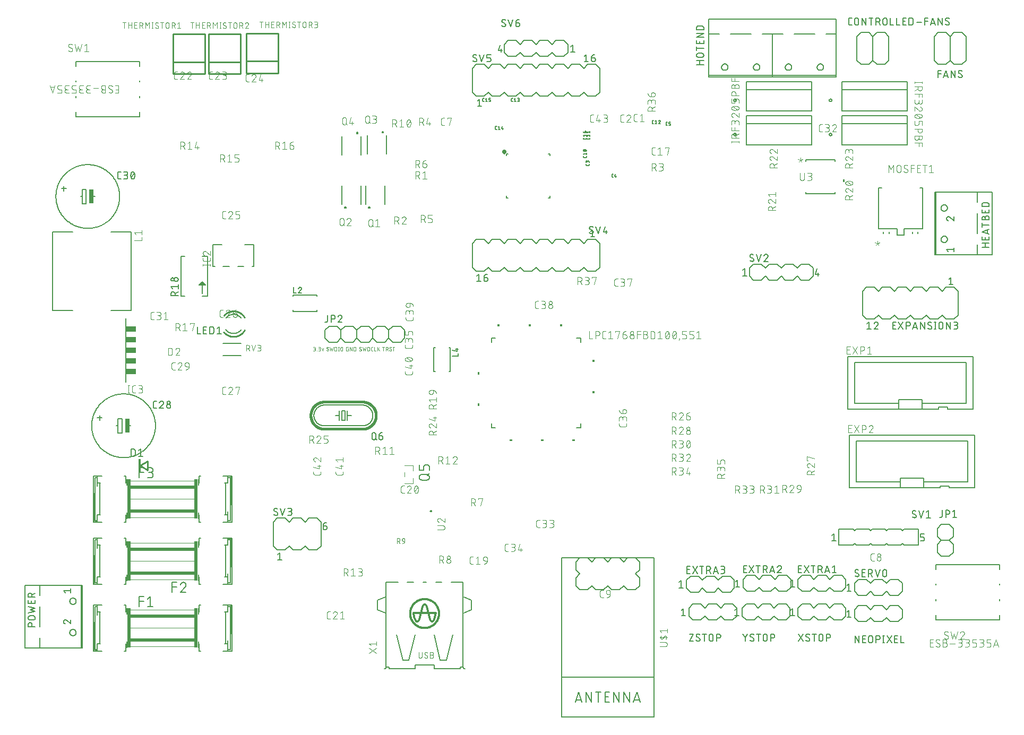
<source format=gbr>
G04 EAGLE Gerber RS-274X export*
G75*
%MOMM*%
%FSLAX34Y34*%
%LPD*%
%INSilkscreen Top*%
%IPPOS*%
%AMOC8*
5,1,8,0,0,1.08239X$1,22.5*%
G01*
%ADD10C,0.050800*%
%ADD11C,0.101600*%
%ADD12C,0.127000*%
%ADD13C,0.152400*%
%ADD14R,0.635000X2.286000*%
%ADD15C,0.254000*%
%ADD16R,0.300000X2.100000*%
%ADD17C,0.203200*%
%ADD18R,10.160000X0.508000*%
%ADD19R,0.508000X6.350000*%
%ADD20R,0.254000X4.572000*%
%ADD21R,0.381000X0.254000*%
%ADD22R,0.254000X1.016000*%
%ADD23R,0.254000X5.080000*%
%ADD24C,0.177800*%
%ADD25C,0.500000*%
%ADD26C,0.200000*%
%ADD27R,1.676400X0.965200*%
%ADD28C,0.076200*%
%ADD29C,0.406400*%
%ADD30C,0.150000*%
%ADD31C,0.304800*%
%ADD32R,0.100000X0.200000*%

G36*
X1355600Y726800D02*
X1355600Y726800D01*
X1355602Y726799D01*
X1355645Y726819D01*
X1355689Y726837D01*
X1355689Y726839D01*
X1355691Y726840D01*
X1355724Y726925D01*
X1355724Y730735D01*
X1355723Y730737D01*
X1355724Y730739D01*
X1355704Y730782D01*
X1355686Y730826D01*
X1355684Y730826D01*
X1355683Y730828D01*
X1355598Y730861D01*
X1353058Y730861D01*
X1353056Y730860D01*
X1353054Y730861D01*
X1353011Y730841D01*
X1352967Y730823D01*
X1352967Y730821D01*
X1352965Y730820D01*
X1352932Y730735D01*
X1352932Y726925D01*
X1352933Y726923D01*
X1352932Y726921D01*
X1352952Y726878D01*
X1352970Y726834D01*
X1352972Y726834D01*
X1352973Y726832D01*
X1353058Y726799D01*
X1355598Y726799D01*
X1355600Y726800D01*
G37*
G36*
X805507Y496565D02*
X805507Y496565D01*
X805509Y496564D01*
X805552Y496584D01*
X805596Y496602D01*
X805596Y496604D01*
X805598Y496605D01*
X805631Y496690D01*
X805631Y499230D01*
X805630Y499232D01*
X805631Y499234D01*
X805611Y499277D01*
X805593Y499321D01*
X805591Y499321D01*
X805590Y499323D01*
X805505Y499356D01*
X801695Y499356D01*
X801693Y499355D01*
X801691Y499356D01*
X801648Y499336D01*
X801604Y499318D01*
X801604Y499316D01*
X801602Y499315D01*
X801569Y499230D01*
X801569Y496690D01*
X801570Y496688D01*
X801569Y496686D01*
X801589Y496643D01*
X801607Y496599D01*
X801609Y496599D01*
X801610Y496597D01*
X801695Y496564D01*
X805505Y496564D01*
X805507Y496565D01*
G37*
G36*
X855507Y496565D02*
X855507Y496565D01*
X855509Y496564D01*
X855552Y496584D01*
X855596Y496602D01*
X855596Y496604D01*
X855598Y496605D01*
X855631Y496690D01*
X855631Y499230D01*
X855630Y499232D01*
X855631Y499234D01*
X855611Y499277D01*
X855593Y499321D01*
X855591Y499321D01*
X855590Y499323D01*
X855505Y499356D01*
X851695Y499356D01*
X851693Y499355D01*
X851691Y499356D01*
X851648Y499336D01*
X851604Y499318D01*
X851604Y499316D01*
X851602Y499315D01*
X851569Y499230D01*
X851569Y496690D01*
X851570Y496688D01*
X851569Y496686D01*
X851589Y496643D01*
X851607Y496599D01*
X851609Y496599D01*
X851610Y496597D01*
X851695Y496564D01*
X855505Y496564D01*
X855507Y496565D01*
G37*
G36*
X905507Y496565D02*
X905507Y496565D01*
X905509Y496564D01*
X905552Y496584D01*
X905596Y496602D01*
X905596Y496604D01*
X905598Y496605D01*
X905631Y496690D01*
X905631Y499230D01*
X905630Y499232D01*
X905631Y499234D01*
X905611Y499277D01*
X905593Y499321D01*
X905591Y499321D01*
X905590Y499323D01*
X905505Y499356D01*
X901695Y499356D01*
X901693Y499355D01*
X901691Y499356D01*
X901648Y499336D01*
X901604Y499318D01*
X901604Y499316D01*
X901602Y499315D01*
X901569Y499230D01*
X901569Y496690D01*
X901570Y496688D01*
X901569Y496686D01*
X901589Y496643D01*
X901607Y496599D01*
X901609Y496599D01*
X901610Y496597D01*
X901695Y496564D01*
X905505Y496564D01*
X905507Y496565D01*
G37*
G36*
X956432Y439370D02*
X956432Y439370D01*
X956434Y439369D01*
X956477Y439389D01*
X956521Y439407D01*
X956521Y439409D01*
X956523Y439410D01*
X956556Y439495D01*
X956556Y443305D01*
X956555Y443307D01*
X956556Y443309D01*
X956536Y443352D01*
X956518Y443396D01*
X956516Y443396D01*
X956515Y443398D01*
X956430Y443431D01*
X953890Y443431D01*
X953888Y443430D01*
X953886Y443431D01*
X953843Y443411D01*
X953799Y443393D01*
X953799Y443391D01*
X953797Y443390D01*
X953764Y443305D01*
X953764Y439495D01*
X953765Y439493D01*
X953764Y439491D01*
X953784Y439448D01*
X953802Y439404D01*
X953804Y439404D01*
X953805Y439402D01*
X953890Y439369D01*
X956430Y439369D01*
X956432Y439370D01*
G37*
G36*
X773312Y419370D02*
X773312Y419370D01*
X773314Y419369D01*
X773357Y419389D01*
X773401Y419407D01*
X773401Y419409D01*
X773403Y419410D01*
X773436Y419495D01*
X773436Y423305D01*
X773435Y423307D01*
X773436Y423309D01*
X773416Y423352D01*
X773398Y423396D01*
X773396Y423396D01*
X773395Y423398D01*
X773310Y423431D01*
X770770Y423431D01*
X770768Y423430D01*
X770766Y423431D01*
X770723Y423411D01*
X770679Y423393D01*
X770679Y423391D01*
X770677Y423390D01*
X770644Y423305D01*
X770644Y419495D01*
X770645Y419493D01*
X770644Y419491D01*
X770664Y419448D01*
X770682Y419404D01*
X770684Y419404D01*
X770685Y419402D01*
X770770Y419369D01*
X773310Y419369D01*
X773312Y419370D01*
G37*
G36*
X956432Y389370D02*
X956432Y389370D01*
X956434Y389369D01*
X956477Y389389D01*
X956521Y389407D01*
X956521Y389409D01*
X956523Y389410D01*
X956556Y389495D01*
X956556Y393305D01*
X956555Y393307D01*
X956556Y393309D01*
X956536Y393352D01*
X956518Y393396D01*
X956516Y393396D01*
X956515Y393398D01*
X956430Y393431D01*
X953890Y393431D01*
X953888Y393430D01*
X953886Y393431D01*
X953843Y393411D01*
X953799Y393393D01*
X953799Y393391D01*
X953797Y393390D01*
X953764Y393305D01*
X953764Y389495D01*
X953765Y389493D01*
X953764Y389491D01*
X953784Y389448D01*
X953802Y389404D01*
X953804Y389404D01*
X953805Y389402D01*
X953890Y389369D01*
X956430Y389369D01*
X956432Y389370D01*
G37*
G36*
X773312Y369370D02*
X773312Y369370D01*
X773314Y369369D01*
X773357Y369389D01*
X773401Y369407D01*
X773401Y369409D01*
X773403Y369410D01*
X773436Y369495D01*
X773436Y373305D01*
X773435Y373307D01*
X773436Y373309D01*
X773416Y373352D01*
X773398Y373396D01*
X773396Y373396D01*
X773395Y373398D01*
X773310Y373431D01*
X770770Y373431D01*
X770768Y373430D01*
X770766Y373431D01*
X770723Y373411D01*
X770679Y373393D01*
X770679Y373391D01*
X770677Y373390D01*
X770644Y373305D01*
X770644Y369495D01*
X770645Y369493D01*
X770644Y369491D01*
X770664Y369448D01*
X770682Y369404D01*
X770684Y369404D01*
X770685Y369402D01*
X770770Y369369D01*
X773310Y369369D01*
X773312Y369370D01*
G37*
G36*
X925507Y313445D02*
X925507Y313445D01*
X925509Y313444D01*
X925552Y313464D01*
X925596Y313482D01*
X925596Y313484D01*
X925598Y313485D01*
X925631Y313570D01*
X925631Y316110D01*
X925630Y316112D01*
X925631Y316114D01*
X925611Y316157D01*
X925593Y316201D01*
X925591Y316201D01*
X925590Y316203D01*
X925505Y316236D01*
X921695Y316236D01*
X921693Y316235D01*
X921691Y316236D01*
X921648Y316216D01*
X921604Y316198D01*
X921604Y316196D01*
X921602Y316195D01*
X921569Y316110D01*
X921569Y313570D01*
X921570Y313568D01*
X921569Y313566D01*
X921589Y313523D01*
X921607Y313479D01*
X921609Y313479D01*
X921610Y313477D01*
X921695Y313444D01*
X925505Y313444D01*
X925507Y313445D01*
G37*
G36*
X875507Y313445D02*
X875507Y313445D01*
X875509Y313444D01*
X875552Y313464D01*
X875596Y313482D01*
X875596Y313484D01*
X875598Y313485D01*
X875631Y313570D01*
X875631Y316110D01*
X875630Y316112D01*
X875631Y316114D01*
X875611Y316157D01*
X875593Y316201D01*
X875591Y316201D01*
X875590Y316203D01*
X875505Y316236D01*
X871695Y316236D01*
X871693Y316235D01*
X871691Y316236D01*
X871648Y316216D01*
X871604Y316198D01*
X871604Y316196D01*
X871602Y316195D01*
X871569Y316110D01*
X871569Y313570D01*
X871570Y313568D01*
X871569Y313566D01*
X871589Y313523D01*
X871607Y313479D01*
X871609Y313479D01*
X871610Y313477D01*
X871695Y313444D01*
X875505Y313444D01*
X875507Y313445D01*
G37*
G36*
X825507Y313445D02*
X825507Y313445D01*
X825509Y313444D01*
X825552Y313464D01*
X825596Y313482D01*
X825596Y313484D01*
X825598Y313485D01*
X825631Y313570D01*
X825631Y316110D01*
X825630Y316112D01*
X825631Y316114D01*
X825611Y316157D01*
X825593Y316201D01*
X825591Y316201D01*
X825590Y316203D01*
X825505Y316236D01*
X821695Y316236D01*
X821693Y316235D01*
X821691Y316236D01*
X821648Y316216D01*
X821604Y316198D01*
X821604Y316196D01*
X821602Y316195D01*
X821569Y316110D01*
X821569Y313570D01*
X821570Y313568D01*
X821569Y313566D01*
X821589Y313523D01*
X821607Y313479D01*
X821609Y313479D01*
X821610Y313477D01*
X821695Y313444D01*
X825505Y313444D01*
X825507Y313445D01*
G37*
D10*
X508254Y457454D02*
X509877Y457454D01*
X509957Y457456D01*
X510036Y457462D01*
X510115Y457472D01*
X510194Y457485D01*
X510271Y457503D01*
X510348Y457524D01*
X510424Y457549D01*
X510498Y457578D01*
X510571Y457610D01*
X510642Y457646D01*
X510711Y457685D01*
X510779Y457728D01*
X510844Y457773D01*
X510907Y457822D01*
X510967Y457874D01*
X511025Y457929D01*
X511080Y457987D01*
X511132Y458047D01*
X511181Y458110D01*
X511226Y458175D01*
X511269Y458243D01*
X511308Y458312D01*
X511344Y458383D01*
X511376Y458456D01*
X511405Y458530D01*
X511430Y458606D01*
X511451Y458683D01*
X511469Y458760D01*
X511482Y458839D01*
X511492Y458918D01*
X511498Y458997D01*
X511500Y459077D01*
X511498Y459157D01*
X511492Y459236D01*
X511482Y459315D01*
X511469Y459394D01*
X511451Y459471D01*
X511430Y459548D01*
X511405Y459624D01*
X511376Y459698D01*
X511344Y459771D01*
X511308Y459842D01*
X511269Y459911D01*
X511226Y459979D01*
X511181Y460044D01*
X511132Y460107D01*
X511080Y460167D01*
X511025Y460225D01*
X510967Y460280D01*
X510907Y460332D01*
X510844Y460381D01*
X510779Y460426D01*
X510711Y460469D01*
X510642Y460508D01*
X510571Y460544D01*
X510498Y460576D01*
X510424Y460605D01*
X510348Y460630D01*
X510271Y460651D01*
X510194Y460669D01*
X510115Y460682D01*
X510036Y460692D01*
X509957Y460698D01*
X509877Y460700D01*
X510201Y463296D02*
X508254Y463296D01*
X510201Y463296D02*
X510271Y463294D01*
X510341Y463288D01*
X510411Y463279D01*
X510480Y463266D01*
X510548Y463249D01*
X510615Y463228D01*
X510681Y463204D01*
X510746Y463176D01*
X510809Y463145D01*
X510870Y463110D01*
X510929Y463072D01*
X510987Y463031D01*
X511041Y462987D01*
X511094Y462940D01*
X511143Y462891D01*
X511190Y462838D01*
X511234Y462784D01*
X511275Y462726D01*
X511313Y462667D01*
X511348Y462606D01*
X511379Y462543D01*
X511407Y462478D01*
X511431Y462412D01*
X511452Y462345D01*
X511469Y462277D01*
X511482Y462208D01*
X511491Y462138D01*
X511497Y462068D01*
X511499Y461998D01*
X511497Y461928D01*
X511491Y461858D01*
X511482Y461788D01*
X511469Y461719D01*
X511452Y461651D01*
X511431Y461584D01*
X511407Y461518D01*
X511379Y461453D01*
X511348Y461390D01*
X511313Y461329D01*
X511275Y461270D01*
X511234Y461212D01*
X511190Y461158D01*
X511143Y461105D01*
X511094Y461056D01*
X511041Y461009D01*
X510987Y460965D01*
X510929Y460924D01*
X510870Y460886D01*
X510809Y460851D01*
X510746Y460820D01*
X510681Y460792D01*
X510615Y460768D01*
X510548Y460747D01*
X510480Y460730D01*
X510411Y460717D01*
X510341Y460708D01*
X510271Y460702D01*
X510201Y460700D01*
X508903Y460700D01*
X513715Y457779D02*
X513715Y457454D01*
X513715Y457779D02*
X514040Y457779D01*
X514040Y457454D01*
X513715Y457454D01*
X516255Y457454D02*
X517878Y457454D01*
X517958Y457456D01*
X518037Y457462D01*
X518116Y457472D01*
X518195Y457485D01*
X518272Y457503D01*
X518349Y457524D01*
X518425Y457549D01*
X518499Y457578D01*
X518572Y457610D01*
X518643Y457646D01*
X518712Y457685D01*
X518780Y457728D01*
X518845Y457773D01*
X518908Y457822D01*
X518968Y457874D01*
X519026Y457929D01*
X519081Y457987D01*
X519133Y458047D01*
X519182Y458110D01*
X519227Y458175D01*
X519270Y458243D01*
X519309Y458312D01*
X519345Y458383D01*
X519377Y458456D01*
X519406Y458530D01*
X519431Y458606D01*
X519452Y458683D01*
X519470Y458760D01*
X519483Y458839D01*
X519493Y458918D01*
X519499Y458997D01*
X519501Y459077D01*
X519499Y459157D01*
X519493Y459236D01*
X519483Y459315D01*
X519470Y459394D01*
X519452Y459471D01*
X519431Y459548D01*
X519406Y459624D01*
X519377Y459698D01*
X519345Y459771D01*
X519309Y459842D01*
X519270Y459911D01*
X519227Y459979D01*
X519182Y460044D01*
X519133Y460107D01*
X519081Y460167D01*
X519026Y460225D01*
X518968Y460280D01*
X518908Y460332D01*
X518845Y460381D01*
X518780Y460426D01*
X518712Y460469D01*
X518643Y460508D01*
X518572Y460544D01*
X518499Y460576D01*
X518425Y460605D01*
X518349Y460630D01*
X518272Y460651D01*
X518195Y460669D01*
X518116Y460682D01*
X518037Y460692D01*
X517958Y460698D01*
X517878Y460700D01*
X518202Y463296D02*
X516255Y463296D01*
X518202Y463296D02*
X518272Y463294D01*
X518342Y463288D01*
X518412Y463279D01*
X518481Y463266D01*
X518549Y463249D01*
X518616Y463228D01*
X518682Y463204D01*
X518747Y463176D01*
X518810Y463145D01*
X518871Y463110D01*
X518930Y463072D01*
X518988Y463031D01*
X519042Y462987D01*
X519095Y462940D01*
X519144Y462891D01*
X519191Y462838D01*
X519235Y462784D01*
X519276Y462726D01*
X519314Y462667D01*
X519349Y462606D01*
X519380Y462543D01*
X519408Y462478D01*
X519432Y462412D01*
X519453Y462345D01*
X519470Y462277D01*
X519483Y462208D01*
X519492Y462138D01*
X519498Y462068D01*
X519500Y461998D01*
X519498Y461928D01*
X519492Y461858D01*
X519483Y461788D01*
X519470Y461719D01*
X519453Y461651D01*
X519432Y461584D01*
X519408Y461518D01*
X519380Y461453D01*
X519349Y461390D01*
X519314Y461329D01*
X519276Y461270D01*
X519235Y461212D01*
X519191Y461158D01*
X519144Y461105D01*
X519095Y461056D01*
X519042Y461009D01*
X518988Y460965D01*
X518930Y460924D01*
X518871Y460886D01*
X518810Y460851D01*
X518747Y460820D01*
X518682Y460792D01*
X518616Y460768D01*
X518549Y460747D01*
X518481Y460730D01*
X518412Y460717D01*
X518342Y460708D01*
X518272Y460702D01*
X518202Y460700D01*
X516904Y460700D01*
X521723Y461349D02*
X523021Y457454D01*
X524319Y461349D01*
X531347Y457454D02*
X531417Y457456D01*
X531487Y457462D01*
X531557Y457471D01*
X531626Y457484D01*
X531694Y457501D01*
X531761Y457522D01*
X531827Y457546D01*
X531892Y457574D01*
X531955Y457605D01*
X532016Y457640D01*
X532075Y457678D01*
X532133Y457719D01*
X532187Y457763D01*
X532240Y457810D01*
X532289Y457859D01*
X532336Y457912D01*
X532380Y457966D01*
X532421Y458024D01*
X532459Y458083D01*
X532494Y458144D01*
X532525Y458207D01*
X532553Y458272D01*
X532577Y458338D01*
X532598Y458405D01*
X532615Y458473D01*
X532628Y458542D01*
X532637Y458612D01*
X532643Y458682D01*
X532645Y458752D01*
X531347Y457454D02*
X531244Y457456D01*
X531141Y457462D01*
X531038Y457471D01*
X530936Y457485D01*
X530835Y457502D01*
X530734Y457523D01*
X530634Y457548D01*
X530535Y457577D01*
X530437Y457609D01*
X530340Y457646D01*
X530245Y457685D01*
X530151Y457728D01*
X530059Y457775D01*
X529969Y457825D01*
X529881Y457879D01*
X529795Y457935D01*
X529711Y457995D01*
X529630Y458058D01*
X529551Y458124D01*
X529474Y458193D01*
X529400Y458265D01*
X529562Y461998D02*
X529564Y462068D01*
X529570Y462138D01*
X529579Y462208D01*
X529592Y462277D01*
X529609Y462345D01*
X529630Y462412D01*
X529654Y462478D01*
X529682Y462543D01*
X529713Y462606D01*
X529748Y462667D01*
X529786Y462726D01*
X529827Y462784D01*
X529871Y462838D01*
X529918Y462891D01*
X529967Y462940D01*
X530020Y462987D01*
X530074Y463031D01*
X530132Y463072D01*
X530191Y463110D01*
X530252Y463145D01*
X530315Y463176D01*
X530380Y463204D01*
X530446Y463228D01*
X530513Y463249D01*
X530581Y463266D01*
X530650Y463279D01*
X530720Y463288D01*
X530790Y463294D01*
X530860Y463296D01*
X530958Y463294D01*
X531056Y463288D01*
X531153Y463278D01*
X531250Y463265D01*
X531346Y463247D01*
X531442Y463225D01*
X531536Y463200D01*
X531630Y463171D01*
X531722Y463138D01*
X531813Y463102D01*
X531902Y463062D01*
X531990Y463018D01*
X532075Y462971D01*
X532159Y462920D01*
X532241Y462866D01*
X532320Y462809D01*
X530211Y460862D02*
X530153Y460899D01*
X530097Y460938D01*
X530043Y460980D01*
X529991Y461025D01*
X529942Y461072D01*
X529895Y461122D01*
X529851Y461174D01*
X529810Y461229D01*
X529771Y461286D01*
X529736Y461344D01*
X529703Y461404D01*
X529674Y461466D01*
X529648Y461529D01*
X529625Y461594D01*
X529606Y461660D01*
X529590Y461726D01*
X529578Y461794D01*
X529569Y461861D01*
X529564Y461930D01*
X529562Y461998D01*
X531996Y459888D02*
X532054Y459852D01*
X532110Y459813D01*
X532164Y459771D01*
X532216Y459726D01*
X532265Y459678D01*
X532312Y459628D01*
X532356Y459576D01*
X532397Y459522D01*
X532436Y459465D01*
X532471Y459406D01*
X532504Y459346D01*
X532533Y459284D01*
X532559Y459221D01*
X532582Y459156D01*
X532601Y459091D01*
X532617Y459024D01*
X532629Y458957D01*
X532638Y458889D01*
X532643Y458820D01*
X532645Y458752D01*
X531996Y459888D02*
X530211Y460862D01*
X534712Y463296D02*
X536010Y457454D01*
X537309Y461349D01*
X538607Y457454D01*
X539905Y463296D01*
X542353Y463296D02*
X542353Y457454D01*
X542353Y463296D02*
X543976Y463296D01*
X544056Y463294D01*
X544135Y463288D01*
X544214Y463278D01*
X544293Y463265D01*
X544370Y463247D01*
X544447Y463226D01*
X544523Y463201D01*
X544597Y463172D01*
X544670Y463140D01*
X544741Y463104D01*
X544810Y463065D01*
X544878Y463022D01*
X544943Y462977D01*
X545006Y462928D01*
X545066Y462876D01*
X545124Y462821D01*
X545179Y462763D01*
X545231Y462703D01*
X545280Y462640D01*
X545325Y462575D01*
X545368Y462507D01*
X545407Y462438D01*
X545443Y462367D01*
X545475Y462294D01*
X545504Y462220D01*
X545529Y462144D01*
X545550Y462067D01*
X545568Y461990D01*
X545581Y461911D01*
X545591Y461832D01*
X545597Y461753D01*
X545599Y461673D01*
X545599Y459077D01*
X545597Y458997D01*
X545591Y458918D01*
X545581Y458839D01*
X545568Y458760D01*
X545550Y458683D01*
X545529Y458606D01*
X545504Y458530D01*
X545475Y458456D01*
X545443Y458383D01*
X545407Y458312D01*
X545368Y458243D01*
X545325Y458175D01*
X545280Y458110D01*
X545231Y458047D01*
X545179Y457987D01*
X545124Y457929D01*
X545066Y457874D01*
X545006Y457822D01*
X544943Y457773D01*
X544878Y457728D01*
X544810Y457685D01*
X544741Y457646D01*
X544670Y457610D01*
X544597Y457578D01*
X544523Y457549D01*
X544447Y457524D01*
X544370Y457503D01*
X544293Y457485D01*
X544214Y457472D01*
X544135Y457462D01*
X544056Y457456D01*
X543976Y457454D01*
X542353Y457454D01*
X548739Y457454D02*
X548739Y463296D01*
X548090Y457454D02*
X549388Y457454D01*
X549388Y463296D02*
X548090Y463296D01*
X551688Y461673D02*
X551688Y459077D01*
X551688Y461673D02*
X551690Y461753D01*
X551696Y461832D01*
X551706Y461911D01*
X551719Y461990D01*
X551737Y462067D01*
X551758Y462144D01*
X551783Y462220D01*
X551812Y462294D01*
X551844Y462367D01*
X551880Y462438D01*
X551919Y462507D01*
X551962Y462575D01*
X552007Y462640D01*
X552056Y462703D01*
X552108Y462763D01*
X552163Y462821D01*
X552221Y462876D01*
X552281Y462928D01*
X552344Y462977D01*
X552409Y463022D01*
X552477Y463065D01*
X552546Y463104D01*
X552617Y463140D01*
X552690Y463172D01*
X552764Y463201D01*
X552840Y463226D01*
X552917Y463247D01*
X552994Y463265D01*
X553073Y463278D01*
X553152Y463288D01*
X553231Y463294D01*
X553311Y463296D01*
X553391Y463294D01*
X553470Y463288D01*
X553549Y463278D01*
X553628Y463265D01*
X553705Y463247D01*
X553782Y463226D01*
X553858Y463201D01*
X553932Y463172D01*
X554005Y463140D01*
X554076Y463104D01*
X554145Y463065D01*
X554213Y463022D01*
X554278Y462977D01*
X554341Y462928D01*
X554401Y462876D01*
X554459Y462821D01*
X554514Y462763D01*
X554566Y462703D01*
X554615Y462640D01*
X554660Y462575D01*
X554703Y462507D01*
X554742Y462438D01*
X554778Y462367D01*
X554810Y462294D01*
X554839Y462220D01*
X554864Y462144D01*
X554885Y462067D01*
X554903Y461990D01*
X554916Y461911D01*
X554926Y461832D01*
X554932Y461753D01*
X554934Y461673D01*
X554933Y461673D02*
X554933Y459077D01*
X554934Y459077D02*
X554932Y458997D01*
X554926Y458918D01*
X554916Y458839D01*
X554903Y458760D01*
X554885Y458683D01*
X554864Y458606D01*
X554839Y458530D01*
X554810Y458456D01*
X554778Y458383D01*
X554742Y458312D01*
X554703Y458243D01*
X554660Y458175D01*
X554615Y458110D01*
X554566Y458047D01*
X554514Y457987D01*
X554459Y457929D01*
X554401Y457874D01*
X554341Y457822D01*
X554278Y457773D01*
X554213Y457728D01*
X554145Y457685D01*
X554076Y457646D01*
X554005Y457610D01*
X553932Y457578D01*
X553858Y457549D01*
X553782Y457524D01*
X553705Y457503D01*
X553628Y457485D01*
X553549Y457472D01*
X553470Y457462D01*
X553391Y457456D01*
X553311Y457454D01*
X553231Y457456D01*
X553152Y457462D01*
X553073Y457472D01*
X552994Y457485D01*
X552917Y457503D01*
X552840Y457524D01*
X552764Y457549D01*
X552690Y457578D01*
X552617Y457610D01*
X552546Y457646D01*
X552477Y457685D01*
X552409Y457728D01*
X552344Y457773D01*
X552281Y457822D01*
X552221Y457874D01*
X552163Y457929D01*
X552108Y457987D01*
X552056Y458047D01*
X552007Y458110D01*
X551962Y458175D01*
X551919Y458243D01*
X551880Y458312D01*
X551844Y458383D01*
X551812Y458456D01*
X551783Y458530D01*
X551758Y458606D01*
X551737Y458683D01*
X551719Y458760D01*
X551706Y458839D01*
X551696Y458918D01*
X551690Y458997D01*
X551688Y459077D01*
X562913Y460700D02*
X563887Y460700D01*
X563887Y457454D01*
X561940Y457454D01*
X561870Y457456D01*
X561800Y457462D01*
X561730Y457471D01*
X561661Y457484D01*
X561593Y457501D01*
X561526Y457522D01*
X561460Y457546D01*
X561395Y457574D01*
X561332Y457605D01*
X561271Y457640D01*
X561212Y457678D01*
X561154Y457719D01*
X561100Y457763D01*
X561047Y457810D01*
X560998Y457859D01*
X560951Y457912D01*
X560907Y457966D01*
X560866Y458024D01*
X560828Y458083D01*
X560793Y458144D01*
X560762Y458207D01*
X560734Y458272D01*
X560710Y458338D01*
X560689Y458405D01*
X560672Y458473D01*
X560659Y458542D01*
X560650Y458612D01*
X560644Y458682D01*
X560642Y458752D01*
X560641Y458752D02*
X560641Y461998D01*
X560642Y461998D02*
X560644Y462068D01*
X560650Y462138D01*
X560659Y462208D01*
X560672Y462277D01*
X560689Y462345D01*
X560710Y462412D01*
X560734Y462478D01*
X560762Y462543D01*
X560793Y462606D01*
X560828Y462667D01*
X560866Y462726D01*
X560907Y462784D01*
X560951Y462838D01*
X560998Y462891D01*
X561047Y462940D01*
X561100Y462987D01*
X561154Y463031D01*
X561212Y463072D01*
X561271Y463110D01*
X561332Y463145D01*
X561395Y463176D01*
X561460Y463204D01*
X561526Y463228D01*
X561593Y463249D01*
X561661Y463266D01*
X561730Y463279D01*
X561800Y463288D01*
X561870Y463294D01*
X561940Y463296D01*
X563887Y463296D01*
X566737Y463296D02*
X566737Y457454D01*
X569983Y457454D02*
X566737Y463296D01*
X569983Y463296D02*
X569983Y457454D01*
X572833Y457454D02*
X572833Y463296D01*
X574456Y463296D01*
X574536Y463294D01*
X574615Y463288D01*
X574694Y463278D01*
X574773Y463265D01*
X574850Y463247D01*
X574927Y463226D01*
X575003Y463201D01*
X575077Y463172D01*
X575150Y463140D01*
X575221Y463104D01*
X575290Y463065D01*
X575358Y463022D01*
X575423Y462977D01*
X575486Y462928D01*
X575546Y462876D01*
X575604Y462821D01*
X575659Y462763D01*
X575711Y462703D01*
X575760Y462640D01*
X575805Y462575D01*
X575848Y462507D01*
X575887Y462438D01*
X575923Y462367D01*
X575955Y462294D01*
X575984Y462220D01*
X576009Y462144D01*
X576030Y462067D01*
X576048Y461990D01*
X576061Y461911D01*
X576071Y461832D01*
X576077Y461753D01*
X576079Y461673D01*
X576079Y459077D01*
X576077Y458997D01*
X576071Y458918D01*
X576061Y458839D01*
X576048Y458760D01*
X576030Y458683D01*
X576009Y458606D01*
X575984Y458530D01*
X575955Y458456D01*
X575923Y458383D01*
X575887Y458312D01*
X575848Y458243D01*
X575805Y458175D01*
X575760Y458110D01*
X575711Y458047D01*
X575659Y457987D01*
X575604Y457929D01*
X575546Y457874D01*
X575486Y457822D01*
X575423Y457773D01*
X575358Y457728D01*
X575290Y457685D01*
X575221Y457646D01*
X575150Y457610D01*
X575077Y457578D01*
X575003Y457549D01*
X574927Y457524D01*
X574850Y457503D01*
X574773Y457485D01*
X574694Y457472D01*
X574615Y457462D01*
X574536Y457456D01*
X574456Y457454D01*
X572833Y457454D01*
X583543Y457454D02*
X583613Y457456D01*
X583683Y457462D01*
X583753Y457471D01*
X583822Y457484D01*
X583890Y457501D01*
X583957Y457522D01*
X584023Y457546D01*
X584088Y457574D01*
X584151Y457605D01*
X584212Y457640D01*
X584271Y457678D01*
X584329Y457719D01*
X584383Y457763D01*
X584436Y457810D01*
X584485Y457859D01*
X584532Y457912D01*
X584576Y457966D01*
X584617Y458024D01*
X584655Y458083D01*
X584690Y458144D01*
X584721Y458207D01*
X584749Y458272D01*
X584773Y458338D01*
X584794Y458405D01*
X584811Y458473D01*
X584824Y458542D01*
X584833Y458612D01*
X584839Y458682D01*
X584841Y458752D01*
X583543Y457454D02*
X583440Y457456D01*
X583337Y457462D01*
X583234Y457471D01*
X583132Y457485D01*
X583031Y457502D01*
X582930Y457523D01*
X582830Y457548D01*
X582731Y457577D01*
X582633Y457609D01*
X582536Y457646D01*
X582441Y457685D01*
X582347Y457728D01*
X582255Y457775D01*
X582165Y457825D01*
X582077Y457879D01*
X581991Y457935D01*
X581907Y457995D01*
X581826Y458058D01*
X581747Y458124D01*
X581670Y458193D01*
X581596Y458265D01*
X581759Y461998D02*
X581761Y462068D01*
X581767Y462138D01*
X581776Y462208D01*
X581789Y462277D01*
X581806Y462345D01*
X581827Y462412D01*
X581851Y462478D01*
X581879Y462543D01*
X581910Y462606D01*
X581945Y462667D01*
X581983Y462726D01*
X582024Y462784D01*
X582068Y462838D01*
X582115Y462891D01*
X582164Y462940D01*
X582217Y462987D01*
X582271Y463031D01*
X582329Y463072D01*
X582388Y463110D01*
X582449Y463145D01*
X582512Y463176D01*
X582577Y463204D01*
X582643Y463228D01*
X582710Y463249D01*
X582778Y463266D01*
X582847Y463279D01*
X582917Y463288D01*
X582987Y463294D01*
X583057Y463296D01*
X583155Y463294D01*
X583253Y463288D01*
X583350Y463278D01*
X583447Y463265D01*
X583543Y463247D01*
X583639Y463225D01*
X583733Y463200D01*
X583827Y463171D01*
X583919Y463138D01*
X584010Y463102D01*
X584099Y463062D01*
X584187Y463018D01*
X584272Y462971D01*
X584356Y462920D01*
X584438Y462866D01*
X584517Y462809D01*
X582408Y460862D02*
X582350Y460899D01*
X582294Y460938D01*
X582240Y460980D01*
X582188Y461025D01*
X582139Y461072D01*
X582092Y461122D01*
X582048Y461174D01*
X582007Y461229D01*
X581968Y461286D01*
X581933Y461344D01*
X581900Y461404D01*
X581871Y461466D01*
X581845Y461529D01*
X581822Y461594D01*
X581803Y461660D01*
X581787Y461726D01*
X581775Y461794D01*
X581766Y461861D01*
X581761Y461930D01*
X581759Y461998D01*
X584193Y459888D02*
X584251Y459852D01*
X584307Y459813D01*
X584361Y459771D01*
X584413Y459726D01*
X584462Y459678D01*
X584509Y459628D01*
X584553Y459576D01*
X584594Y459522D01*
X584633Y459465D01*
X584668Y459406D01*
X584701Y459346D01*
X584730Y459284D01*
X584756Y459221D01*
X584779Y459156D01*
X584798Y459091D01*
X584814Y459024D01*
X584826Y458957D01*
X584835Y458889D01*
X584840Y458820D01*
X584842Y458752D01*
X584193Y459888D02*
X582408Y460862D01*
X586909Y463296D02*
X588207Y457454D01*
X589505Y461349D01*
X590804Y457454D01*
X592102Y463296D01*
X594550Y463296D02*
X594550Y457454D01*
X594550Y463296D02*
X596173Y463296D01*
X596253Y463294D01*
X596332Y463288D01*
X596411Y463278D01*
X596490Y463265D01*
X596567Y463247D01*
X596644Y463226D01*
X596720Y463201D01*
X596794Y463172D01*
X596867Y463140D01*
X596938Y463104D01*
X597007Y463065D01*
X597075Y463022D01*
X597140Y462977D01*
X597203Y462928D01*
X597263Y462876D01*
X597321Y462821D01*
X597376Y462763D01*
X597428Y462703D01*
X597477Y462640D01*
X597522Y462575D01*
X597565Y462507D01*
X597604Y462438D01*
X597640Y462367D01*
X597672Y462294D01*
X597701Y462220D01*
X597726Y462144D01*
X597747Y462067D01*
X597765Y461990D01*
X597778Y461911D01*
X597788Y461832D01*
X597794Y461753D01*
X597796Y461673D01*
X597796Y459077D01*
X597794Y458997D01*
X597788Y458918D01*
X597778Y458839D01*
X597765Y458760D01*
X597747Y458683D01*
X597726Y458606D01*
X597701Y458530D01*
X597672Y458456D01*
X597640Y458383D01*
X597604Y458312D01*
X597565Y458243D01*
X597522Y458175D01*
X597477Y458110D01*
X597428Y458047D01*
X597376Y457987D01*
X597321Y457929D01*
X597263Y457874D01*
X597203Y457822D01*
X597140Y457773D01*
X597075Y457728D01*
X597007Y457685D01*
X596938Y457646D01*
X596867Y457610D01*
X596794Y457578D01*
X596720Y457549D01*
X596644Y457524D01*
X596567Y457503D01*
X596490Y457485D01*
X596411Y457472D01*
X596332Y457462D01*
X596253Y457456D01*
X596173Y457454D01*
X594550Y457454D01*
X601737Y457454D02*
X603035Y457454D01*
X601737Y457454D02*
X601667Y457456D01*
X601597Y457462D01*
X601527Y457471D01*
X601458Y457484D01*
X601390Y457501D01*
X601323Y457522D01*
X601257Y457546D01*
X601192Y457574D01*
X601129Y457605D01*
X601068Y457640D01*
X601009Y457678D01*
X600951Y457719D01*
X600897Y457763D01*
X600844Y457810D01*
X600795Y457859D01*
X600748Y457912D01*
X600704Y457966D01*
X600663Y458024D01*
X600625Y458083D01*
X600590Y458144D01*
X600559Y458207D01*
X600531Y458272D01*
X600507Y458338D01*
X600486Y458405D01*
X600469Y458473D01*
X600456Y458542D01*
X600447Y458612D01*
X600441Y458682D01*
X600439Y458752D01*
X600439Y461998D01*
X600441Y462068D01*
X600447Y462138D01*
X600456Y462208D01*
X600469Y462277D01*
X600486Y462345D01*
X600507Y462412D01*
X600531Y462478D01*
X600559Y462543D01*
X600590Y462606D01*
X600625Y462667D01*
X600663Y462726D01*
X600704Y462784D01*
X600748Y462838D01*
X600795Y462891D01*
X600844Y462940D01*
X600897Y462987D01*
X600951Y463031D01*
X601009Y463072D01*
X601068Y463110D01*
X601129Y463145D01*
X601192Y463176D01*
X601257Y463204D01*
X601323Y463228D01*
X601390Y463249D01*
X601458Y463266D01*
X601527Y463279D01*
X601597Y463288D01*
X601667Y463294D01*
X601737Y463296D01*
X603035Y463296D01*
X605420Y463296D02*
X605420Y457454D01*
X608016Y457454D01*
X610446Y457454D02*
X610446Y463296D01*
X613692Y463296D02*
X610446Y459726D01*
X611744Y461024D02*
X613692Y457454D01*
X620176Y457454D02*
X620176Y463296D01*
X618553Y463296D02*
X621799Y463296D01*
X624114Y463296D02*
X624114Y457454D01*
X624114Y463296D02*
X625737Y463296D01*
X625817Y463294D01*
X625896Y463288D01*
X625975Y463278D01*
X626054Y463265D01*
X626131Y463247D01*
X626208Y463226D01*
X626284Y463201D01*
X626358Y463172D01*
X626431Y463140D01*
X626502Y463104D01*
X626571Y463065D01*
X626639Y463022D01*
X626704Y462977D01*
X626767Y462928D01*
X626827Y462876D01*
X626885Y462821D01*
X626940Y462763D01*
X626992Y462703D01*
X627041Y462640D01*
X627086Y462575D01*
X627129Y462507D01*
X627168Y462438D01*
X627204Y462367D01*
X627236Y462294D01*
X627265Y462220D01*
X627290Y462144D01*
X627311Y462067D01*
X627329Y461990D01*
X627342Y461911D01*
X627352Y461832D01*
X627358Y461753D01*
X627360Y461673D01*
X627358Y461593D01*
X627352Y461514D01*
X627342Y461435D01*
X627329Y461356D01*
X627311Y461279D01*
X627290Y461202D01*
X627265Y461126D01*
X627236Y461052D01*
X627204Y460979D01*
X627168Y460908D01*
X627129Y460839D01*
X627086Y460771D01*
X627041Y460706D01*
X626992Y460643D01*
X626940Y460583D01*
X626885Y460525D01*
X626827Y460470D01*
X626767Y460418D01*
X626704Y460369D01*
X626639Y460324D01*
X626571Y460281D01*
X626502Y460242D01*
X626431Y460206D01*
X626358Y460174D01*
X626284Y460145D01*
X626208Y460120D01*
X626131Y460099D01*
X626054Y460081D01*
X625975Y460068D01*
X625896Y460058D01*
X625817Y460052D01*
X625737Y460050D01*
X624114Y460050D01*
X626062Y460050D02*
X627360Y457454D01*
X631549Y457454D02*
X631619Y457456D01*
X631689Y457462D01*
X631759Y457471D01*
X631828Y457484D01*
X631896Y457501D01*
X631963Y457522D01*
X632029Y457546D01*
X632094Y457574D01*
X632157Y457605D01*
X632218Y457640D01*
X632277Y457678D01*
X632335Y457719D01*
X632389Y457763D01*
X632442Y457810D01*
X632491Y457859D01*
X632538Y457912D01*
X632582Y457966D01*
X632623Y458024D01*
X632661Y458083D01*
X632696Y458144D01*
X632727Y458207D01*
X632755Y458272D01*
X632779Y458338D01*
X632800Y458405D01*
X632817Y458473D01*
X632830Y458542D01*
X632839Y458612D01*
X632845Y458682D01*
X632847Y458752D01*
X631549Y457454D02*
X631446Y457456D01*
X631343Y457462D01*
X631240Y457471D01*
X631138Y457485D01*
X631037Y457502D01*
X630936Y457523D01*
X630836Y457548D01*
X630737Y457577D01*
X630639Y457609D01*
X630542Y457646D01*
X630447Y457685D01*
X630353Y457728D01*
X630261Y457775D01*
X630171Y457825D01*
X630083Y457879D01*
X629997Y457935D01*
X629913Y457995D01*
X629832Y458058D01*
X629753Y458124D01*
X629676Y458193D01*
X629602Y458265D01*
X629765Y461998D02*
X629767Y462068D01*
X629773Y462138D01*
X629782Y462208D01*
X629795Y462277D01*
X629812Y462345D01*
X629833Y462412D01*
X629857Y462478D01*
X629885Y462543D01*
X629916Y462606D01*
X629951Y462667D01*
X629989Y462726D01*
X630030Y462784D01*
X630074Y462838D01*
X630121Y462891D01*
X630170Y462940D01*
X630223Y462987D01*
X630277Y463031D01*
X630335Y463072D01*
X630394Y463110D01*
X630455Y463145D01*
X630518Y463176D01*
X630583Y463204D01*
X630649Y463228D01*
X630716Y463249D01*
X630784Y463266D01*
X630853Y463279D01*
X630923Y463288D01*
X630993Y463294D01*
X631063Y463296D01*
X631161Y463294D01*
X631259Y463288D01*
X631356Y463278D01*
X631453Y463265D01*
X631549Y463247D01*
X631645Y463225D01*
X631739Y463200D01*
X631833Y463171D01*
X631925Y463138D01*
X632016Y463102D01*
X632105Y463062D01*
X632193Y463018D01*
X632278Y462971D01*
X632362Y462920D01*
X632444Y462866D01*
X632523Y462809D01*
X630414Y460862D02*
X630356Y460899D01*
X630300Y460938D01*
X630246Y460980D01*
X630194Y461025D01*
X630145Y461072D01*
X630098Y461122D01*
X630054Y461174D01*
X630013Y461229D01*
X629974Y461286D01*
X629939Y461344D01*
X629906Y461404D01*
X629877Y461466D01*
X629851Y461529D01*
X629828Y461594D01*
X629809Y461660D01*
X629793Y461726D01*
X629781Y461794D01*
X629772Y461861D01*
X629767Y461930D01*
X629765Y461998D01*
X632199Y459888D02*
X632257Y459852D01*
X632313Y459813D01*
X632367Y459771D01*
X632419Y459726D01*
X632468Y459678D01*
X632515Y459628D01*
X632559Y459576D01*
X632600Y459522D01*
X632639Y459465D01*
X632674Y459406D01*
X632707Y459346D01*
X632736Y459284D01*
X632762Y459221D01*
X632785Y459156D01*
X632804Y459091D01*
X632820Y459024D01*
X632832Y458957D01*
X632841Y458889D01*
X632846Y458820D01*
X632848Y458752D01*
X632198Y459888D02*
X630413Y460862D01*
X636368Y463296D02*
X636368Y457454D01*
X634745Y463296D02*
X637991Y463296D01*
D11*
X1022359Y823468D02*
X1024956Y823468D01*
X1022359Y823468D02*
X1022260Y823470D01*
X1022160Y823476D01*
X1022061Y823485D01*
X1021963Y823498D01*
X1021865Y823515D01*
X1021767Y823536D01*
X1021671Y823561D01*
X1021576Y823589D01*
X1021482Y823621D01*
X1021389Y823656D01*
X1021297Y823695D01*
X1021207Y823738D01*
X1021119Y823783D01*
X1021032Y823833D01*
X1020948Y823885D01*
X1020865Y823941D01*
X1020785Y823999D01*
X1020707Y824061D01*
X1020632Y824126D01*
X1020559Y824194D01*
X1020489Y824264D01*
X1020421Y824337D01*
X1020356Y824412D01*
X1020294Y824490D01*
X1020236Y824570D01*
X1020180Y824653D01*
X1020128Y824737D01*
X1020078Y824824D01*
X1020033Y824912D01*
X1019990Y825002D01*
X1019951Y825094D01*
X1019916Y825187D01*
X1019884Y825281D01*
X1019856Y825376D01*
X1019831Y825472D01*
X1019810Y825570D01*
X1019793Y825668D01*
X1019780Y825766D01*
X1019771Y825865D01*
X1019765Y825965D01*
X1019763Y826064D01*
X1019763Y832556D01*
X1019765Y832655D01*
X1019771Y832755D01*
X1019780Y832854D01*
X1019793Y832952D01*
X1019810Y833050D01*
X1019831Y833148D01*
X1019856Y833244D01*
X1019884Y833339D01*
X1019916Y833433D01*
X1019951Y833526D01*
X1019990Y833618D01*
X1020033Y833708D01*
X1020078Y833796D01*
X1020128Y833883D01*
X1020180Y833967D01*
X1020236Y834050D01*
X1020294Y834130D01*
X1020356Y834208D01*
X1020421Y834283D01*
X1020489Y834356D01*
X1020559Y834426D01*
X1020632Y834494D01*
X1020707Y834559D01*
X1020785Y834621D01*
X1020865Y834679D01*
X1020948Y834735D01*
X1021032Y834787D01*
X1021119Y834837D01*
X1021207Y834882D01*
X1021297Y834925D01*
X1021389Y834964D01*
X1021481Y834999D01*
X1021576Y835031D01*
X1021671Y835059D01*
X1021767Y835084D01*
X1021865Y835105D01*
X1021963Y835122D01*
X1022061Y835135D01*
X1022160Y835144D01*
X1022260Y835150D01*
X1022359Y835152D01*
X1024956Y835152D01*
X1029321Y832556D02*
X1032566Y835152D01*
X1032566Y823468D01*
X1029321Y823468D02*
X1035812Y823468D01*
D12*
X943991Y767921D02*
X943991Y766848D01*
X943989Y766783D01*
X943983Y766719D01*
X943973Y766655D01*
X943960Y766591D01*
X943942Y766529D01*
X943921Y766468D01*
X943897Y766408D01*
X943868Y766350D01*
X943836Y766293D01*
X943801Y766239D01*
X943763Y766187D01*
X943721Y766137D01*
X943677Y766090D01*
X943630Y766046D01*
X943580Y766004D01*
X943528Y765966D01*
X943474Y765931D01*
X943417Y765899D01*
X943359Y765870D01*
X943299Y765846D01*
X943238Y765825D01*
X943176Y765807D01*
X943112Y765794D01*
X943048Y765784D01*
X942984Y765778D01*
X942919Y765776D01*
X940237Y765776D01*
X940237Y765775D02*
X940172Y765777D01*
X940108Y765783D01*
X940044Y765793D01*
X939980Y765806D01*
X939918Y765824D01*
X939857Y765845D01*
X939797Y765870D01*
X939738Y765898D01*
X939682Y765930D01*
X939627Y765965D01*
X939575Y766003D01*
X939525Y766045D01*
X939478Y766089D01*
X939434Y766136D01*
X939392Y766186D01*
X939354Y766238D01*
X939319Y766293D01*
X939287Y766349D01*
X939259Y766408D01*
X939234Y766467D01*
X939213Y766529D01*
X939195Y766591D01*
X939182Y766655D01*
X939172Y766719D01*
X939166Y766783D01*
X939164Y766848D01*
X939165Y766848D02*
X939165Y767921D01*
X940237Y770377D02*
X939165Y771717D01*
X943991Y771717D01*
X943991Y770377D02*
X943991Y773058D01*
X941578Y775863D02*
X941458Y775865D01*
X941338Y775870D01*
X941218Y775879D01*
X941098Y775892D01*
X940979Y775908D01*
X940860Y775928D01*
X940742Y775952D01*
X940625Y775979D01*
X940509Y776009D01*
X940394Y776043D01*
X940279Y776081D01*
X940166Y776122D01*
X940055Y776166D01*
X939944Y776214D01*
X939835Y776265D01*
X939835Y776266D02*
X939778Y776287D01*
X939722Y776313D01*
X939667Y776341D01*
X939615Y776373D01*
X939564Y776409D01*
X939516Y776447D01*
X939470Y776488D01*
X939427Y776532D01*
X939387Y776578D01*
X939350Y776627D01*
X939316Y776679D01*
X939285Y776732D01*
X939257Y776787D01*
X939233Y776843D01*
X939212Y776901D01*
X939195Y776960D01*
X939182Y777020D01*
X939173Y777081D01*
X939167Y777143D01*
X939165Y777204D01*
X939167Y777265D01*
X939173Y777327D01*
X939182Y777388D01*
X939195Y777448D01*
X939212Y777507D01*
X939233Y777565D01*
X939257Y777621D01*
X939285Y777676D01*
X939316Y777729D01*
X939350Y777781D01*
X939387Y777830D01*
X939427Y777876D01*
X939470Y777920D01*
X939516Y777961D01*
X939564Y777999D01*
X939615Y778035D01*
X939667Y778067D01*
X939722Y778095D01*
X939778Y778121D01*
X939835Y778142D01*
X939944Y778193D01*
X940055Y778241D01*
X940166Y778285D01*
X940279Y778326D01*
X940394Y778364D01*
X940509Y778398D01*
X940625Y778428D01*
X940742Y778455D01*
X940860Y778479D01*
X940979Y778499D01*
X941098Y778515D01*
X941218Y778528D01*
X941338Y778537D01*
X941458Y778542D01*
X941578Y778544D01*
X941578Y775863D02*
X941698Y775865D01*
X941818Y775870D01*
X941938Y775879D01*
X942058Y775892D01*
X942177Y775908D01*
X942296Y775928D01*
X942414Y775952D01*
X942531Y775979D01*
X942647Y776009D01*
X942762Y776043D01*
X942877Y776081D01*
X942990Y776122D01*
X943101Y776166D01*
X943212Y776214D01*
X943321Y776265D01*
X943321Y776266D02*
X943378Y776287D01*
X943434Y776313D01*
X943489Y776341D01*
X943541Y776373D01*
X943592Y776409D01*
X943640Y776447D01*
X943686Y776488D01*
X943729Y776532D01*
X943769Y776578D01*
X943806Y776627D01*
X943840Y776679D01*
X943871Y776732D01*
X943899Y776787D01*
X943923Y776843D01*
X943944Y776901D01*
X943961Y776960D01*
X943974Y777020D01*
X943983Y777081D01*
X943989Y777143D01*
X943991Y777204D01*
X943321Y778142D02*
X943212Y778193D01*
X943101Y778241D01*
X942990Y778285D01*
X942877Y778326D01*
X942762Y778364D01*
X942647Y778398D01*
X942531Y778428D01*
X942414Y778455D01*
X942296Y778479D01*
X942177Y778499D01*
X942058Y778515D01*
X941938Y778528D01*
X941818Y778537D01*
X941698Y778542D01*
X941578Y778544D01*
X943321Y778142D02*
X943378Y778121D01*
X943434Y778095D01*
X943489Y778067D01*
X943541Y778035D01*
X943592Y777999D01*
X943640Y777961D01*
X943686Y777920D01*
X943729Y777876D01*
X943769Y777829D01*
X943806Y777781D01*
X943840Y777729D01*
X943871Y777676D01*
X943899Y777621D01*
X943923Y777565D01*
X943944Y777507D01*
X943961Y777448D01*
X943974Y777388D01*
X943983Y777327D01*
X943989Y777265D01*
X943991Y777204D01*
X942919Y776131D02*
X940237Y778276D01*
X949325Y796058D02*
X949325Y797131D01*
X949325Y796058D02*
X949323Y795993D01*
X949317Y795929D01*
X949307Y795865D01*
X949294Y795801D01*
X949276Y795739D01*
X949255Y795678D01*
X949231Y795618D01*
X949202Y795560D01*
X949170Y795503D01*
X949135Y795449D01*
X949097Y795397D01*
X949055Y795347D01*
X949011Y795300D01*
X948964Y795256D01*
X948914Y795214D01*
X948862Y795176D01*
X948808Y795141D01*
X948751Y795109D01*
X948693Y795080D01*
X948633Y795056D01*
X948572Y795035D01*
X948510Y795017D01*
X948446Y795004D01*
X948382Y794994D01*
X948318Y794988D01*
X948253Y794986D01*
X945571Y794986D01*
X945571Y794985D02*
X945506Y794987D01*
X945442Y794993D01*
X945378Y795003D01*
X945314Y795016D01*
X945252Y795034D01*
X945191Y795055D01*
X945131Y795080D01*
X945072Y795108D01*
X945016Y795140D01*
X944961Y795175D01*
X944909Y795213D01*
X944859Y795255D01*
X944812Y795299D01*
X944768Y795346D01*
X944726Y795396D01*
X944688Y795448D01*
X944653Y795503D01*
X944621Y795559D01*
X944593Y795618D01*
X944568Y795677D01*
X944547Y795739D01*
X944529Y795801D01*
X944516Y795865D01*
X944506Y795929D01*
X944500Y795993D01*
X944498Y796058D01*
X944499Y796058D02*
X944499Y797131D01*
X945571Y799587D02*
X944499Y800927D01*
X949325Y800927D01*
X949325Y799587D02*
X949325Y802268D01*
X945571Y805073D02*
X944499Y806414D01*
X949325Y806414D01*
X949325Y807754D02*
X949325Y805073D01*
X1050058Y820039D02*
X1051131Y820039D01*
X1050058Y820039D02*
X1049993Y820041D01*
X1049929Y820047D01*
X1049865Y820057D01*
X1049801Y820070D01*
X1049739Y820088D01*
X1049678Y820109D01*
X1049618Y820133D01*
X1049560Y820162D01*
X1049503Y820194D01*
X1049449Y820229D01*
X1049397Y820267D01*
X1049347Y820309D01*
X1049300Y820353D01*
X1049256Y820400D01*
X1049214Y820450D01*
X1049176Y820502D01*
X1049141Y820556D01*
X1049109Y820613D01*
X1049080Y820671D01*
X1049056Y820731D01*
X1049035Y820792D01*
X1049017Y820854D01*
X1049004Y820918D01*
X1048994Y820982D01*
X1048988Y821046D01*
X1048986Y821111D01*
X1048986Y823793D01*
X1048988Y823858D01*
X1048994Y823922D01*
X1049004Y823986D01*
X1049017Y824050D01*
X1049035Y824112D01*
X1049056Y824173D01*
X1049080Y824233D01*
X1049109Y824291D01*
X1049141Y824348D01*
X1049176Y824402D01*
X1049214Y824454D01*
X1049256Y824504D01*
X1049300Y824551D01*
X1049347Y824595D01*
X1049397Y824637D01*
X1049449Y824675D01*
X1049503Y824710D01*
X1049560Y824742D01*
X1049618Y824771D01*
X1049678Y824795D01*
X1049739Y824816D01*
X1049801Y824834D01*
X1049865Y824847D01*
X1049929Y824857D01*
X1049993Y824863D01*
X1050058Y824865D01*
X1051131Y824865D01*
X1053587Y823793D02*
X1054927Y824865D01*
X1054927Y820039D01*
X1053587Y820039D02*
X1056268Y820039D01*
X1060548Y824865D02*
X1060616Y824863D01*
X1060683Y824857D01*
X1060750Y824848D01*
X1060817Y824835D01*
X1060882Y824818D01*
X1060947Y824797D01*
X1061010Y824773D01*
X1061072Y824745D01*
X1061132Y824714D01*
X1061190Y824680D01*
X1061246Y824642D01*
X1061301Y824602D01*
X1061352Y824558D01*
X1061401Y824511D01*
X1061448Y824462D01*
X1061492Y824411D01*
X1061532Y824356D01*
X1061570Y824300D01*
X1061604Y824242D01*
X1061635Y824182D01*
X1061663Y824120D01*
X1061687Y824057D01*
X1061708Y823992D01*
X1061725Y823927D01*
X1061738Y823860D01*
X1061747Y823793D01*
X1061753Y823726D01*
X1061755Y823658D01*
X1060548Y824865D02*
X1060470Y824863D01*
X1060392Y824857D01*
X1060315Y824847D01*
X1060238Y824834D01*
X1060162Y824816D01*
X1060087Y824795D01*
X1060013Y824770D01*
X1059941Y824741D01*
X1059870Y824709D01*
X1059801Y824673D01*
X1059733Y824634D01*
X1059668Y824591D01*
X1059605Y824545D01*
X1059544Y824496D01*
X1059486Y824444D01*
X1059431Y824389D01*
X1059378Y824332D01*
X1059329Y824272D01*
X1059282Y824209D01*
X1059239Y824145D01*
X1059199Y824078D01*
X1059162Y824009D01*
X1059129Y823938D01*
X1059099Y823866D01*
X1059073Y823793D01*
X1061352Y822720D02*
X1061401Y822769D01*
X1061448Y822821D01*
X1061491Y822876D01*
X1061532Y822933D01*
X1061570Y822992D01*
X1061604Y823053D01*
X1061635Y823116D01*
X1061663Y823180D01*
X1061687Y823246D01*
X1061707Y823312D01*
X1061724Y823380D01*
X1061737Y823449D01*
X1061746Y823518D01*
X1061752Y823588D01*
X1061754Y823658D01*
X1061352Y822720D02*
X1059073Y820039D01*
X1061754Y820039D01*
X826341Y855345D02*
X825268Y855345D01*
X825203Y855347D01*
X825139Y855353D01*
X825075Y855363D01*
X825011Y855376D01*
X824949Y855394D01*
X824888Y855415D01*
X824828Y855439D01*
X824770Y855468D01*
X824713Y855500D01*
X824659Y855535D01*
X824607Y855573D01*
X824557Y855615D01*
X824510Y855659D01*
X824466Y855706D01*
X824424Y855756D01*
X824386Y855808D01*
X824351Y855862D01*
X824319Y855919D01*
X824290Y855977D01*
X824266Y856037D01*
X824245Y856098D01*
X824227Y856160D01*
X824214Y856224D01*
X824204Y856288D01*
X824198Y856352D01*
X824196Y856417D01*
X824196Y859099D01*
X824198Y859164D01*
X824204Y859228D01*
X824214Y859292D01*
X824227Y859356D01*
X824245Y859418D01*
X824266Y859479D01*
X824290Y859539D01*
X824319Y859597D01*
X824351Y859654D01*
X824386Y859708D01*
X824424Y859760D01*
X824466Y859810D01*
X824510Y859857D01*
X824557Y859901D01*
X824607Y859943D01*
X824659Y859981D01*
X824713Y860016D01*
X824770Y860048D01*
X824828Y860077D01*
X824888Y860101D01*
X824949Y860122D01*
X825011Y860140D01*
X825075Y860153D01*
X825139Y860163D01*
X825203Y860169D01*
X825268Y860171D01*
X826341Y860171D01*
X828797Y859099D02*
X830137Y860171D01*
X830137Y855345D01*
X828797Y855345D02*
X831478Y855345D01*
X834283Y855345D02*
X835624Y855345D01*
X835695Y855347D01*
X835767Y855353D01*
X835837Y855362D01*
X835907Y855375D01*
X835977Y855392D01*
X836045Y855413D01*
X836112Y855437D01*
X836178Y855465D01*
X836242Y855496D01*
X836305Y855531D01*
X836365Y855569D01*
X836424Y855610D01*
X836480Y855654D01*
X836534Y855701D01*
X836585Y855750D01*
X836633Y855803D01*
X836679Y855858D01*
X836721Y855915D01*
X836761Y855975D01*
X836797Y856036D01*
X836830Y856100D01*
X836859Y856165D01*
X836885Y856231D01*
X836908Y856299D01*
X836927Y856368D01*
X836942Y856438D01*
X836953Y856508D01*
X836961Y856579D01*
X836965Y856650D01*
X836965Y856722D01*
X836961Y856793D01*
X836953Y856864D01*
X836942Y856934D01*
X836927Y857004D01*
X836908Y857073D01*
X836885Y857141D01*
X836859Y857207D01*
X836830Y857272D01*
X836797Y857336D01*
X836761Y857397D01*
X836721Y857457D01*
X836679Y857514D01*
X836633Y857569D01*
X836585Y857622D01*
X836534Y857671D01*
X836480Y857718D01*
X836424Y857762D01*
X836365Y857803D01*
X836305Y857841D01*
X836242Y857876D01*
X836178Y857907D01*
X836112Y857935D01*
X836045Y857959D01*
X835977Y857980D01*
X835907Y857997D01*
X835837Y858010D01*
X835767Y858019D01*
X835695Y858025D01*
X835624Y858027D01*
X835892Y860171D02*
X834283Y860171D01*
X835892Y860171D02*
X835957Y860169D01*
X836021Y860163D01*
X836085Y860153D01*
X836149Y860140D01*
X836211Y860122D01*
X836272Y860101D01*
X836332Y860077D01*
X836390Y860048D01*
X836447Y860016D01*
X836501Y859981D01*
X836553Y859943D01*
X836603Y859901D01*
X836650Y859857D01*
X836694Y859810D01*
X836736Y859760D01*
X836774Y859708D01*
X836809Y859654D01*
X836841Y859597D01*
X836870Y859539D01*
X836894Y859479D01*
X836915Y859418D01*
X836933Y859356D01*
X836946Y859292D01*
X836956Y859228D01*
X836962Y859164D01*
X836964Y859099D01*
X836962Y859034D01*
X836956Y858970D01*
X836946Y858906D01*
X836933Y858842D01*
X836915Y858780D01*
X836894Y858719D01*
X836870Y858659D01*
X836841Y858601D01*
X836809Y858544D01*
X836774Y858490D01*
X836736Y858438D01*
X836694Y858388D01*
X836650Y858341D01*
X836603Y858297D01*
X836553Y858255D01*
X836501Y858217D01*
X836447Y858182D01*
X836390Y858150D01*
X836332Y858121D01*
X836272Y858097D01*
X836211Y858076D01*
X836149Y858058D01*
X836085Y858045D01*
X836021Y858035D01*
X835957Y858029D01*
X835892Y858027D01*
X835892Y858026D02*
X834819Y858026D01*
X800941Y810895D02*
X799868Y810895D01*
X799803Y810897D01*
X799739Y810903D01*
X799675Y810913D01*
X799611Y810926D01*
X799549Y810944D01*
X799488Y810965D01*
X799428Y810989D01*
X799370Y811018D01*
X799313Y811050D01*
X799259Y811085D01*
X799207Y811123D01*
X799157Y811165D01*
X799110Y811209D01*
X799066Y811256D01*
X799024Y811306D01*
X798986Y811358D01*
X798951Y811412D01*
X798919Y811469D01*
X798890Y811527D01*
X798866Y811587D01*
X798845Y811648D01*
X798827Y811710D01*
X798814Y811774D01*
X798804Y811838D01*
X798798Y811902D01*
X798796Y811967D01*
X798796Y814649D01*
X798798Y814714D01*
X798804Y814778D01*
X798814Y814842D01*
X798827Y814906D01*
X798845Y814968D01*
X798866Y815029D01*
X798890Y815089D01*
X798919Y815147D01*
X798951Y815204D01*
X798986Y815258D01*
X799024Y815310D01*
X799066Y815360D01*
X799110Y815407D01*
X799157Y815451D01*
X799207Y815493D01*
X799259Y815531D01*
X799313Y815566D01*
X799370Y815598D01*
X799428Y815627D01*
X799488Y815651D01*
X799549Y815672D01*
X799611Y815690D01*
X799675Y815703D01*
X799739Y815713D01*
X799803Y815719D01*
X799868Y815721D01*
X800941Y815721D01*
X803397Y814649D02*
X804737Y815721D01*
X804737Y810895D01*
X803397Y810895D02*
X806078Y810895D01*
X808883Y811967D02*
X809955Y815721D01*
X808883Y811967D02*
X811564Y811967D01*
X810760Y813040D02*
X810760Y810895D01*
X780621Y855345D02*
X779548Y855345D01*
X779483Y855347D01*
X779419Y855353D01*
X779355Y855363D01*
X779291Y855376D01*
X779229Y855394D01*
X779168Y855415D01*
X779108Y855439D01*
X779050Y855468D01*
X778993Y855500D01*
X778939Y855535D01*
X778887Y855573D01*
X778837Y855615D01*
X778790Y855659D01*
X778746Y855706D01*
X778704Y855756D01*
X778666Y855808D01*
X778631Y855862D01*
X778599Y855919D01*
X778570Y855977D01*
X778546Y856037D01*
X778525Y856098D01*
X778507Y856160D01*
X778494Y856224D01*
X778484Y856288D01*
X778478Y856352D01*
X778476Y856417D01*
X778476Y859099D01*
X778478Y859164D01*
X778484Y859228D01*
X778494Y859292D01*
X778507Y859356D01*
X778525Y859418D01*
X778546Y859479D01*
X778570Y859539D01*
X778599Y859597D01*
X778631Y859654D01*
X778666Y859708D01*
X778704Y859760D01*
X778746Y859810D01*
X778790Y859857D01*
X778837Y859901D01*
X778887Y859943D01*
X778939Y859981D01*
X778993Y860016D01*
X779050Y860048D01*
X779108Y860077D01*
X779168Y860101D01*
X779229Y860122D01*
X779291Y860140D01*
X779355Y860153D01*
X779419Y860163D01*
X779483Y860169D01*
X779548Y860171D01*
X780621Y860171D01*
X783077Y859099D02*
X784417Y860171D01*
X784417Y855345D01*
X783077Y855345D02*
X785758Y855345D01*
X788563Y855345D02*
X790172Y855345D01*
X790237Y855347D01*
X790301Y855353D01*
X790365Y855363D01*
X790429Y855376D01*
X790491Y855394D01*
X790552Y855415D01*
X790612Y855439D01*
X790670Y855468D01*
X790727Y855500D01*
X790781Y855535D01*
X790833Y855573D01*
X790883Y855615D01*
X790930Y855659D01*
X790974Y855706D01*
X791016Y855756D01*
X791054Y855808D01*
X791089Y855862D01*
X791121Y855919D01*
X791150Y855977D01*
X791174Y856037D01*
X791195Y856098D01*
X791213Y856160D01*
X791226Y856224D01*
X791236Y856288D01*
X791242Y856352D01*
X791244Y856417D01*
X791244Y856954D01*
X791242Y857019D01*
X791236Y857083D01*
X791226Y857147D01*
X791213Y857211D01*
X791195Y857273D01*
X791174Y857334D01*
X791150Y857394D01*
X791121Y857452D01*
X791089Y857509D01*
X791054Y857563D01*
X791016Y857615D01*
X790974Y857665D01*
X790930Y857712D01*
X790883Y857756D01*
X790833Y857798D01*
X790781Y857836D01*
X790727Y857871D01*
X790670Y857903D01*
X790612Y857932D01*
X790552Y857956D01*
X790491Y857977D01*
X790429Y857995D01*
X790365Y858008D01*
X790301Y858018D01*
X790237Y858024D01*
X790172Y858026D01*
X788563Y858026D01*
X788563Y860171D01*
X791244Y860171D01*
X943991Y797131D02*
X943991Y796058D01*
X943989Y795993D01*
X943983Y795929D01*
X943973Y795865D01*
X943960Y795801D01*
X943942Y795739D01*
X943921Y795678D01*
X943897Y795618D01*
X943868Y795560D01*
X943836Y795503D01*
X943801Y795449D01*
X943763Y795397D01*
X943721Y795347D01*
X943677Y795300D01*
X943630Y795256D01*
X943580Y795214D01*
X943528Y795176D01*
X943474Y795141D01*
X943417Y795109D01*
X943359Y795080D01*
X943299Y795056D01*
X943238Y795035D01*
X943176Y795017D01*
X943112Y795004D01*
X943048Y794994D01*
X942984Y794988D01*
X942919Y794986D01*
X940237Y794986D01*
X940237Y794985D02*
X940172Y794987D01*
X940108Y794993D01*
X940044Y795003D01*
X939980Y795016D01*
X939918Y795034D01*
X939857Y795055D01*
X939797Y795080D01*
X939738Y795108D01*
X939682Y795140D01*
X939627Y795175D01*
X939575Y795213D01*
X939525Y795255D01*
X939478Y795299D01*
X939434Y795346D01*
X939392Y795396D01*
X939354Y795448D01*
X939319Y795503D01*
X939287Y795559D01*
X939259Y795618D01*
X939234Y795677D01*
X939213Y795739D01*
X939195Y795801D01*
X939182Y795865D01*
X939172Y795929D01*
X939166Y795993D01*
X939164Y796058D01*
X939165Y796058D02*
X939165Y797131D01*
X940237Y799587D02*
X939165Y800927D01*
X943991Y800927D01*
X943991Y799587D02*
X943991Y802268D01*
X941310Y805073D02*
X941310Y806682D01*
X941312Y806747D01*
X941318Y806811D01*
X941328Y806875D01*
X941341Y806939D01*
X941359Y807001D01*
X941380Y807062D01*
X941404Y807122D01*
X941433Y807180D01*
X941465Y807237D01*
X941500Y807291D01*
X941538Y807343D01*
X941580Y807393D01*
X941624Y807440D01*
X941671Y807484D01*
X941721Y807526D01*
X941773Y807564D01*
X941827Y807599D01*
X941884Y807631D01*
X941942Y807660D01*
X942002Y807684D01*
X942063Y807705D01*
X942125Y807723D01*
X942189Y807736D01*
X942253Y807746D01*
X942317Y807752D01*
X942382Y807754D01*
X942650Y807754D01*
X942650Y807755D02*
X942721Y807753D01*
X942793Y807747D01*
X942863Y807738D01*
X942933Y807725D01*
X943003Y807708D01*
X943071Y807687D01*
X943138Y807663D01*
X943204Y807635D01*
X943268Y807604D01*
X943331Y807569D01*
X943391Y807531D01*
X943450Y807490D01*
X943506Y807446D01*
X943560Y807399D01*
X943611Y807350D01*
X943659Y807297D01*
X943705Y807242D01*
X943747Y807185D01*
X943787Y807125D01*
X943823Y807064D01*
X943856Y807000D01*
X943885Y806935D01*
X943911Y806869D01*
X943934Y806801D01*
X943953Y806732D01*
X943968Y806662D01*
X943979Y806592D01*
X943987Y806521D01*
X943991Y806450D01*
X943991Y806378D01*
X943987Y806307D01*
X943979Y806236D01*
X943968Y806166D01*
X943953Y806096D01*
X943934Y806027D01*
X943911Y805959D01*
X943885Y805893D01*
X943856Y805828D01*
X943823Y805764D01*
X943787Y805703D01*
X943747Y805643D01*
X943705Y805586D01*
X943659Y805531D01*
X943611Y805478D01*
X943560Y805429D01*
X943506Y805382D01*
X943450Y805338D01*
X943391Y805297D01*
X943331Y805259D01*
X943268Y805224D01*
X943204Y805193D01*
X943138Y805165D01*
X943071Y805141D01*
X943003Y805120D01*
X942933Y805103D01*
X942863Y805090D01*
X942793Y805081D01*
X942721Y805075D01*
X942650Y805073D01*
X941310Y805073D01*
X941219Y805075D01*
X941128Y805081D01*
X941038Y805090D01*
X940947Y805104D01*
X940858Y805121D01*
X940770Y805142D01*
X940682Y805167D01*
X940595Y805196D01*
X940510Y805228D01*
X940426Y805263D01*
X940344Y805303D01*
X940264Y805345D01*
X940185Y805391D01*
X940109Y805441D01*
X940035Y805493D01*
X939962Y805549D01*
X939893Y805608D01*
X939826Y805669D01*
X939761Y805734D01*
X939700Y805801D01*
X939641Y805870D01*
X939585Y805942D01*
X939533Y806017D01*
X939483Y806093D01*
X939437Y806172D01*
X939395Y806252D01*
X939355Y806334D01*
X939320Y806418D01*
X939288Y806503D01*
X939259Y806590D01*
X939234Y806677D01*
X939213Y806766D01*
X939196Y806855D01*
X939182Y806945D01*
X939173Y807036D01*
X939167Y807127D01*
X939165Y807218D01*
D11*
X1050854Y770128D02*
X1053451Y770128D01*
X1050854Y770128D02*
X1050755Y770130D01*
X1050655Y770136D01*
X1050556Y770145D01*
X1050458Y770158D01*
X1050360Y770175D01*
X1050262Y770196D01*
X1050166Y770221D01*
X1050071Y770249D01*
X1049977Y770281D01*
X1049884Y770316D01*
X1049792Y770355D01*
X1049702Y770398D01*
X1049614Y770443D01*
X1049527Y770493D01*
X1049443Y770545D01*
X1049360Y770601D01*
X1049280Y770659D01*
X1049202Y770721D01*
X1049127Y770786D01*
X1049054Y770854D01*
X1048984Y770924D01*
X1048916Y770997D01*
X1048851Y771072D01*
X1048789Y771150D01*
X1048731Y771230D01*
X1048675Y771313D01*
X1048623Y771397D01*
X1048573Y771484D01*
X1048528Y771572D01*
X1048485Y771662D01*
X1048446Y771754D01*
X1048411Y771847D01*
X1048379Y771941D01*
X1048351Y772036D01*
X1048326Y772132D01*
X1048305Y772230D01*
X1048288Y772328D01*
X1048275Y772426D01*
X1048266Y772525D01*
X1048260Y772625D01*
X1048258Y772724D01*
X1048258Y779216D01*
X1048260Y779315D01*
X1048266Y779415D01*
X1048275Y779514D01*
X1048288Y779612D01*
X1048305Y779710D01*
X1048326Y779808D01*
X1048351Y779904D01*
X1048379Y779999D01*
X1048411Y780093D01*
X1048446Y780186D01*
X1048485Y780278D01*
X1048528Y780368D01*
X1048573Y780456D01*
X1048623Y780543D01*
X1048675Y780627D01*
X1048731Y780710D01*
X1048789Y780790D01*
X1048851Y780868D01*
X1048916Y780943D01*
X1048984Y781016D01*
X1049054Y781086D01*
X1049127Y781154D01*
X1049202Y781219D01*
X1049280Y781281D01*
X1049360Y781339D01*
X1049443Y781395D01*
X1049527Y781447D01*
X1049614Y781497D01*
X1049702Y781542D01*
X1049792Y781585D01*
X1049884Y781624D01*
X1049976Y781659D01*
X1050071Y781691D01*
X1050166Y781719D01*
X1050262Y781744D01*
X1050360Y781765D01*
X1050458Y781782D01*
X1050556Y781795D01*
X1050655Y781804D01*
X1050755Y781810D01*
X1050854Y781812D01*
X1053451Y781812D01*
X1057816Y779216D02*
X1061062Y781812D01*
X1061062Y770128D01*
X1064307Y770128D02*
X1057816Y770128D01*
X1069246Y780514D02*
X1069246Y781812D01*
X1075737Y781812D01*
X1072492Y770128D01*
X763336Y117348D02*
X760739Y117348D01*
X760640Y117350D01*
X760540Y117356D01*
X760441Y117365D01*
X760343Y117378D01*
X760245Y117395D01*
X760147Y117416D01*
X760051Y117441D01*
X759956Y117469D01*
X759862Y117501D01*
X759769Y117536D01*
X759677Y117575D01*
X759587Y117618D01*
X759499Y117663D01*
X759412Y117713D01*
X759328Y117765D01*
X759245Y117821D01*
X759165Y117879D01*
X759087Y117941D01*
X759012Y118006D01*
X758939Y118074D01*
X758869Y118144D01*
X758801Y118217D01*
X758736Y118292D01*
X758674Y118370D01*
X758616Y118450D01*
X758560Y118533D01*
X758508Y118617D01*
X758458Y118704D01*
X758413Y118792D01*
X758370Y118882D01*
X758331Y118974D01*
X758296Y119067D01*
X758264Y119161D01*
X758236Y119256D01*
X758211Y119352D01*
X758190Y119450D01*
X758173Y119548D01*
X758160Y119646D01*
X758151Y119745D01*
X758145Y119845D01*
X758143Y119944D01*
X758143Y126436D01*
X758145Y126535D01*
X758151Y126635D01*
X758160Y126734D01*
X758173Y126832D01*
X758190Y126930D01*
X758211Y127028D01*
X758236Y127124D01*
X758264Y127219D01*
X758296Y127313D01*
X758331Y127406D01*
X758370Y127498D01*
X758413Y127588D01*
X758458Y127676D01*
X758508Y127763D01*
X758560Y127847D01*
X758616Y127930D01*
X758674Y128010D01*
X758736Y128088D01*
X758801Y128163D01*
X758869Y128236D01*
X758939Y128306D01*
X759012Y128374D01*
X759087Y128439D01*
X759165Y128501D01*
X759245Y128559D01*
X759328Y128615D01*
X759412Y128667D01*
X759499Y128717D01*
X759587Y128762D01*
X759677Y128805D01*
X759769Y128844D01*
X759861Y128879D01*
X759956Y128911D01*
X760051Y128939D01*
X760147Y128964D01*
X760245Y128985D01*
X760343Y129002D01*
X760441Y129015D01*
X760540Y129024D01*
X760640Y129030D01*
X760739Y129032D01*
X763336Y129032D01*
X767701Y126436D02*
X770946Y129032D01*
X770946Y117348D01*
X767701Y117348D02*
X774192Y117348D01*
X781727Y122541D02*
X785622Y122541D01*
X781727Y122541D02*
X781628Y122543D01*
X781528Y122549D01*
X781429Y122558D01*
X781331Y122571D01*
X781233Y122588D01*
X781135Y122609D01*
X781039Y122634D01*
X780944Y122662D01*
X780850Y122694D01*
X780757Y122729D01*
X780665Y122768D01*
X780575Y122811D01*
X780487Y122856D01*
X780400Y122906D01*
X780316Y122958D01*
X780233Y123014D01*
X780153Y123072D01*
X780075Y123134D01*
X780000Y123199D01*
X779927Y123267D01*
X779857Y123337D01*
X779789Y123410D01*
X779724Y123485D01*
X779662Y123563D01*
X779604Y123643D01*
X779548Y123726D01*
X779496Y123810D01*
X779446Y123897D01*
X779401Y123985D01*
X779358Y124075D01*
X779319Y124167D01*
X779284Y124260D01*
X779252Y124354D01*
X779224Y124449D01*
X779199Y124545D01*
X779178Y124643D01*
X779161Y124741D01*
X779148Y124839D01*
X779139Y124938D01*
X779133Y125038D01*
X779131Y125137D01*
X779131Y125786D01*
X779130Y125786D02*
X779132Y125899D01*
X779138Y126012D01*
X779148Y126125D01*
X779162Y126238D01*
X779179Y126350D01*
X779201Y126461D01*
X779226Y126571D01*
X779256Y126681D01*
X779289Y126789D01*
X779326Y126896D01*
X779366Y127002D01*
X779411Y127106D01*
X779459Y127209D01*
X779510Y127310D01*
X779565Y127409D01*
X779623Y127506D01*
X779685Y127601D01*
X779750Y127694D01*
X779818Y127784D01*
X779889Y127872D01*
X779964Y127958D01*
X780041Y128041D01*
X780121Y128121D01*
X780204Y128198D01*
X780290Y128273D01*
X780378Y128344D01*
X780468Y128412D01*
X780561Y128477D01*
X780656Y128539D01*
X780753Y128597D01*
X780852Y128652D01*
X780953Y128703D01*
X781056Y128751D01*
X781160Y128796D01*
X781266Y128836D01*
X781373Y128873D01*
X781481Y128906D01*
X781591Y128936D01*
X781701Y128961D01*
X781812Y128983D01*
X781924Y129000D01*
X782037Y129014D01*
X782150Y129024D01*
X782263Y129030D01*
X782376Y129032D01*
X782489Y129030D01*
X782602Y129024D01*
X782715Y129014D01*
X782828Y129000D01*
X782940Y128983D01*
X783051Y128961D01*
X783161Y128936D01*
X783271Y128906D01*
X783379Y128873D01*
X783486Y128836D01*
X783592Y128796D01*
X783696Y128751D01*
X783799Y128703D01*
X783900Y128652D01*
X783999Y128597D01*
X784096Y128539D01*
X784191Y128477D01*
X784284Y128412D01*
X784374Y128344D01*
X784462Y128273D01*
X784548Y128198D01*
X784631Y128121D01*
X784711Y128041D01*
X784788Y127958D01*
X784863Y127872D01*
X784934Y127784D01*
X785002Y127694D01*
X785067Y127601D01*
X785129Y127506D01*
X785187Y127409D01*
X785242Y127310D01*
X785293Y127209D01*
X785341Y127106D01*
X785386Y127002D01*
X785426Y126896D01*
X785463Y126789D01*
X785496Y126681D01*
X785526Y126571D01*
X785551Y126461D01*
X785573Y126350D01*
X785590Y126238D01*
X785604Y126125D01*
X785614Y126012D01*
X785620Y125899D01*
X785622Y125786D01*
X785622Y122541D01*
X785620Y122398D01*
X785614Y122255D01*
X785604Y122112D01*
X785590Y121970D01*
X785573Y121828D01*
X785551Y121686D01*
X785526Y121545D01*
X785496Y121405D01*
X785463Y121266D01*
X785426Y121128D01*
X785385Y120991D01*
X785341Y120855D01*
X785292Y120720D01*
X785240Y120587D01*
X785185Y120455D01*
X785125Y120325D01*
X785062Y120196D01*
X784996Y120069D01*
X784926Y119944D01*
X784853Y119822D01*
X784776Y119701D01*
X784696Y119582D01*
X784613Y119466D01*
X784527Y119351D01*
X784438Y119240D01*
X784345Y119130D01*
X784250Y119024D01*
X784151Y118920D01*
X784050Y118819D01*
X783946Y118720D01*
X783840Y118625D01*
X783730Y118532D01*
X783619Y118443D01*
X783504Y118357D01*
X783388Y118274D01*
X783269Y118194D01*
X783148Y118117D01*
X783026Y118044D01*
X782901Y117974D01*
X782774Y117908D01*
X782645Y117845D01*
X782515Y117785D01*
X782383Y117730D01*
X782250Y117678D01*
X782115Y117629D01*
X781979Y117585D01*
X781842Y117544D01*
X781704Y117507D01*
X781565Y117474D01*
X781425Y117444D01*
X781284Y117419D01*
X781142Y117397D01*
X781000Y117380D01*
X780858Y117366D01*
X780715Y117356D01*
X780572Y117350D01*
X780429Y117348D01*
X1000769Y822198D02*
X1003366Y822198D01*
X1000769Y822198D02*
X1000670Y822200D01*
X1000570Y822206D01*
X1000471Y822215D01*
X1000373Y822228D01*
X1000275Y822245D01*
X1000177Y822266D01*
X1000081Y822291D01*
X999986Y822319D01*
X999892Y822351D01*
X999799Y822386D01*
X999707Y822425D01*
X999617Y822468D01*
X999529Y822513D01*
X999442Y822563D01*
X999358Y822615D01*
X999275Y822671D01*
X999195Y822729D01*
X999117Y822791D01*
X999042Y822856D01*
X998969Y822924D01*
X998899Y822994D01*
X998831Y823067D01*
X998766Y823142D01*
X998704Y823220D01*
X998646Y823300D01*
X998590Y823383D01*
X998538Y823467D01*
X998488Y823554D01*
X998443Y823642D01*
X998400Y823732D01*
X998361Y823824D01*
X998326Y823917D01*
X998294Y824011D01*
X998266Y824106D01*
X998241Y824202D01*
X998220Y824300D01*
X998203Y824398D01*
X998190Y824496D01*
X998181Y824595D01*
X998175Y824695D01*
X998173Y824794D01*
X998173Y831286D01*
X998175Y831385D01*
X998181Y831485D01*
X998190Y831584D01*
X998203Y831682D01*
X998220Y831780D01*
X998241Y831878D01*
X998266Y831974D01*
X998294Y832069D01*
X998326Y832163D01*
X998361Y832256D01*
X998400Y832348D01*
X998443Y832438D01*
X998488Y832526D01*
X998538Y832613D01*
X998590Y832697D01*
X998646Y832780D01*
X998704Y832860D01*
X998766Y832938D01*
X998831Y833013D01*
X998899Y833086D01*
X998969Y833156D01*
X999042Y833224D01*
X999117Y833289D01*
X999195Y833351D01*
X999275Y833409D01*
X999358Y833465D01*
X999442Y833517D01*
X999529Y833567D01*
X999617Y833612D01*
X999707Y833655D01*
X999799Y833694D01*
X999891Y833729D01*
X999986Y833761D01*
X1000081Y833789D01*
X1000177Y833814D01*
X1000275Y833835D01*
X1000373Y833852D01*
X1000471Y833865D01*
X1000570Y833874D01*
X1000670Y833880D01*
X1000769Y833882D01*
X1003366Y833882D01*
X1011301Y833882D02*
X1011408Y833880D01*
X1011514Y833874D01*
X1011620Y833864D01*
X1011726Y833851D01*
X1011832Y833833D01*
X1011936Y833812D01*
X1012040Y833787D01*
X1012143Y833758D01*
X1012244Y833726D01*
X1012344Y833689D01*
X1012443Y833649D01*
X1012541Y833606D01*
X1012637Y833559D01*
X1012731Y833508D01*
X1012823Y833454D01*
X1012913Y833397D01*
X1013001Y833337D01*
X1013086Y833273D01*
X1013169Y833206D01*
X1013250Y833136D01*
X1013328Y833064D01*
X1013404Y832988D01*
X1013476Y832910D01*
X1013546Y832829D01*
X1013613Y832746D01*
X1013677Y832661D01*
X1013737Y832573D01*
X1013794Y832483D01*
X1013848Y832391D01*
X1013899Y832297D01*
X1013946Y832201D01*
X1013989Y832103D01*
X1014029Y832004D01*
X1014066Y831904D01*
X1014098Y831803D01*
X1014127Y831700D01*
X1014152Y831596D01*
X1014173Y831492D01*
X1014191Y831386D01*
X1014204Y831280D01*
X1014214Y831174D01*
X1014220Y831068D01*
X1014222Y830961D01*
X1011301Y833882D02*
X1011180Y833880D01*
X1011059Y833874D01*
X1010939Y833864D01*
X1010818Y833851D01*
X1010699Y833833D01*
X1010579Y833812D01*
X1010461Y833787D01*
X1010344Y833758D01*
X1010227Y833725D01*
X1010112Y833689D01*
X1009998Y833648D01*
X1009885Y833605D01*
X1009773Y833557D01*
X1009664Y833506D01*
X1009556Y833451D01*
X1009449Y833393D01*
X1009345Y833332D01*
X1009243Y833267D01*
X1009143Y833199D01*
X1009045Y833128D01*
X1008949Y833054D01*
X1008856Y832977D01*
X1008766Y832896D01*
X1008678Y832813D01*
X1008593Y832727D01*
X1008510Y832638D01*
X1008431Y832547D01*
X1008354Y832453D01*
X1008281Y832357D01*
X1008211Y832259D01*
X1008144Y832158D01*
X1008080Y832055D01*
X1008020Y831950D01*
X1007963Y831843D01*
X1007909Y831735D01*
X1007859Y831625D01*
X1007813Y831513D01*
X1007770Y831400D01*
X1007731Y831285D01*
X1013249Y828689D02*
X1013328Y828766D01*
X1013404Y828847D01*
X1013477Y828930D01*
X1013547Y829015D01*
X1013614Y829103D01*
X1013678Y829193D01*
X1013738Y829285D01*
X1013795Y829380D01*
X1013849Y829476D01*
X1013900Y829574D01*
X1013947Y829674D01*
X1013991Y829776D01*
X1014031Y829879D01*
X1014067Y829983D01*
X1014099Y830089D01*
X1014128Y830195D01*
X1014153Y830303D01*
X1014175Y830411D01*
X1014192Y830521D01*
X1014206Y830630D01*
X1014215Y830740D01*
X1014221Y830851D01*
X1014223Y830961D01*
X1013248Y828689D02*
X1007731Y822198D01*
X1014222Y822198D01*
X653401Y230378D02*
X650804Y230378D01*
X650705Y230380D01*
X650605Y230386D01*
X650506Y230395D01*
X650408Y230408D01*
X650310Y230425D01*
X650212Y230446D01*
X650116Y230471D01*
X650021Y230499D01*
X649927Y230531D01*
X649834Y230566D01*
X649742Y230605D01*
X649652Y230648D01*
X649564Y230693D01*
X649477Y230743D01*
X649393Y230795D01*
X649310Y230851D01*
X649230Y230909D01*
X649152Y230971D01*
X649077Y231036D01*
X649004Y231104D01*
X648934Y231174D01*
X648866Y231247D01*
X648801Y231322D01*
X648739Y231400D01*
X648681Y231480D01*
X648625Y231563D01*
X648573Y231647D01*
X648523Y231734D01*
X648478Y231822D01*
X648435Y231912D01*
X648396Y232004D01*
X648361Y232097D01*
X648329Y232191D01*
X648301Y232286D01*
X648276Y232382D01*
X648255Y232480D01*
X648238Y232578D01*
X648225Y232676D01*
X648216Y232775D01*
X648210Y232875D01*
X648208Y232974D01*
X648208Y239466D01*
X648210Y239565D01*
X648216Y239665D01*
X648225Y239764D01*
X648238Y239862D01*
X648255Y239960D01*
X648276Y240058D01*
X648301Y240154D01*
X648329Y240249D01*
X648361Y240343D01*
X648396Y240436D01*
X648435Y240528D01*
X648478Y240618D01*
X648523Y240706D01*
X648573Y240793D01*
X648625Y240877D01*
X648681Y240960D01*
X648739Y241040D01*
X648801Y241118D01*
X648866Y241193D01*
X648934Y241266D01*
X649004Y241336D01*
X649077Y241404D01*
X649152Y241469D01*
X649230Y241531D01*
X649310Y241589D01*
X649393Y241645D01*
X649477Y241697D01*
X649564Y241747D01*
X649652Y241792D01*
X649742Y241835D01*
X649834Y241874D01*
X649926Y241909D01*
X650021Y241941D01*
X650116Y241969D01*
X650212Y241994D01*
X650310Y242015D01*
X650408Y242032D01*
X650506Y242045D01*
X650605Y242054D01*
X650705Y242060D01*
X650804Y242062D01*
X653401Y242062D01*
X661336Y242062D02*
X661443Y242060D01*
X661549Y242054D01*
X661655Y242044D01*
X661761Y242031D01*
X661867Y242013D01*
X661971Y241992D01*
X662075Y241967D01*
X662178Y241938D01*
X662279Y241906D01*
X662379Y241869D01*
X662478Y241829D01*
X662576Y241786D01*
X662672Y241739D01*
X662766Y241688D01*
X662858Y241634D01*
X662948Y241577D01*
X663036Y241517D01*
X663121Y241453D01*
X663204Y241386D01*
X663285Y241316D01*
X663363Y241244D01*
X663439Y241168D01*
X663511Y241090D01*
X663581Y241009D01*
X663648Y240926D01*
X663712Y240841D01*
X663772Y240753D01*
X663829Y240663D01*
X663883Y240571D01*
X663934Y240477D01*
X663981Y240381D01*
X664024Y240283D01*
X664064Y240184D01*
X664101Y240084D01*
X664133Y239983D01*
X664162Y239880D01*
X664187Y239776D01*
X664208Y239672D01*
X664226Y239566D01*
X664239Y239460D01*
X664249Y239354D01*
X664255Y239248D01*
X664257Y239141D01*
X661336Y242062D02*
X661215Y242060D01*
X661094Y242054D01*
X660974Y242044D01*
X660853Y242031D01*
X660734Y242013D01*
X660614Y241992D01*
X660496Y241967D01*
X660379Y241938D01*
X660262Y241905D01*
X660147Y241869D01*
X660033Y241828D01*
X659920Y241785D01*
X659808Y241737D01*
X659699Y241686D01*
X659591Y241631D01*
X659484Y241573D01*
X659380Y241512D01*
X659278Y241447D01*
X659178Y241379D01*
X659080Y241308D01*
X658984Y241234D01*
X658891Y241157D01*
X658801Y241076D01*
X658713Y240993D01*
X658628Y240907D01*
X658545Y240818D01*
X658466Y240727D01*
X658389Y240633D01*
X658316Y240537D01*
X658246Y240439D01*
X658179Y240338D01*
X658115Y240235D01*
X658055Y240130D01*
X657998Y240023D01*
X657944Y239915D01*
X657894Y239805D01*
X657848Y239693D01*
X657805Y239580D01*
X657766Y239465D01*
X663284Y236869D02*
X663363Y236946D01*
X663439Y237027D01*
X663512Y237110D01*
X663582Y237195D01*
X663649Y237283D01*
X663713Y237373D01*
X663773Y237465D01*
X663830Y237560D01*
X663884Y237656D01*
X663935Y237754D01*
X663982Y237854D01*
X664026Y237956D01*
X664066Y238059D01*
X664102Y238163D01*
X664134Y238269D01*
X664163Y238375D01*
X664188Y238483D01*
X664210Y238591D01*
X664227Y238701D01*
X664241Y238810D01*
X664250Y238920D01*
X664256Y239031D01*
X664258Y239141D01*
X663284Y236869D02*
X657766Y230378D01*
X664257Y230378D01*
X669197Y236220D02*
X669200Y236450D01*
X669208Y236680D01*
X669222Y236909D01*
X669241Y237138D01*
X669266Y237367D01*
X669296Y237594D01*
X669331Y237822D01*
X669372Y238048D01*
X669418Y238273D01*
X669470Y238497D01*
X669527Y238719D01*
X669589Y238941D01*
X669657Y239160D01*
X669730Y239378D01*
X669808Y239595D01*
X669891Y239809D01*
X669979Y240021D01*
X670072Y240231D01*
X670171Y240439D01*
X670170Y240439D02*
X670203Y240529D01*
X670239Y240618D01*
X670279Y240706D01*
X670323Y240791D01*
X670370Y240875D01*
X670420Y240957D01*
X670474Y241037D01*
X670530Y241114D01*
X670590Y241190D01*
X670653Y241263D01*
X670718Y241333D01*
X670787Y241401D01*
X670858Y241465D01*
X670931Y241527D01*
X671007Y241586D01*
X671085Y241642D01*
X671166Y241695D01*
X671248Y241744D01*
X671332Y241790D01*
X671419Y241833D01*
X671506Y241872D01*
X671596Y241908D01*
X671686Y241940D01*
X671778Y241968D01*
X671871Y241993D01*
X671965Y242014D01*
X672059Y242031D01*
X672154Y242045D01*
X672250Y242054D01*
X672346Y242060D01*
X672442Y242062D01*
X672538Y242060D01*
X672634Y242054D01*
X672730Y242045D01*
X672825Y242031D01*
X672919Y242014D01*
X673013Y241993D01*
X673106Y241968D01*
X673198Y241940D01*
X673288Y241908D01*
X673378Y241872D01*
X673465Y241833D01*
X673552Y241790D01*
X673636Y241744D01*
X673718Y241695D01*
X673799Y241642D01*
X673877Y241586D01*
X673953Y241527D01*
X674026Y241465D01*
X674097Y241401D01*
X674166Y241333D01*
X674231Y241263D01*
X674294Y241190D01*
X674354Y241114D01*
X674410Y241037D01*
X674464Y240957D01*
X674514Y240875D01*
X674561Y240791D01*
X674605Y240706D01*
X674645Y240618D01*
X674681Y240529D01*
X674714Y240439D01*
X674813Y240232D01*
X674906Y240022D01*
X674994Y239809D01*
X675077Y239595D01*
X675155Y239379D01*
X675228Y239161D01*
X675296Y238941D01*
X675358Y238720D01*
X675415Y238497D01*
X675467Y238273D01*
X675513Y238048D01*
X675554Y237822D01*
X675589Y237595D01*
X675619Y237367D01*
X675644Y237138D01*
X675663Y236909D01*
X675677Y236680D01*
X675685Y236450D01*
X675688Y236220D01*
X669196Y236220D02*
X669199Y235990D01*
X669207Y235760D01*
X669221Y235531D01*
X669240Y235302D01*
X669265Y235073D01*
X669295Y234845D01*
X669330Y234618D01*
X669371Y234392D01*
X669417Y234167D01*
X669469Y233943D01*
X669526Y233720D01*
X669588Y233499D01*
X669656Y233279D01*
X669729Y233061D01*
X669807Y232845D01*
X669890Y232631D01*
X669978Y232419D01*
X670071Y232208D01*
X670170Y232001D01*
X670203Y231911D01*
X670239Y231822D01*
X670280Y231734D01*
X670323Y231649D01*
X670370Y231565D01*
X670420Y231483D01*
X670474Y231403D01*
X670530Y231326D01*
X670590Y231250D01*
X670653Y231177D01*
X670718Y231107D01*
X670787Y231039D01*
X670858Y230975D01*
X670931Y230913D01*
X671007Y230854D01*
X671085Y230798D01*
X671166Y230745D01*
X671248Y230696D01*
X671332Y230650D01*
X671419Y230607D01*
X671506Y230568D01*
X671596Y230532D01*
X671686Y230500D01*
X671778Y230472D01*
X671871Y230447D01*
X671965Y230426D01*
X672059Y230409D01*
X672154Y230395D01*
X672250Y230386D01*
X672346Y230380D01*
X672442Y230378D01*
X674714Y232001D02*
X674813Y232208D01*
X674906Y232419D01*
X674994Y232631D01*
X675077Y232845D01*
X675155Y233061D01*
X675228Y233279D01*
X675296Y233499D01*
X675358Y233720D01*
X675415Y233943D01*
X675467Y234167D01*
X675513Y234392D01*
X675554Y234618D01*
X675589Y234845D01*
X675619Y235073D01*
X675644Y235302D01*
X675663Y235531D01*
X675677Y235760D01*
X675685Y235990D01*
X675688Y236220D01*
X674714Y232001D02*
X674681Y231911D01*
X674645Y231822D01*
X674605Y231734D01*
X674561Y231649D01*
X674514Y231565D01*
X674464Y231483D01*
X674410Y231403D01*
X674354Y231326D01*
X674294Y231250D01*
X674231Y231177D01*
X674166Y231107D01*
X674097Y231039D01*
X674026Y230975D01*
X673953Y230913D01*
X673877Y230854D01*
X673799Y230798D01*
X673718Y230745D01*
X673636Y230696D01*
X673552Y230650D01*
X673465Y230607D01*
X673378Y230568D01*
X673288Y230532D01*
X673198Y230500D01*
X673106Y230472D01*
X673013Y230447D01*
X672919Y230426D01*
X672825Y230409D01*
X672730Y230395D01*
X672634Y230386D01*
X672538Y230380D01*
X672442Y230378D01*
X669845Y232974D02*
X675038Y239466D01*
X535291Y29718D02*
X532694Y29718D01*
X532595Y29720D01*
X532495Y29726D01*
X532396Y29735D01*
X532298Y29748D01*
X532200Y29765D01*
X532102Y29786D01*
X532006Y29811D01*
X531911Y29839D01*
X531817Y29871D01*
X531724Y29906D01*
X531632Y29945D01*
X531542Y29988D01*
X531454Y30033D01*
X531367Y30083D01*
X531283Y30135D01*
X531200Y30191D01*
X531120Y30249D01*
X531042Y30311D01*
X530967Y30376D01*
X530894Y30444D01*
X530824Y30514D01*
X530756Y30587D01*
X530691Y30662D01*
X530629Y30740D01*
X530571Y30820D01*
X530515Y30903D01*
X530463Y30987D01*
X530413Y31074D01*
X530368Y31162D01*
X530325Y31252D01*
X530286Y31344D01*
X530251Y31437D01*
X530219Y31531D01*
X530191Y31626D01*
X530166Y31722D01*
X530145Y31820D01*
X530128Y31918D01*
X530115Y32016D01*
X530106Y32115D01*
X530100Y32215D01*
X530098Y32314D01*
X530098Y38806D01*
X530100Y38905D01*
X530106Y39005D01*
X530115Y39104D01*
X530128Y39202D01*
X530145Y39300D01*
X530166Y39398D01*
X530191Y39494D01*
X530219Y39589D01*
X530251Y39683D01*
X530286Y39776D01*
X530325Y39868D01*
X530368Y39958D01*
X530413Y40046D01*
X530463Y40133D01*
X530515Y40217D01*
X530571Y40300D01*
X530629Y40380D01*
X530691Y40458D01*
X530756Y40533D01*
X530824Y40606D01*
X530894Y40676D01*
X530967Y40744D01*
X531042Y40809D01*
X531120Y40871D01*
X531200Y40929D01*
X531283Y40985D01*
X531367Y41037D01*
X531454Y41087D01*
X531542Y41132D01*
X531632Y41175D01*
X531724Y41214D01*
X531816Y41249D01*
X531911Y41281D01*
X532006Y41309D01*
X532102Y41334D01*
X532200Y41355D01*
X532298Y41372D01*
X532396Y41385D01*
X532495Y41394D01*
X532595Y41400D01*
X532694Y41402D01*
X535291Y41402D01*
X543226Y41402D02*
X543333Y41400D01*
X543439Y41394D01*
X543545Y41384D01*
X543651Y41371D01*
X543757Y41353D01*
X543861Y41332D01*
X543965Y41307D01*
X544068Y41278D01*
X544169Y41246D01*
X544269Y41209D01*
X544368Y41169D01*
X544466Y41126D01*
X544562Y41079D01*
X544656Y41028D01*
X544748Y40974D01*
X544838Y40917D01*
X544926Y40857D01*
X545011Y40793D01*
X545094Y40726D01*
X545175Y40656D01*
X545253Y40584D01*
X545329Y40508D01*
X545401Y40430D01*
X545471Y40349D01*
X545538Y40266D01*
X545602Y40181D01*
X545662Y40093D01*
X545719Y40003D01*
X545773Y39911D01*
X545824Y39817D01*
X545871Y39721D01*
X545914Y39623D01*
X545954Y39524D01*
X545991Y39424D01*
X546023Y39323D01*
X546052Y39220D01*
X546077Y39116D01*
X546098Y39012D01*
X546116Y38906D01*
X546129Y38800D01*
X546139Y38694D01*
X546145Y38588D01*
X546147Y38481D01*
X543226Y41402D02*
X543105Y41400D01*
X542984Y41394D01*
X542864Y41384D01*
X542743Y41371D01*
X542624Y41353D01*
X542504Y41332D01*
X542386Y41307D01*
X542269Y41278D01*
X542152Y41245D01*
X542037Y41209D01*
X541923Y41168D01*
X541810Y41125D01*
X541698Y41077D01*
X541589Y41026D01*
X541481Y40971D01*
X541374Y40913D01*
X541270Y40852D01*
X541168Y40787D01*
X541068Y40719D01*
X540970Y40648D01*
X540874Y40574D01*
X540781Y40497D01*
X540691Y40416D01*
X540603Y40333D01*
X540518Y40247D01*
X540435Y40158D01*
X540356Y40067D01*
X540279Y39973D01*
X540206Y39877D01*
X540136Y39779D01*
X540069Y39678D01*
X540005Y39575D01*
X539945Y39470D01*
X539888Y39363D01*
X539834Y39255D01*
X539784Y39145D01*
X539738Y39033D01*
X539695Y38920D01*
X539656Y38805D01*
X545174Y36209D02*
X545253Y36286D01*
X545329Y36367D01*
X545402Y36450D01*
X545472Y36535D01*
X545539Y36623D01*
X545603Y36713D01*
X545663Y36805D01*
X545720Y36900D01*
X545774Y36996D01*
X545825Y37094D01*
X545872Y37194D01*
X545916Y37296D01*
X545956Y37399D01*
X545992Y37503D01*
X546024Y37609D01*
X546053Y37715D01*
X546078Y37823D01*
X546100Y37931D01*
X546117Y38041D01*
X546131Y38150D01*
X546140Y38260D01*
X546146Y38371D01*
X546148Y38481D01*
X545174Y36209D02*
X539656Y29718D01*
X546147Y29718D01*
X551086Y38806D02*
X554332Y41402D01*
X554332Y29718D01*
X557577Y29718D02*
X551086Y29718D01*
X291451Y890778D02*
X288854Y890778D01*
X288755Y890780D01*
X288655Y890786D01*
X288556Y890795D01*
X288458Y890808D01*
X288360Y890825D01*
X288262Y890846D01*
X288166Y890871D01*
X288071Y890899D01*
X287977Y890931D01*
X287884Y890966D01*
X287792Y891005D01*
X287702Y891048D01*
X287614Y891093D01*
X287527Y891143D01*
X287443Y891195D01*
X287360Y891251D01*
X287280Y891309D01*
X287202Y891371D01*
X287127Y891436D01*
X287054Y891504D01*
X286984Y891574D01*
X286916Y891647D01*
X286851Y891722D01*
X286789Y891800D01*
X286731Y891880D01*
X286675Y891963D01*
X286623Y892047D01*
X286573Y892134D01*
X286528Y892222D01*
X286485Y892312D01*
X286446Y892404D01*
X286411Y892497D01*
X286379Y892591D01*
X286351Y892686D01*
X286326Y892782D01*
X286305Y892880D01*
X286288Y892978D01*
X286275Y893076D01*
X286266Y893175D01*
X286260Y893275D01*
X286258Y893374D01*
X286258Y899866D01*
X286260Y899965D01*
X286266Y900065D01*
X286275Y900164D01*
X286288Y900262D01*
X286305Y900360D01*
X286326Y900458D01*
X286351Y900554D01*
X286379Y900649D01*
X286411Y900743D01*
X286446Y900836D01*
X286485Y900928D01*
X286528Y901018D01*
X286573Y901106D01*
X286623Y901193D01*
X286675Y901277D01*
X286731Y901360D01*
X286789Y901440D01*
X286851Y901518D01*
X286916Y901593D01*
X286984Y901666D01*
X287054Y901736D01*
X287127Y901804D01*
X287202Y901869D01*
X287280Y901931D01*
X287360Y901989D01*
X287443Y902045D01*
X287527Y902097D01*
X287614Y902147D01*
X287702Y902192D01*
X287792Y902235D01*
X287884Y902274D01*
X287976Y902309D01*
X288071Y902341D01*
X288166Y902369D01*
X288262Y902394D01*
X288360Y902415D01*
X288458Y902432D01*
X288556Y902445D01*
X288655Y902454D01*
X288755Y902460D01*
X288854Y902462D01*
X291451Y902462D01*
X299386Y902462D02*
X299493Y902460D01*
X299599Y902454D01*
X299705Y902444D01*
X299811Y902431D01*
X299917Y902413D01*
X300021Y902392D01*
X300125Y902367D01*
X300228Y902338D01*
X300329Y902306D01*
X300429Y902269D01*
X300528Y902229D01*
X300626Y902186D01*
X300722Y902139D01*
X300816Y902088D01*
X300908Y902034D01*
X300998Y901977D01*
X301086Y901917D01*
X301171Y901853D01*
X301254Y901786D01*
X301335Y901716D01*
X301413Y901644D01*
X301489Y901568D01*
X301561Y901490D01*
X301631Y901409D01*
X301698Y901326D01*
X301762Y901241D01*
X301822Y901153D01*
X301879Y901063D01*
X301933Y900971D01*
X301984Y900877D01*
X302031Y900781D01*
X302074Y900683D01*
X302114Y900584D01*
X302151Y900484D01*
X302183Y900383D01*
X302212Y900280D01*
X302237Y900176D01*
X302258Y900072D01*
X302276Y899966D01*
X302289Y899860D01*
X302299Y899754D01*
X302305Y899648D01*
X302307Y899541D01*
X299386Y902462D02*
X299265Y902460D01*
X299144Y902454D01*
X299024Y902444D01*
X298903Y902431D01*
X298784Y902413D01*
X298664Y902392D01*
X298546Y902367D01*
X298429Y902338D01*
X298312Y902305D01*
X298197Y902269D01*
X298083Y902228D01*
X297970Y902185D01*
X297858Y902137D01*
X297749Y902086D01*
X297641Y902031D01*
X297534Y901973D01*
X297430Y901912D01*
X297328Y901847D01*
X297228Y901779D01*
X297130Y901708D01*
X297034Y901634D01*
X296941Y901557D01*
X296851Y901476D01*
X296763Y901393D01*
X296678Y901307D01*
X296595Y901218D01*
X296516Y901127D01*
X296439Y901033D01*
X296366Y900937D01*
X296296Y900839D01*
X296229Y900738D01*
X296165Y900635D01*
X296105Y900530D01*
X296048Y900423D01*
X295994Y900315D01*
X295944Y900205D01*
X295898Y900093D01*
X295855Y899980D01*
X295816Y899865D01*
X301334Y897269D02*
X301413Y897346D01*
X301489Y897427D01*
X301562Y897510D01*
X301632Y897595D01*
X301699Y897683D01*
X301763Y897773D01*
X301823Y897865D01*
X301880Y897960D01*
X301934Y898056D01*
X301985Y898154D01*
X302032Y898254D01*
X302076Y898356D01*
X302116Y898459D01*
X302152Y898563D01*
X302184Y898669D01*
X302213Y898775D01*
X302238Y898883D01*
X302260Y898991D01*
X302277Y899101D01*
X302291Y899210D01*
X302300Y899320D01*
X302306Y899431D01*
X302308Y899541D01*
X301334Y897269D02*
X295816Y890778D01*
X302307Y890778D01*
X313737Y899541D02*
X313735Y899648D01*
X313729Y899754D01*
X313719Y899860D01*
X313706Y899966D01*
X313688Y900072D01*
X313667Y900176D01*
X313642Y900280D01*
X313613Y900383D01*
X313581Y900484D01*
X313544Y900584D01*
X313504Y900683D01*
X313461Y900781D01*
X313414Y900877D01*
X313363Y900971D01*
X313309Y901063D01*
X313252Y901153D01*
X313192Y901241D01*
X313128Y901326D01*
X313061Y901409D01*
X312991Y901490D01*
X312919Y901568D01*
X312843Y901644D01*
X312765Y901716D01*
X312684Y901786D01*
X312601Y901853D01*
X312516Y901917D01*
X312428Y901977D01*
X312338Y902034D01*
X312246Y902088D01*
X312152Y902139D01*
X312056Y902186D01*
X311958Y902229D01*
X311859Y902269D01*
X311759Y902306D01*
X311658Y902338D01*
X311555Y902367D01*
X311451Y902392D01*
X311347Y902413D01*
X311241Y902431D01*
X311135Y902444D01*
X311029Y902454D01*
X310923Y902460D01*
X310816Y902462D01*
X310695Y902460D01*
X310574Y902454D01*
X310454Y902444D01*
X310333Y902431D01*
X310214Y902413D01*
X310094Y902392D01*
X309976Y902367D01*
X309859Y902338D01*
X309742Y902305D01*
X309627Y902269D01*
X309513Y902228D01*
X309400Y902185D01*
X309288Y902137D01*
X309179Y902086D01*
X309071Y902031D01*
X308964Y901973D01*
X308860Y901912D01*
X308758Y901847D01*
X308658Y901779D01*
X308560Y901708D01*
X308464Y901634D01*
X308371Y901557D01*
X308281Y901476D01*
X308193Y901393D01*
X308108Y901307D01*
X308025Y901218D01*
X307946Y901127D01*
X307869Y901033D01*
X307796Y900937D01*
X307726Y900839D01*
X307659Y900738D01*
X307595Y900635D01*
X307535Y900530D01*
X307478Y900423D01*
X307424Y900315D01*
X307374Y900205D01*
X307328Y900093D01*
X307285Y899980D01*
X307246Y899865D01*
X312764Y897269D02*
X312843Y897346D01*
X312919Y897427D01*
X312992Y897510D01*
X313062Y897595D01*
X313129Y897683D01*
X313193Y897773D01*
X313253Y897865D01*
X313310Y897960D01*
X313364Y898056D01*
X313415Y898154D01*
X313462Y898254D01*
X313506Y898356D01*
X313546Y898459D01*
X313582Y898563D01*
X313614Y898669D01*
X313643Y898775D01*
X313668Y898883D01*
X313690Y898991D01*
X313707Y899101D01*
X313721Y899210D01*
X313730Y899320D01*
X313736Y899431D01*
X313738Y899541D01*
X312764Y897269D02*
X307246Y890778D01*
X313737Y890778D01*
X344734Y890778D02*
X347331Y890778D01*
X344734Y890778D02*
X344635Y890780D01*
X344535Y890786D01*
X344436Y890795D01*
X344338Y890808D01*
X344240Y890825D01*
X344142Y890846D01*
X344046Y890871D01*
X343951Y890899D01*
X343857Y890931D01*
X343764Y890966D01*
X343672Y891005D01*
X343582Y891048D01*
X343494Y891093D01*
X343407Y891143D01*
X343323Y891195D01*
X343240Y891251D01*
X343160Y891309D01*
X343082Y891371D01*
X343007Y891436D01*
X342934Y891504D01*
X342864Y891574D01*
X342796Y891647D01*
X342731Y891722D01*
X342669Y891800D01*
X342611Y891880D01*
X342555Y891963D01*
X342503Y892047D01*
X342453Y892134D01*
X342408Y892222D01*
X342365Y892312D01*
X342326Y892404D01*
X342291Y892497D01*
X342259Y892591D01*
X342231Y892686D01*
X342206Y892782D01*
X342185Y892880D01*
X342168Y892978D01*
X342155Y893076D01*
X342146Y893175D01*
X342140Y893275D01*
X342138Y893374D01*
X342138Y899866D01*
X342140Y899965D01*
X342146Y900065D01*
X342155Y900164D01*
X342168Y900262D01*
X342185Y900360D01*
X342206Y900458D01*
X342231Y900554D01*
X342259Y900649D01*
X342291Y900743D01*
X342326Y900836D01*
X342365Y900928D01*
X342408Y901018D01*
X342453Y901106D01*
X342503Y901193D01*
X342555Y901277D01*
X342611Y901360D01*
X342669Y901440D01*
X342731Y901518D01*
X342796Y901593D01*
X342864Y901666D01*
X342934Y901736D01*
X343007Y901804D01*
X343082Y901869D01*
X343160Y901931D01*
X343240Y901989D01*
X343323Y902045D01*
X343407Y902097D01*
X343494Y902147D01*
X343582Y902192D01*
X343672Y902235D01*
X343764Y902274D01*
X343856Y902309D01*
X343951Y902341D01*
X344046Y902369D01*
X344142Y902394D01*
X344240Y902415D01*
X344338Y902432D01*
X344436Y902445D01*
X344535Y902454D01*
X344635Y902460D01*
X344734Y902462D01*
X347331Y902462D01*
X355266Y902462D02*
X355373Y902460D01*
X355479Y902454D01*
X355585Y902444D01*
X355691Y902431D01*
X355797Y902413D01*
X355901Y902392D01*
X356005Y902367D01*
X356108Y902338D01*
X356209Y902306D01*
X356309Y902269D01*
X356408Y902229D01*
X356506Y902186D01*
X356602Y902139D01*
X356696Y902088D01*
X356788Y902034D01*
X356878Y901977D01*
X356966Y901917D01*
X357051Y901853D01*
X357134Y901786D01*
X357215Y901716D01*
X357293Y901644D01*
X357369Y901568D01*
X357441Y901490D01*
X357511Y901409D01*
X357578Y901326D01*
X357642Y901241D01*
X357702Y901153D01*
X357759Y901063D01*
X357813Y900971D01*
X357864Y900877D01*
X357911Y900781D01*
X357954Y900683D01*
X357994Y900584D01*
X358031Y900484D01*
X358063Y900383D01*
X358092Y900280D01*
X358117Y900176D01*
X358138Y900072D01*
X358156Y899966D01*
X358169Y899860D01*
X358179Y899754D01*
X358185Y899648D01*
X358187Y899541D01*
X355266Y902462D02*
X355145Y902460D01*
X355024Y902454D01*
X354904Y902444D01*
X354783Y902431D01*
X354664Y902413D01*
X354544Y902392D01*
X354426Y902367D01*
X354309Y902338D01*
X354192Y902305D01*
X354077Y902269D01*
X353963Y902228D01*
X353850Y902185D01*
X353738Y902137D01*
X353629Y902086D01*
X353521Y902031D01*
X353414Y901973D01*
X353310Y901912D01*
X353208Y901847D01*
X353108Y901779D01*
X353010Y901708D01*
X352914Y901634D01*
X352821Y901557D01*
X352731Y901476D01*
X352643Y901393D01*
X352558Y901307D01*
X352475Y901218D01*
X352396Y901127D01*
X352319Y901033D01*
X352246Y900937D01*
X352176Y900839D01*
X352109Y900738D01*
X352045Y900635D01*
X351985Y900530D01*
X351928Y900423D01*
X351874Y900315D01*
X351824Y900205D01*
X351778Y900093D01*
X351735Y899980D01*
X351696Y899865D01*
X357214Y897269D02*
X357293Y897346D01*
X357369Y897427D01*
X357442Y897510D01*
X357512Y897595D01*
X357579Y897683D01*
X357643Y897773D01*
X357703Y897865D01*
X357760Y897960D01*
X357814Y898056D01*
X357865Y898154D01*
X357912Y898254D01*
X357956Y898356D01*
X357996Y898459D01*
X358032Y898563D01*
X358064Y898669D01*
X358093Y898775D01*
X358118Y898883D01*
X358140Y898991D01*
X358157Y899101D01*
X358171Y899210D01*
X358180Y899320D01*
X358186Y899431D01*
X358188Y899541D01*
X357214Y897269D02*
X351696Y890778D01*
X358187Y890778D01*
X363126Y890778D02*
X366372Y890778D01*
X366485Y890780D01*
X366598Y890786D01*
X366711Y890796D01*
X366824Y890810D01*
X366936Y890827D01*
X367047Y890849D01*
X367157Y890874D01*
X367267Y890904D01*
X367375Y890937D01*
X367482Y890974D01*
X367588Y891014D01*
X367692Y891059D01*
X367795Y891107D01*
X367896Y891158D01*
X367995Y891213D01*
X368092Y891271D01*
X368187Y891333D01*
X368280Y891398D01*
X368370Y891466D01*
X368458Y891537D01*
X368544Y891612D01*
X368627Y891689D01*
X368707Y891769D01*
X368784Y891852D01*
X368859Y891938D01*
X368930Y892026D01*
X368998Y892116D01*
X369063Y892209D01*
X369125Y892304D01*
X369183Y892401D01*
X369238Y892500D01*
X369289Y892601D01*
X369337Y892704D01*
X369382Y892808D01*
X369422Y892914D01*
X369459Y893021D01*
X369492Y893129D01*
X369522Y893239D01*
X369547Y893349D01*
X369569Y893460D01*
X369586Y893572D01*
X369600Y893685D01*
X369610Y893798D01*
X369616Y893911D01*
X369618Y894024D01*
X369616Y894137D01*
X369610Y894250D01*
X369600Y894363D01*
X369586Y894476D01*
X369569Y894588D01*
X369547Y894699D01*
X369522Y894809D01*
X369492Y894919D01*
X369459Y895027D01*
X369422Y895134D01*
X369382Y895240D01*
X369337Y895344D01*
X369289Y895447D01*
X369238Y895548D01*
X369183Y895647D01*
X369125Y895744D01*
X369063Y895839D01*
X368998Y895932D01*
X368930Y896022D01*
X368859Y896110D01*
X368784Y896196D01*
X368707Y896279D01*
X368627Y896359D01*
X368544Y896436D01*
X368458Y896511D01*
X368370Y896582D01*
X368280Y896650D01*
X368187Y896715D01*
X368092Y896777D01*
X367995Y896835D01*
X367896Y896890D01*
X367795Y896941D01*
X367692Y896989D01*
X367588Y897034D01*
X367482Y897074D01*
X367375Y897111D01*
X367267Y897144D01*
X367157Y897174D01*
X367047Y897199D01*
X366936Y897221D01*
X366824Y897238D01*
X366711Y897252D01*
X366598Y897262D01*
X366485Y897268D01*
X366372Y897270D01*
X367021Y902462D02*
X363126Y902462D01*
X367021Y902462D02*
X367122Y902460D01*
X367222Y902454D01*
X367322Y902444D01*
X367422Y902431D01*
X367521Y902413D01*
X367620Y902392D01*
X367717Y902367D01*
X367814Y902338D01*
X367909Y902305D01*
X368003Y902269D01*
X368095Y902229D01*
X368186Y902186D01*
X368275Y902139D01*
X368362Y902089D01*
X368448Y902035D01*
X368531Y901978D01*
X368611Y901918D01*
X368690Y901855D01*
X368766Y901788D01*
X368839Y901719D01*
X368909Y901647D01*
X368977Y901573D01*
X369042Y901496D01*
X369103Y901416D01*
X369162Y901334D01*
X369217Y901250D01*
X369269Y901164D01*
X369318Y901076D01*
X369363Y900986D01*
X369405Y900894D01*
X369443Y900801D01*
X369477Y900706D01*
X369508Y900611D01*
X369535Y900514D01*
X369558Y900416D01*
X369578Y900317D01*
X369593Y900217D01*
X369605Y900117D01*
X369613Y900017D01*
X369617Y899916D01*
X369617Y899816D01*
X369613Y899715D01*
X369605Y899615D01*
X369593Y899515D01*
X369578Y899415D01*
X369558Y899316D01*
X369535Y899218D01*
X369508Y899121D01*
X369477Y899026D01*
X369443Y898931D01*
X369405Y898838D01*
X369363Y898746D01*
X369318Y898656D01*
X369269Y898568D01*
X369217Y898482D01*
X369162Y898398D01*
X369103Y898316D01*
X369042Y898236D01*
X368977Y898159D01*
X368909Y898085D01*
X368839Y898013D01*
X368766Y897944D01*
X368690Y897877D01*
X368611Y897814D01*
X368531Y897754D01*
X368448Y897697D01*
X368362Y897643D01*
X368275Y897593D01*
X368186Y897546D01*
X368095Y897503D01*
X368003Y897463D01*
X367909Y897427D01*
X367814Y897394D01*
X367717Y897365D01*
X367620Y897340D01*
X367521Y897319D01*
X367422Y897301D01*
X367322Y897288D01*
X367222Y897278D01*
X367122Y897272D01*
X367021Y897270D01*
X367021Y897269D02*
X364424Y897269D01*
X403154Y886968D02*
X405751Y886968D01*
X403154Y886968D02*
X403055Y886970D01*
X402955Y886976D01*
X402856Y886985D01*
X402758Y886998D01*
X402660Y887015D01*
X402562Y887036D01*
X402466Y887061D01*
X402371Y887089D01*
X402277Y887121D01*
X402184Y887156D01*
X402092Y887195D01*
X402002Y887238D01*
X401914Y887283D01*
X401827Y887333D01*
X401743Y887385D01*
X401660Y887441D01*
X401580Y887499D01*
X401502Y887561D01*
X401427Y887626D01*
X401354Y887694D01*
X401284Y887764D01*
X401216Y887837D01*
X401151Y887912D01*
X401089Y887990D01*
X401031Y888070D01*
X400975Y888153D01*
X400923Y888237D01*
X400873Y888324D01*
X400828Y888412D01*
X400785Y888502D01*
X400746Y888594D01*
X400711Y888687D01*
X400679Y888781D01*
X400651Y888876D01*
X400626Y888972D01*
X400605Y889070D01*
X400588Y889168D01*
X400575Y889266D01*
X400566Y889365D01*
X400560Y889465D01*
X400558Y889564D01*
X400558Y896056D01*
X400560Y896155D01*
X400566Y896255D01*
X400575Y896354D01*
X400588Y896452D01*
X400605Y896550D01*
X400626Y896648D01*
X400651Y896744D01*
X400679Y896839D01*
X400711Y896933D01*
X400746Y897026D01*
X400785Y897118D01*
X400828Y897208D01*
X400873Y897296D01*
X400923Y897383D01*
X400975Y897467D01*
X401031Y897550D01*
X401089Y897630D01*
X401151Y897708D01*
X401216Y897783D01*
X401284Y897856D01*
X401354Y897926D01*
X401427Y897994D01*
X401502Y898059D01*
X401580Y898121D01*
X401660Y898179D01*
X401743Y898235D01*
X401827Y898287D01*
X401914Y898337D01*
X402002Y898382D01*
X402092Y898425D01*
X402184Y898464D01*
X402276Y898499D01*
X402371Y898531D01*
X402466Y898559D01*
X402562Y898584D01*
X402660Y898605D01*
X402758Y898622D01*
X402856Y898635D01*
X402955Y898644D01*
X403055Y898650D01*
X403154Y898652D01*
X405751Y898652D01*
X413686Y898652D02*
X413793Y898650D01*
X413899Y898644D01*
X414005Y898634D01*
X414111Y898621D01*
X414217Y898603D01*
X414321Y898582D01*
X414425Y898557D01*
X414528Y898528D01*
X414629Y898496D01*
X414729Y898459D01*
X414828Y898419D01*
X414926Y898376D01*
X415022Y898329D01*
X415116Y898278D01*
X415208Y898224D01*
X415298Y898167D01*
X415386Y898107D01*
X415471Y898043D01*
X415554Y897976D01*
X415635Y897906D01*
X415713Y897834D01*
X415789Y897758D01*
X415861Y897680D01*
X415931Y897599D01*
X415998Y897516D01*
X416062Y897431D01*
X416122Y897343D01*
X416179Y897253D01*
X416233Y897161D01*
X416284Y897067D01*
X416331Y896971D01*
X416374Y896873D01*
X416414Y896774D01*
X416451Y896674D01*
X416483Y896573D01*
X416512Y896470D01*
X416537Y896366D01*
X416558Y896262D01*
X416576Y896156D01*
X416589Y896050D01*
X416599Y895944D01*
X416605Y895838D01*
X416607Y895731D01*
X413686Y898652D02*
X413565Y898650D01*
X413444Y898644D01*
X413324Y898634D01*
X413203Y898621D01*
X413084Y898603D01*
X412964Y898582D01*
X412846Y898557D01*
X412729Y898528D01*
X412612Y898495D01*
X412497Y898459D01*
X412383Y898418D01*
X412270Y898375D01*
X412158Y898327D01*
X412049Y898276D01*
X411941Y898221D01*
X411834Y898163D01*
X411730Y898102D01*
X411628Y898037D01*
X411528Y897969D01*
X411430Y897898D01*
X411334Y897824D01*
X411241Y897747D01*
X411151Y897666D01*
X411063Y897583D01*
X410978Y897497D01*
X410895Y897408D01*
X410816Y897317D01*
X410739Y897223D01*
X410666Y897127D01*
X410596Y897029D01*
X410529Y896928D01*
X410465Y896825D01*
X410405Y896720D01*
X410348Y896613D01*
X410294Y896505D01*
X410244Y896395D01*
X410198Y896283D01*
X410155Y896170D01*
X410116Y896055D01*
X415634Y893459D02*
X415713Y893536D01*
X415789Y893617D01*
X415862Y893700D01*
X415932Y893785D01*
X415999Y893873D01*
X416063Y893963D01*
X416123Y894055D01*
X416180Y894150D01*
X416234Y894246D01*
X416285Y894344D01*
X416332Y894444D01*
X416376Y894546D01*
X416416Y894649D01*
X416452Y894753D01*
X416484Y894859D01*
X416513Y894965D01*
X416538Y895073D01*
X416560Y895181D01*
X416577Y895291D01*
X416591Y895400D01*
X416600Y895510D01*
X416606Y895621D01*
X416608Y895731D01*
X415634Y893459D02*
X410116Y886968D01*
X416607Y886968D01*
X421546Y889564D02*
X424143Y898652D01*
X421546Y889564D02*
X428037Y889564D01*
X426090Y892161D02*
X426090Y886968D01*
X368366Y668528D02*
X365769Y668528D01*
X365670Y668530D01*
X365570Y668536D01*
X365471Y668545D01*
X365373Y668558D01*
X365275Y668575D01*
X365177Y668596D01*
X365081Y668621D01*
X364986Y668649D01*
X364892Y668681D01*
X364799Y668716D01*
X364707Y668755D01*
X364617Y668798D01*
X364529Y668843D01*
X364442Y668893D01*
X364358Y668945D01*
X364275Y669001D01*
X364195Y669059D01*
X364117Y669121D01*
X364042Y669186D01*
X363969Y669254D01*
X363899Y669324D01*
X363831Y669397D01*
X363766Y669472D01*
X363704Y669550D01*
X363646Y669630D01*
X363590Y669713D01*
X363538Y669797D01*
X363488Y669884D01*
X363443Y669972D01*
X363400Y670062D01*
X363361Y670154D01*
X363326Y670247D01*
X363294Y670341D01*
X363266Y670436D01*
X363241Y670532D01*
X363220Y670630D01*
X363203Y670728D01*
X363190Y670826D01*
X363181Y670925D01*
X363175Y671025D01*
X363173Y671124D01*
X363173Y677616D01*
X363175Y677715D01*
X363181Y677815D01*
X363190Y677914D01*
X363203Y678012D01*
X363220Y678110D01*
X363241Y678208D01*
X363266Y678304D01*
X363294Y678399D01*
X363326Y678493D01*
X363361Y678586D01*
X363400Y678678D01*
X363443Y678768D01*
X363488Y678856D01*
X363538Y678943D01*
X363590Y679027D01*
X363646Y679110D01*
X363704Y679190D01*
X363766Y679268D01*
X363831Y679343D01*
X363899Y679416D01*
X363969Y679486D01*
X364042Y679554D01*
X364117Y679619D01*
X364195Y679681D01*
X364275Y679739D01*
X364358Y679795D01*
X364442Y679847D01*
X364529Y679897D01*
X364617Y679942D01*
X364707Y679985D01*
X364799Y680024D01*
X364891Y680059D01*
X364986Y680091D01*
X365081Y680119D01*
X365177Y680144D01*
X365275Y680165D01*
X365373Y680182D01*
X365471Y680195D01*
X365570Y680204D01*
X365670Y680210D01*
X365769Y680212D01*
X368366Y680212D01*
X376301Y680212D02*
X376408Y680210D01*
X376514Y680204D01*
X376620Y680194D01*
X376726Y680181D01*
X376832Y680163D01*
X376936Y680142D01*
X377040Y680117D01*
X377143Y680088D01*
X377244Y680056D01*
X377344Y680019D01*
X377443Y679979D01*
X377541Y679936D01*
X377637Y679889D01*
X377731Y679838D01*
X377823Y679784D01*
X377913Y679727D01*
X378001Y679667D01*
X378086Y679603D01*
X378169Y679536D01*
X378250Y679466D01*
X378328Y679394D01*
X378404Y679318D01*
X378476Y679240D01*
X378546Y679159D01*
X378613Y679076D01*
X378677Y678991D01*
X378737Y678903D01*
X378794Y678813D01*
X378848Y678721D01*
X378899Y678627D01*
X378946Y678531D01*
X378989Y678433D01*
X379029Y678334D01*
X379066Y678234D01*
X379098Y678133D01*
X379127Y678030D01*
X379152Y677926D01*
X379173Y677822D01*
X379191Y677716D01*
X379204Y677610D01*
X379214Y677504D01*
X379220Y677398D01*
X379222Y677291D01*
X376301Y680212D02*
X376180Y680210D01*
X376059Y680204D01*
X375939Y680194D01*
X375818Y680181D01*
X375699Y680163D01*
X375579Y680142D01*
X375461Y680117D01*
X375344Y680088D01*
X375227Y680055D01*
X375112Y680019D01*
X374998Y679978D01*
X374885Y679935D01*
X374773Y679887D01*
X374664Y679836D01*
X374556Y679781D01*
X374449Y679723D01*
X374345Y679662D01*
X374243Y679597D01*
X374143Y679529D01*
X374045Y679458D01*
X373949Y679384D01*
X373856Y679307D01*
X373766Y679226D01*
X373678Y679143D01*
X373593Y679057D01*
X373510Y678968D01*
X373431Y678877D01*
X373354Y678783D01*
X373281Y678687D01*
X373211Y678589D01*
X373144Y678488D01*
X373080Y678385D01*
X373020Y678280D01*
X372963Y678173D01*
X372909Y678065D01*
X372859Y677955D01*
X372813Y677843D01*
X372770Y677730D01*
X372731Y677615D01*
X378249Y675019D02*
X378328Y675096D01*
X378404Y675177D01*
X378477Y675260D01*
X378547Y675345D01*
X378614Y675433D01*
X378678Y675523D01*
X378738Y675615D01*
X378795Y675710D01*
X378849Y675806D01*
X378900Y675904D01*
X378947Y676004D01*
X378991Y676106D01*
X379031Y676209D01*
X379067Y676313D01*
X379099Y676419D01*
X379128Y676525D01*
X379153Y676633D01*
X379175Y676741D01*
X379192Y676851D01*
X379206Y676960D01*
X379215Y677070D01*
X379221Y677181D01*
X379223Y677291D01*
X378248Y675019D02*
X372731Y668528D01*
X379222Y668528D01*
X384161Y668528D02*
X388056Y668528D01*
X388155Y668530D01*
X388255Y668536D01*
X388354Y668545D01*
X388452Y668558D01*
X388550Y668575D01*
X388648Y668596D01*
X388744Y668621D01*
X388839Y668649D01*
X388933Y668681D01*
X389026Y668716D01*
X389118Y668755D01*
X389208Y668798D01*
X389296Y668843D01*
X389383Y668893D01*
X389467Y668945D01*
X389550Y669001D01*
X389630Y669059D01*
X389708Y669121D01*
X389783Y669186D01*
X389856Y669254D01*
X389926Y669324D01*
X389994Y669397D01*
X390059Y669472D01*
X390121Y669550D01*
X390179Y669630D01*
X390235Y669713D01*
X390287Y669797D01*
X390337Y669884D01*
X390382Y669972D01*
X390425Y670062D01*
X390464Y670154D01*
X390499Y670247D01*
X390531Y670341D01*
X390559Y670436D01*
X390584Y670532D01*
X390605Y670630D01*
X390622Y670728D01*
X390635Y670826D01*
X390644Y670925D01*
X390650Y671025D01*
X390652Y671124D01*
X390652Y672423D01*
X390650Y672522D01*
X390644Y672622D01*
X390635Y672721D01*
X390622Y672819D01*
X390605Y672917D01*
X390584Y673015D01*
X390559Y673111D01*
X390531Y673206D01*
X390499Y673300D01*
X390464Y673393D01*
X390425Y673485D01*
X390382Y673575D01*
X390337Y673663D01*
X390287Y673750D01*
X390235Y673834D01*
X390179Y673917D01*
X390121Y673997D01*
X390059Y674075D01*
X389994Y674150D01*
X389926Y674223D01*
X389856Y674293D01*
X389783Y674361D01*
X389708Y674426D01*
X389630Y674488D01*
X389550Y674546D01*
X389467Y674602D01*
X389383Y674654D01*
X389296Y674704D01*
X389208Y674749D01*
X389118Y674792D01*
X389026Y674831D01*
X388933Y674866D01*
X388839Y674898D01*
X388744Y674926D01*
X388648Y674951D01*
X388550Y674972D01*
X388452Y674989D01*
X388354Y675002D01*
X388255Y675011D01*
X388155Y675017D01*
X388056Y675019D01*
X384161Y675019D01*
X384161Y680212D01*
X390652Y680212D01*
X364556Y511048D02*
X361959Y511048D01*
X361860Y511050D01*
X361760Y511056D01*
X361661Y511065D01*
X361563Y511078D01*
X361465Y511095D01*
X361367Y511116D01*
X361271Y511141D01*
X361176Y511169D01*
X361082Y511201D01*
X360989Y511236D01*
X360897Y511275D01*
X360807Y511318D01*
X360719Y511363D01*
X360632Y511413D01*
X360548Y511465D01*
X360465Y511521D01*
X360385Y511579D01*
X360307Y511641D01*
X360232Y511706D01*
X360159Y511774D01*
X360089Y511844D01*
X360021Y511917D01*
X359956Y511992D01*
X359894Y512070D01*
X359836Y512150D01*
X359780Y512233D01*
X359728Y512317D01*
X359678Y512404D01*
X359633Y512492D01*
X359590Y512582D01*
X359551Y512674D01*
X359516Y512767D01*
X359484Y512861D01*
X359456Y512956D01*
X359431Y513052D01*
X359410Y513150D01*
X359393Y513248D01*
X359380Y513346D01*
X359371Y513445D01*
X359365Y513545D01*
X359363Y513644D01*
X359363Y520136D01*
X359365Y520235D01*
X359371Y520335D01*
X359380Y520434D01*
X359393Y520532D01*
X359410Y520630D01*
X359431Y520728D01*
X359456Y520824D01*
X359484Y520919D01*
X359516Y521013D01*
X359551Y521106D01*
X359590Y521198D01*
X359633Y521288D01*
X359678Y521376D01*
X359728Y521463D01*
X359780Y521547D01*
X359836Y521630D01*
X359894Y521710D01*
X359956Y521788D01*
X360021Y521863D01*
X360089Y521936D01*
X360159Y522006D01*
X360232Y522074D01*
X360307Y522139D01*
X360385Y522201D01*
X360465Y522259D01*
X360548Y522315D01*
X360632Y522367D01*
X360719Y522417D01*
X360807Y522462D01*
X360897Y522505D01*
X360989Y522544D01*
X361081Y522579D01*
X361176Y522611D01*
X361271Y522639D01*
X361367Y522664D01*
X361465Y522685D01*
X361563Y522702D01*
X361661Y522715D01*
X361760Y522724D01*
X361860Y522730D01*
X361959Y522732D01*
X364556Y522732D01*
X372491Y522732D02*
X372598Y522730D01*
X372704Y522724D01*
X372810Y522714D01*
X372916Y522701D01*
X373022Y522683D01*
X373126Y522662D01*
X373230Y522637D01*
X373333Y522608D01*
X373434Y522576D01*
X373534Y522539D01*
X373633Y522499D01*
X373731Y522456D01*
X373827Y522409D01*
X373921Y522358D01*
X374013Y522304D01*
X374103Y522247D01*
X374191Y522187D01*
X374276Y522123D01*
X374359Y522056D01*
X374440Y521986D01*
X374518Y521914D01*
X374594Y521838D01*
X374666Y521760D01*
X374736Y521679D01*
X374803Y521596D01*
X374867Y521511D01*
X374927Y521423D01*
X374984Y521333D01*
X375038Y521241D01*
X375089Y521147D01*
X375136Y521051D01*
X375179Y520953D01*
X375219Y520854D01*
X375256Y520754D01*
X375288Y520653D01*
X375317Y520550D01*
X375342Y520446D01*
X375363Y520342D01*
X375381Y520236D01*
X375394Y520130D01*
X375404Y520024D01*
X375410Y519918D01*
X375412Y519811D01*
X372491Y522732D02*
X372370Y522730D01*
X372249Y522724D01*
X372129Y522714D01*
X372008Y522701D01*
X371889Y522683D01*
X371769Y522662D01*
X371651Y522637D01*
X371534Y522608D01*
X371417Y522575D01*
X371302Y522539D01*
X371188Y522498D01*
X371075Y522455D01*
X370963Y522407D01*
X370854Y522356D01*
X370746Y522301D01*
X370639Y522243D01*
X370535Y522182D01*
X370433Y522117D01*
X370333Y522049D01*
X370235Y521978D01*
X370139Y521904D01*
X370046Y521827D01*
X369956Y521746D01*
X369868Y521663D01*
X369783Y521577D01*
X369700Y521488D01*
X369621Y521397D01*
X369544Y521303D01*
X369471Y521207D01*
X369401Y521109D01*
X369334Y521008D01*
X369270Y520905D01*
X369210Y520800D01*
X369153Y520693D01*
X369099Y520585D01*
X369049Y520475D01*
X369003Y520363D01*
X368960Y520250D01*
X368921Y520135D01*
X374439Y517539D02*
X374518Y517616D01*
X374594Y517697D01*
X374667Y517780D01*
X374737Y517865D01*
X374804Y517953D01*
X374868Y518043D01*
X374928Y518135D01*
X374985Y518230D01*
X375039Y518326D01*
X375090Y518424D01*
X375137Y518524D01*
X375181Y518626D01*
X375221Y518729D01*
X375257Y518833D01*
X375289Y518939D01*
X375318Y519045D01*
X375343Y519153D01*
X375365Y519261D01*
X375382Y519371D01*
X375396Y519480D01*
X375405Y519590D01*
X375411Y519701D01*
X375413Y519811D01*
X374438Y517539D02*
X368921Y511048D01*
X375412Y511048D01*
X380351Y517539D02*
X384246Y517539D01*
X384345Y517537D01*
X384445Y517531D01*
X384544Y517522D01*
X384642Y517509D01*
X384740Y517492D01*
X384838Y517471D01*
X384934Y517446D01*
X385029Y517418D01*
X385123Y517386D01*
X385216Y517351D01*
X385308Y517312D01*
X385398Y517269D01*
X385486Y517224D01*
X385573Y517174D01*
X385657Y517122D01*
X385740Y517066D01*
X385820Y517008D01*
X385898Y516946D01*
X385973Y516881D01*
X386046Y516813D01*
X386116Y516743D01*
X386184Y516670D01*
X386249Y516595D01*
X386311Y516517D01*
X386369Y516437D01*
X386425Y516354D01*
X386477Y516270D01*
X386527Y516183D01*
X386572Y516095D01*
X386615Y516005D01*
X386654Y515913D01*
X386689Y515820D01*
X386721Y515726D01*
X386749Y515631D01*
X386774Y515535D01*
X386795Y515437D01*
X386812Y515339D01*
X386825Y515241D01*
X386834Y515142D01*
X386840Y515042D01*
X386842Y514943D01*
X386842Y514294D01*
X386840Y514181D01*
X386834Y514068D01*
X386824Y513955D01*
X386810Y513842D01*
X386793Y513730D01*
X386771Y513619D01*
X386746Y513509D01*
X386716Y513399D01*
X386683Y513291D01*
X386646Y513184D01*
X386606Y513078D01*
X386561Y512974D01*
X386513Y512871D01*
X386462Y512770D01*
X386407Y512671D01*
X386349Y512574D01*
X386287Y512479D01*
X386222Y512386D01*
X386154Y512296D01*
X386083Y512208D01*
X386008Y512122D01*
X385931Y512039D01*
X385851Y511959D01*
X385768Y511882D01*
X385682Y511807D01*
X385594Y511736D01*
X385504Y511668D01*
X385411Y511603D01*
X385316Y511541D01*
X385219Y511483D01*
X385120Y511428D01*
X385019Y511377D01*
X384916Y511329D01*
X384812Y511284D01*
X384706Y511244D01*
X384599Y511207D01*
X384491Y511174D01*
X384381Y511144D01*
X384271Y511119D01*
X384160Y511097D01*
X384048Y511080D01*
X383935Y511066D01*
X383822Y511056D01*
X383709Y511050D01*
X383596Y511048D01*
X383483Y511050D01*
X383370Y511056D01*
X383257Y511066D01*
X383144Y511080D01*
X383032Y511097D01*
X382921Y511119D01*
X382811Y511144D01*
X382701Y511174D01*
X382593Y511207D01*
X382486Y511244D01*
X382380Y511284D01*
X382276Y511329D01*
X382173Y511377D01*
X382072Y511428D01*
X381973Y511483D01*
X381876Y511541D01*
X381781Y511603D01*
X381688Y511668D01*
X381598Y511736D01*
X381510Y511807D01*
X381424Y511882D01*
X381341Y511959D01*
X381261Y512039D01*
X381184Y512122D01*
X381109Y512208D01*
X381038Y512296D01*
X380970Y512386D01*
X380905Y512479D01*
X380843Y512574D01*
X380785Y512671D01*
X380730Y512770D01*
X380679Y512871D01*
X380631Y512974D01*
X380586Y513078D01*
X380546Y513184D01*
X380509Y513291D01*
X380476Y513399D01*
X380446Y513509D01*
X380421Y513619D01*
X380399Y513730D01*
X380382Y513842D01*
X380368Y513955D01*
X380358Y514068D01*
X380352Y514181D01*
X380350Y514294D01*
X380351Y514294D02*
X380351Y517539D01*
X380353Y517682D01*
X380359Y517825D01*
X380369Y517968D01*
X380383Y518110D01*
X380400Y518252D01*
X380422Y518394D01*
X380447Y518535D01*
X380477Y518675D01*
X380510Y518814D01*
X380547Y518952D01*
X380588Y519089D01*
X380632Y519225D01*
X380681Y519360D01*
X380733Y519493D01*
X380788Y519625D01*
X380848Y519755D01*
X380911Y519884D01*
X380977Y520011D01*
X381047Y520135D01*
X381120Y520258D01*
X381197Y520379D01*
X381277Y520498D01*
X381360Y520614D01*
X381446Y520729D01*
X381535Y520840D01*
X381628Y520950D01*
X381723Y521056D01*
X381822Y521160D01*
X381923Y521261D01*
X382027Y521360D01*
X382133Y521455D01*
X382243Y521548D01*
X382354Y521637D01*
X382469Y521723D01*
X382585Y521806D01*
X382704Y521886D01*
X382825Y521963D01*
X382947Y522036D01*
X383072Y522106D01*
X383199Y522172D01*
X383328Y522235D01*
X383458Y522295D01*
X383590Y522350D01*
X383723Y522402D01*
X383858Y522451D01*
X383994Y522495D01*
X384131Y522536D01*
X384269Y522573D01*
X384408Y522606D01*
X384548Y522636D01*
X384689Y522661D01*
X384831Y522683D01*
X384973Y522700D01*
X385115Y522714D01*
X385258Y522724D01*
X385401Y522730D01*
X385544Y522732D01*
X368366Y387858D02*
X365769Y387858D01*
X365670Y387860D01*
X365570Y387866D01*
X365471Y387875D01*
X365373Y387888D01*
X365275Y387905D01*
X365177Y387926D01*
X365081Y387951D01*
X364986Y387979D01*
X364892Y388011D01*
X364799Y388046D01*
X364707Y388085D01*
X364617Y388128D01*
X364529Y388173D01*
X364442Y388223D01*
X364358Y388275D01*
X364275Y388331D01*
X364195Y388389D01*
X364117Y388451D01*
X364042Y388516D01*
X363969Y388584D01*
X363899Y388654D01*
X363831Y388727D01*
X363766Y388802D01*
X363704Y388880D01*
X363646Y388960D01*
X363590Y389043D01*
X363538Y389127D01*
X363488Y389214D01*
X363443Y389302D01*
X363400Y389392D01*
X363361Y389484D01*
X363326Y389577D01*
X363294Y389671D01*
X363266Y389766D01*
X363241Y389862D01*
X363220Y389960D01*
X363203Y390058D01*
X363190Y390156D01*
X363181Y390255D01*
X363175Y390355D01*
X363173Y390454D01*
X363173Y396946D01*
X363175Y397045D01*
X363181Y397145D01*
X363190Y397244D01*
X363203Y397342D01*
X363220Y397440D01*
X363241Y397538D01*
X363266Y397634D01*
X363294Y397729D01*
X363326Y397823D01*
X363361Y397916D01*
X363400Y398008D01*
X363443Y398098D01*
X363488Y398186D01*
X363538Y398273D01*
X363590Y398357D01*
X363646Y398440D01*
X363704Y398520D01*
X363766Y398598D01*
X363831Y398673D01*
X363899Y398746D01*
X363969Y398816D01*
X364042Y398884D01*
X364117Y398949D01*
X364195Y399011D01*
X364275Y399069D01*
X364358Y399125D01*
X364442Y399177D01*
X364529Y399227D01*
X364617Y399272D01*
X364707Y399315D01*
X364799Y399354D01*
X364891Y399389D01*
X364986Y399421D01*
X365081Y399449D01*
X365177Y399474D01*
X365275Y399495D01*
X365373Y399512D01*
X365471Y399525D01*
X365570Y399534D01*
X365670Y399540D01*
X365769Y399542D01*
X368366Y399542D01*
X376301Y399542D02*
X376408Y399540D01*
X376514Y399534D01*
X376620Y399524D01*
X376726Y399511D01*
X376832Y399493D01*
X376936Y399472D01*
X377040Y399447D01*
X377143Y399418D01*
X377244Y399386D01*
X377344Y399349D01*
X377443Y399309D01*
X377541Y399266D01*
X377637Y399219D01*
X377731Y399168D01*
X377823Y399114D01*
X377913Y399057D01*
X378001Y398997D01*
X378086Y398933D01*
X378169Y398866D01*
X378250Y398796D01*
X378328Y398724D01*
X378404Y398648D01*
X378476Y398570D01*
X378546Y398489D01*
X378613Y398406D01*
X378677Y398321D01*
X378737Y398233D01*
X378794Y398143D01*
X378848Y398051D01*
X378899Y397957D01*
X378946Y397861D01*
X378989Y397763D01*
X379029Y397664D01*
X379066Y397564D01*
X379098Y397463D01*
X379127Y397360D01*
X379152Y397256D01*
X379173Y397152D01*
X379191Y397046D01*
X379204Y396940D01*
X379214Y396834D01*
X379220Y396728D01*
X379222Y396621D01*
X376301Y399542D02*
X376180Y399540D01*
X376059Y399534D01*
X375939Y399524D01*
X375818Y399511D01*
X375699Y399493D01*
X375579Y399472D01*
X375461Y399447D01*
X375344Y399418D01*
X375227Y399385D01*
X375112Y399349D01*
X374998Y399308D01*
X374885Y399265D01*
X374773Y399217D01*
X374664Y399166D01*
X374556Y399111D01*
X374449Y399053D01*
X374345Y398992D01*
X374243Y398927D01*
X374143Y398859D01*
X374045Y398788D01*
X373949Y398714D01*
X373856Y398637D01*
X373766Y398556D01*
X373678Y398473D01*
X373593Y398387D01*
X373510Y398298D01*
X373431Y398207D01*
X373354Y398113D01*
X373281Y398017D01*
X373211Y397919D01*
X373144Y397818D01*
X373080Y397715D01*
X373020Y397610D01*
X372963Y397503D01*
X372909Y397395D01*
X372859Y397285D01*
X372813Y397173D01*
X372770Y397060D01*
X372731Y396945D01*
X378249Y394349D02*
X378328Y394426D01*
X378404Y394507D01*
X378477Y394590D01*
X378547Y394675D01*
X378614Y394763D01*
X378678Y394853D01*
X378738Y394945D01*
X378795Y395040D01*
X378849Y395136D01*
X378900Y395234D01*
X378947Y395334D01*
X378991Y395436D01*
X379031Y395539D01*
X379067Y395643D01*
X379099Y395749D01*
X379128Y395855D01*
X379153Y395963D01*
X379175Y396071D01*
X379192Y396181D01*
X379206Y396290D01*
X379215Y396400D01*
X379221Y396511D01*
X379223Y396621D01*
X378248Y394349D02*
X372731Y387858D01*
X379222Y387858D01*
X384161Y398244D02*
X384161Y399542D01*
X390652Y399542D01*
X387406Y387858D01*
D13*
X196850Y337820D02*
X194310Y337820D01*
X196850Y337820D02*
X196850Y326390D01*
X203200Y326390D01*
X203200Y349250D01*
X196850Y349250D01*
X196850Y337820D01*
X212090Y337820D02*
X217170Y337820D01*
X167640Y346710D02*
X167640Y354330D01*
X171450Y350520D02*
X163830Y350520D01*
X154940Y337820D02*
X154955Y339067D01*
X155001Y340313D01*
X155078Y341557D01*
X155185Y342799D01*
X155322Y344038D01*
X155490Y345274D01*
X155688Y346505D01*
X155916Y347731D01*
X156174Y348950D01*
X156462Y350163D01*
X156780Y351369D01*
X157127Y352566D01*
X157504Y353755D01*
X157910Y354934D01*
X158344Y356103D01*
X158807Y357260D01*
X159298Y358406D01*
X159817Y359540D01*
X160364Y360660D01*
X160938Y361767D01*
X161540Y362859D01*
X162167Y363936D01*
X162821Y364998D01*
X163501Y366043D01*
X164207Y367071D01*
X164937Y368082D01*
X165692Y369074D01*
X166471Y370047D01*
X167274Y371001D01*
X168100Y371935D01*
X168948Y372849D01*
X169819Y373741D01*
X170711Y374612D01*
X171625Y375460D01*
X172559Y376286D01*
X173513Y377089D01*
X174486Y377868D01*
X175478Y378623D01*
X176489Y379353D01*
X177517Y380059D01*
X178562Y380739D01*
X179624Y381393D01*
X180701Y382020D01*
X181793Y382622D01*
X182900Y383196D01*
X184020Y383743D01*
X185154Y384262D01*
X186300Y384753D01*
X187457Y385216D01*
X188626Y385650D01*
X189805Y386056D01*
X190994Y386433D01*
X192191Y386780D01*
X193397Y387098D01*
X194610Y387386D01*
X195829Y387644D01*
X197055Y387872D01*
X198286Y388070D01*
X199522Y388238D01*
X200761Y388375D01*
X202003Y388482D01*
X203247Y388559D01*
X204493Y388605D01*
X205740Y388620D01*
X206987Y388605D01*
X208233Y388559D01*
X209477Y388482D01*
X210719Y388375D01*
X211958Y388238D01*
X213194Y388070D01*
X214425Y387872D01*
X215651Y387644D01*
X216870Y387386D01*
X218083Y387098D01*
X219289Y386780D01*
X220486Y386433D01*
X221675Y386056D01*
X222854Y385650D01*
X224023Y385216D01*
X225180Y384753D01*
X226326Y384262D01*
X227460Y383743D01*
X228580Y383196D01*
X229687Y382622D01*
X230779Y382020D01*
X231856Y381393D01*
X232918Y380739D01*
X233963Y380059D01*
X234991Y379353D01*
X236002Y378623D01*
X236994Y377868D01*
X237967Y377089D01*
X238921Y376286D01*
X239855Y375460D01*
X240769Y374612D01*
X241661Y373741D01*
X242532Y372849D01*
X243380Y371935D01*
X244206Y371001D01*
X245009Y370047D01*
X245788Y369074D01*
X246543Y368082D01*
X247273Y367071D01*
X247979Y366043D01*
X248659Y364998D01*
X249313Y363936D01*
X249940Y362859D01*
X250542Y361767D01*
X251116Y360660D01*
X251663Y359540D01*
X252182Y358406D01*
X252673Y357260D01*
X253136Y356103D01*
X253570Y354934D01*
X253976Y353755D01*
X254353Y352566D01*
X254700Y351369D01*
X255018Y350163D01*
X255306Y348950D01*
X255564Y347731D01*
X255792Y346505D01*
X255990Y345274D01*
X256158Y344038D01*
X256295Y342799D01*
X256402Y341557D01*
X256479Y340313D01*
X256525Y339067D01*
X256540Y337820D01*
X256525Y336573D01*
X256479Y335327D01*
X256402Y334083D01*
X256295Y332841D01*
X256158Y331602D01*
X255990Y330366D01*
X255792Y329135D01*
X255564Y327909D01*
X255306Y326690D01*
X255018Y325477D01*
X254700Y324271D01*
X254353Y323074D01*
X253976Y321885D01*
X253570Y320706D01*
X253136Y319537D01*
X252673Y318380D01*
X252182Y317234D01*
X251663Y316100D01*
X251116Y314980D01*
X250542Y313873D01*
X249940Y312781D01*
X249313Y311704D01*
X248659Y310642D01*
X247979Y309597D01*
X247273Y308569D01*
X246543Y307558D01*
X245788Y306566D01*
X245009Y305593D01*
X244206Y304639D01*
X243380Y303705D01*
X242532Y302791D01*
X241661Y301899D01*
X240769Y301028D01*
X239855Y300180D01*
X238921Y299354D01*
X237967Y298551D01*
X236994Y297772D01*
X236002Y297017D01*
X234991Y296287D01*
X233963Y295581D01*
X232918Y294901D01*
X231856Y294247D01*
X230779Y293620D01*
X229687Y293018D01*
X228580Y292444D01*
X227460Y291897D01*
X226326Y291378D01*
X225180Y290887D01*
X224023Y290424D01*
X222854Y289990D01*
X221675Y289584D01*
X220486Y289207D01*
X219289Y288860D01*
X218083Y288542D01*
X216870Y288254D01*
X215651Y287996D01*
X214425Y287768D01*
X213194Y287570D01*
X211958Y287402D01*
X210719Y287265D01*
X209477Y287158D01*
X208233Y287081D01*
X206987Y287035D01*
X205740Y287020D01*
X204493Y287035D01*
X203247Y287081D01*
X202003Y287158D01*
X200761Y287265D01*
X199522Y287402D01*
X198286Y287570D01*
X197055Y287768D01*
X195829Y287996D01*
X194610Y288254D01*
X193397Y288542D01*
X192191Y288860D01*
X190994Y289207D01*
X189805Y289584D01*
X188626Y289990D01*
X187457Y290424D01*
X186300Y290887D01*
X185154Y291378D01*
X184020Y291897D01*
X182900Y292444D01*
X181793Y293018D01*
X180701Y293620D01*
X179624Y294247D01*
X178562Y294901D01*
X177517Y295581D01*
X176489Y296287D01*
X175478Y297017D01*
X174486Y297772D01*
X173513Y298551D01*
X172559Y299354D01*
X171625Y300180D01*
X170711Y301028D01*
X169819Y301899D01*
X168948Y302791D01*
X168100Y303705D01*
X167274Y304639D01*
X166471Y305593D01*
X165692Y306566D01*
X164937Y307558D01*
X164207Y308569D01*
X163501Y309597D01*
X162821Y310642D01*
X162167Y311704D01*
X161540Y312781D01*
X160938Y313873D01*
X160364Y314980D01*
X159817Y316100D01*
X159298Y317234D01*
X158807Y318380D01*
X158344Y319537D01*
X157910Y320706D01*
X157504Y321885D01*
X157127Y323074D01*
X156780Y324271D01*
X156462Y325477D01*
X156174Y326690D01*
X155916Y327909D01*
X155688Y329135D01*
X155490Y330366D01*
X155322Y331602D01*
X155185Y332841D01*
X155078Y334083D01*
X155001Y335327D01*
X154955Y336573D01*
X154940Y337820D01*
D14*
X211455Y337820D03*
D12*
X255905Y365887D02*
X258445Y365887D01*
X255905Y365887D02*
X255805Y365889D01*
X255706Y365895D01*
X255606Y365905D01*
X255508Y365918D01*
X255409Y365936D01*
X255312Y365957D01*
X255216Y365982D01*
X255120Y366011D01*
X255026Y366044D01*
X254933Y366080D01*
X254842Y366120D01*
X254752Y366164D01*
X254664Y366211D01*
X254578Y366261D01*
X254494Y366315D01*
X254412Y366372D01*
X254333Y366432D01*
X254255Y366496D01*
X254181Y366562D01*
X254109Y366631D01*
X254040Y366703D01*
X253974Y366777D01*
X253910Y366855D01*
X253850Y366934D01*
X253793Y367016D01*
X253739Y367100D01*
X253689Y367186D01*
X253642Y367274D01*
X253598Y367364D01*
X253558Y367455D01*
X253522Y367548D01*
X253489Y367642D01*
X253460Y367738D01*
X253435Y367834D01*
X253414Y367931D01*
X253396Y368030D01*
X253383Y368128D01*
X253373Y368228D01*
X253367Y368327D01*
X253365Y368427D01*
X253365Y374777D01*
X253367Y374877D01*
X253373Y374976D01*
X253383Y375076D01*
X253396Y375174D01*
X253414Y375273D01*
X253435Y375370D01*
X253460Y375466D01*
X253489Y375562D01*
X253522Y375656D01*
X253558Y375749D01*
X253598Y375840D01*
X253642Y375930D01*
X253689Y376018D01*
X253739Y376104D01*
X253793Y376188D01*
X253850Y376270D01*
X253910Y376349D01*
X253974Y376427D01*
X254040Y376501D01*
X254109Y376573D01*
X254181Y376642D01*
X254255Y376708D01*
X254333Y376772D01*
X254412Y376832D01*
X254494Y376889D01*
X254578Y376943D01*
X254664Y376993D01*
X254752Y377040D01*
X254842Y377084D01*
X254933Y377124D01*
X255026Y377160D01*
X255120Y377193D01*
X255216Y377222D01*
X255312Y377247D01*
X255409Y377268D01*
X255508Y377286D01*
X255606Y377299D01*
X255706Y377309D01*
X255805Y377315D01*
X255905Y377317D01*
X258445Y377317D01*
X266420Y377318D02*
X266524Y377316D01*
X266629Y377310D01*
X266733Y377301D01*
X266836Y377288D01*
X266939Y377270D01*
X267041Y377250D01*
X267143Y377225D01*
X267243Y377197D01*
X267343Y377165D01*
X267441Y377129D01*
X267538Y377090D01*
X267633Y377048D01*
X267727Y377002D01*
X267819Y376952D01*
X267909Y376900D01*
X267997Y376844D01*
X268083Y376784D01*
X268167Y376722D01*
X268248Y376657D01*
X268327Y376589D01*
X268404Y376517D01*
X268477Y376444D01*
X268549Y376367D01*
X268617Y376288D01*
X268682Y376207D01*
X268744Y376123D01*
X268804Y376037D01*
X268860Y375949D01*
X268912Y375859D01*
X268962Y375767D01*
X269008Y375673D01*
X269050Y375578D01*
X269089Y375481D01*
X269125Y375383D01*
X269157Y375283D01*
X269185Y375183D01*
X269210Y375081D01*
X269230Y374979D01*
X269248Y374876D01*
X269261Y374773D01*
X269270Y374669D01*
X269276Y374564D01*
X269278Y374460D01*
X266420Y377317D02*
X266302Y377315D01*
X266183Y377309D01*
X266065Y377300D01*
X265948Y377287D01*
X265831Y377269D01*
X265714Y377249D01*
X265598Y377224D01*
X265483Y377196D01*
X265370Y377163D01*
X265257Y377128D01*
X265145Y377088D01*
X265035Y377046D01*
X264926Y376999D01*
X264818Y376949D01*
X264713Y376896D01*
X264609Y376839D01*
X264507Y376779D01*
X264407Y376716D01*
X264309Y376649D01*
X264213Y376580D01*
X264120Y376507D01*
X264029Y376431D01*
X263940Y376353D01*
X263854Y376271D01*
X263771Y376187D01*
X263690Y376101D01*
X263613Y376011D01*
X263538Y375920D01*
X263466Y375826D01*
X263397Y375729D01*
X263332Y375631D01*
X263269Y375530D01*
X263210Y375427D01*
X263154Y375323D01*
X263102Y375217D01*
X263053Y375109D01*
X263008Y375000D01*
X262966Y374889D01*
X262928Y374777D01*
X268325Y372238D02*
X268401Y372313D01*
X268476Y372392D01*
X268547Y372473D01*
X268616Y372557D01*
X268681Y372643D01*
X268743Y372731D01*
X268803Y372821D01*
X268859Y372913D01*
X268912Y373008D01*
X268961Y373104D01*
X269007Y373202D01*
X269050Y373301D01*
X269089Y373402D01*
X269124Y373504D01*
X269156Y373607D01*
X269184Y373711D01*
X269209Y373816D01*
X269230Y373923D01*
X269247Y374029D01*
X269260Y374136D01*
X269269Y374244D01*
X269275Y374352D01*
X269277Y374460D01*
X268325Y372237D02*
X262927Y365887D01*
X269277Y365887D01*
X274357Y369062D02*
X274359Y369173D01*
X274365Y369283D01*
X274374Y369394D01*
X274388Y369504D01*
X274405Y369613D01*
X274426Y369722D01*
X274451Y369830D01*
X274480Y369937D01*
X274512Y370043D01*
X274548Y370148D01*
X274588Y370251D01*
X274631Y370353D01*
X274678Y370454D01*
X274729Y370553D01*
X274782Y370650D01*
X274839Y370744D01*
X274900Y370837D01*
X274963Y370928D01*
X275030Y371017D01*
X275100Y371103D01*
X275173Y371186D01*
X275248Y371268D01*
X275326Y371346D01*
X275408Y371421D01*
X275491Y371494D01*
X275577Y371564D01*
X275666Y371631D01*
X275757Y371694D01*
X275850Y371755D01*
X275945Y371812D01*
X276041Y371865D01*
X276140Y371916D01*
X276241Y371963D01*
X276343Y372006D01*
X276446Y372046D01*
X276551Y372082D01*
X276657Y372114D01*
X276764Y372143D01*
X276872Y372168D01*
X276981Y372189D01*
X277090Y372206D01*
X277200Y372220D01*
X277311Y372229D01*
X277421Y372235D01*
X277532Y372237D01*
X277643Y372235D01*
X277753Y372229D01*
X277864Y372220D01*
X277974Y372206D01*
X278083Y372189D01*
X278192Y372168D01*
X278300Y372143D01*
X278407Y372114D01*
X278513Y372082D01*
X278618Y372046D01*
X278721Y372006D01*
X278823Y371963D01*
X278924Y371916D01*
X279023Y371865D01*
X279120Y371812D01*
X279214Y371755D01*
X279307Y371694D01*
X279398Y371631D01*
X279487Y371564D01*
X279573Y371494D01*
X279656Y371421D01*
X279738Y371346D01*
X279816Y371268D01*
X279891Y371186D01*
X279964Y371103D01*
X280034Y371017D01*
X280101Y370928D01*
X280164Y370837D01*
X280225Y370744D01*
X280282Y370650D01*
X280335Y370553D01*
X280386Y370454D01*
X280433Y370353D01*
X280476Y370251D01*
X280516Y370148D01*
X280552Y370043D01*
X280584Y369937D01*
X280613Y369830D01*
X280638Y369722D01*
X280659Y369613D01*
X280676Y369504D01*
X280690Y369394D01*
X280699Y369283D01*
X280705Y369173D01*
X280707Y369062D01*
X280705Y368951D01*
X280699Y368841D01*
X280690Y368730D01*
X280676Y368620D01*
X280659Y368511D01*
X280638Y368402D01*
X280613Y368294D01*
X280584Y368187D01*
X280552Y368081D01*
X280516Y367976D01*
X280476Y367873D01*
X280433Y367771D01*
X280386Y367670D01*
X280335Y367571D01*
X280282Y367474D01*
X280225Y367380D01*
X280164Y367287D01*
X280101Y367196D01*
X280034Y367107D01*
X279964Y367021D01*
X279891Y366938D01*
X279816Y366856D01*
X279738Y366778D01*
X279656Y366703D01*
X279573Y366630D01*
X279487Y366560D01*
X279398Y366493D01*
X279307Y366430D01*
X279214Y366369D01*
X279119Y366312D01*
X279023Y366259D01*
X278924Y366208D01*
X278823Y366161D01*
X278721Y366118D01*
X278618Y366078D01*
X278513Y366042D01*
X278407Y366010D01*
X278300Y365981D01*
X278192Y365956D01*
X278083Y365935D01*
X277974Y365918D01*
X277864Y365904D01*
X277753Y365895D01*
X277643Y365889D01*
X277532Y365887D01*
X277421Y365889D01*
X277311Y365895D01*
X277200Y365904D01*
X277090Y365918D01*
X276981Y365935D01*
X276872Y365956D01*
X276764Y365981D01*
X276657Y366010D01*
X276551Y366042D01*
X276446Y366078D01*
X276343Y366118D01*
X276241Y366161D01*
X276140Y366208D01*
X276041Y366259D01*
X275945Y366312D01*
X275850Y366369D01*
X275757Y366430D01*
X275666Y366493D01*
X275577Y366560D01*
X275491Y366630D01*
X275408Y366703D01*
X275326Y366778D01*
X275248Y366856D01*
X275173Y366938D01*
X275100Y367021D01*
X275030Y367107D01*
X274963Y367196D01*
X274900Y367287D01*
X274839Y367380D01*
X274782Y367475D01*
X274729Y367571D01*
X274678Y367670D01*
X274631Y367771D01*
X274588Y367873D01*
X274548Y367976D01*
X274512Y368081D01*
X274480Y368187D01*
X274451Y368294D01*
X274426Y368402D01*
X274405Y368511D01*
X274388Y368620D01*
X274374Y368730D01*
X274365Y368841D01*
X274359Y368951D01*
X274357Y369062D01*
X274992Y374777D02*
X274994Y374877D01*
X275000Y374976D01*
X275010Y375076D01*
X275023Y375174D01*
X275041Y375273D01*
X275062Y375370D01*
X275087Y375466D01*
X275116Y375562D01*
X275149Y375656D01*
X275185Y375749D01*
X275225Y375840D01*
X275269Y375930D01*
X275316Y376018D01*
X275366Y376104D01*
X275420Y376188D01*
X275477Y376270D01*
X275537Y376349D01*
X275601Y376427D01*
X275667Y376501D01*
X275736Y376573D01*
X275808Y376642D01*
X275882Y376708D01*
X275960Y376772D01*
X276039Y376832D01*
X276121Y376889D01*
X276205Y376943D01*
X276291Y376993D01*
X276379Y377040D01*
X276469Y377084D01*
X276560Y377124D01*
X276653Y377160D01*
X276747Y377193D01*
X276843Y377222D01*
X276939Y377247D01*
X277036Y377268D01*
X277135Y377286D01*
X277233Y377299D01*
X277333Y377309D01*
X277432Y377315D01*
X277532Y377317D01*
X277632Y377315D01*
X277731Y377309D01*
X277831Y377299D01*
X277929Y377286D01*
X278028Y377268D01*
X278125Y377247D01*
X278221Y377222D01*
X278317Y377193D01*
X278411Y377160D01*
X278504Y377124D01*
X278595Y377084D01*
X278685Y377040D01*
X278773Y376993D01*
X278859Y376943D01*
X278943Y376889D01*
X279025Y376832D01*
X279104Y376772D01*
X279182Y376708D01*
X279256Y376642D01*
X279328Y376573D01*
X279397Y376501D01*
X279463Y376427D01*
X279527Y376349D01*
X279587Y376270D01*
X279644Y376188D01*
X279698Y376104D01*
X279748Y376018D01*
X279795Y375930D01*
X279839Y375840D01*
X279879Y375749D01*
X279915Y375656D01*
X279948Y375562D01*
X279977Y375466D01*
X280002Y375370D01*
X280023Y375273D01*
X280041Y375174D01*
X280054Y375076D01*
X280064Y374976D01*
X280070Y374877D01*
X280072Y374777D01*
X280070Y374677D01*
X280064Y374578D01*
X280054Y374478D01*
X280041Y374380D01*
X280023Y374281D01*
X280002Y374184D01*
X279977Y374088D01*
X279948Y373992D01*
X279915Y373898D01*
X279879Y373805D01*
X279839Y373714D01*
X279795Y373624D01*
X279748Y373536D01*
X279698Y373450D01*
X279644Y373366D01*
X279587Y373284D01*
X279527Y373205D01*
X279463Y373127D01*
X279397Y373053D01*
X279328Y372981D01*
X279256Y372912D01*
X279182Y372846D01*
X279104Y372782D01*
X279025Y372722D01*
X278943Y372665D01*
X278859Y372611D01*
X278773Y372561D01*
X278685Y372514D01*
X278595Y372470D01*
X278504Y372430D01*
X278411Y372394D01*
X278317Y372361D01*
X278221Y372332D01*
X278125Y372307D01*
X278028Y372286D01*
X277929Y372268D01*
X277831Y372255D01*
X277731Y372245D01*
X277632Y372239D01*
X277532Y372237D01*
X277432Y372239D01*
X277333Y372245D01*
X277233Y372255D01*
X277135Y372268D01*
X277036Y372286D01*
X276939Y372307D01*
X276843Y372332D01*
X276747Y372361D01*
X276653Y372394D01*
X276560Y372430D01*
X276469Y372470D01*
X276379Y372514D01*
X276291Y372561D01*
X276205Y372611D01*
X276121Y372665D01*
X276039Y372722D01*
X275960Y372782D01*
X275882Y372846D01*
X275808Y372912D01*
X275736Y372981D01*
X275667Y373053D01*
X275601Y373127D01*
X275537Y373205D01*
X275477Y373284D01*
X275420Y373366D01*
X275366Y373450D01*
X275316Y373536D01*
X275269Y373624D01*
X275225Y373714D01*
X275185Y373805D01*
X275149Y373898D01*
X275116Y373992D01*
X275087Y374088D01*
X275062Y374184D01*
X275041Y374281D01*
X275023Y374380D01*
X275010Y374478D01*
X275000Y374578D01*
X274994Y374677D01*
X274992Y374777D01*
D11*
X285044Y427228D02*
X287641Y427228D01*
X285044Y427228D02*
X284945Y427230D01*
X284845Y427236D01*
X284746Y427245D01*
X284648Y427258D01*
X284550Y427275D01*
X284452Y427296D01*
X284356Y427321D01*
X284261Y427349D01*
X284167Y427381D01*
X284074Y427416D01*
X283982Y427455D01*
X283892Y427498D01*
X283804Y427543D01*
X283717Y427593D01*
X283633Y427645D01*
X283550Y427701D01*
X283470Y427759D01*
X283392Y427821D01*
X283317Y427886D01*
X283244Y427954D01*
X283174Y428024D01*
X283106Y428097D01*
X283041Y428172D01*
X282979Y428250D01*
X282921Y428330D01*
X282865Y428413D01*
X282813Y428497D01*
X282763Y428584D01*
X282718Y428672D01*
X282675Y428762D01*
X282636Y428854D01*
X282601Y428947D01*
X282569Y429041D01*
X282541Y429136D01*
X282516Y429232D01*
X282495Y429330D01*
X282478Y429428D01*
X282465Y429526D01*
X282456Y429625D01*
X282450Y429725D01*
X282448Y429824D01*
X282448Y436316D01*
X282450Y436415D01*
X282456Y436515D01*
X282465Y436614D01*
X282478Y436712D01*
X282495Y436810D01*
X282516Y436908D01*
X282541Y437004D01*
X282569Y437099D01*
X282601Y437193D01*
X282636Y437286D01*
X282675Y437378D01*
X282718Y437468D01*
X282763Y437556D01*
X282813Y437643D01*
X282865Y437727D01*
X282921Y437810D01*
X282979Y437890D01*
X283041Y437968D01*
X283106Y438043D01*
X283174Y438116D01*
X283244Y438186D01*
X283317Y438254D01*
X283392Y438319D01*
X283470Y438381D01*
X283550Y438439D01*
X283633Y438495D01*
X283717Y438547D01*
X283804Y438597D01*
X283892Y438642D01*
X283982Y438685D01*
X284074Y438724D01*
X284166Y438759D01*
X284261Y438791D01*
X284356Y438819D01*
X284452Y438844D01*
X284550Y438865D01*
X284648Y438882D01*
X284746Y438895D01*
X284845Y438904D01*
X284945Y438910D01*
X285044Y438912D01*
X287641Y438912D01*
X295576Y438912D02*
X295683Y438910D01*
X295789Y438904D01*
X295895Y438894D01*
X296001Y438881D01*
X296107Y438863D01*
X296211Y438842D01*
X296315Y438817D01*
X296418Y438788D01*
X296519Y438756D01*
X296619Y438719D01*
X296718Y438679D01*
X296816Y438636D01*
X296912Y438589D01*
X297006Y438538D01*
X297098Y438484D01*
X297188Y438427D01*
X297276Y438367D01*
X297361Y438303D01*
X297444Y438236D01*
X297525Y438166D01*
X297603Y438094D01*
X297679Y438018D01*
X297751Y437940D01*
X297821Y437859D01*
X297888Y437776D01*
X297952Y437691D01*
X298012Y437603D01*
X298069Y437513D01*
X298123Y437421D01*
X298174Y437327D01*
X298221Y437231D01*
X298264Y437133D01*
X298304Y437034D01*
X298341Y436934D01*
X298373Y436833D01*
X298402Y436730D01*
X298427Y436626D01*
X298448Y436522D01*
X298466Y436416D01*
X298479Y436310D01*
X298489Y436204D01*
X298495Y436098D01*
X298497Y435991D01*
X295576Y438912D02*
X295455Y438910D01*
X295334Y438904D01*
X295214Y438894D01*
X295093Y438881D01*
X294974Y438863D01*
X294854Y438842D01*
X294736Y438817D01*
X294619Y438788D01*
X294502Y438755D01*
X294387Y438719D01*
X294273Y438678D01*
X294160Y438635D01*
X294048Y438587D01*
X293939Y438536D01*
X293831Y438481D01*
X293724Y438423D01*
X293620Y438362D01*
X293518Y438297D01*
X293418Y438229D01*
X293320Y438158D01*
X293224Y438084D01*
X293131Y438007D01*
X293041Y437926D01*
X292953Y437843D01*
X292868Y437757D01*
X292785Y437668D01*
X292706Y437577D01*
X292629Y437483D01*
X292556Y437387D01*
X292486Y437289D01*
X292419Y437188D01*
X292355Y437085D01*
X292295Y436980D01*
X292238Y436873D01*
X292184Y436765D01*
X292134Y436655D01*
X292088Y436543D01*
X292045Y436430D01*
X292006Y436315D01*
X297524Y433719D02*
X297603Y433796D01*
X297679Y433877D01*
X297752Y433960D01*
X297822Y434045D01*
X297889Y434133D01*
X297953Y434223D01*
X298013Y434315D01*
X298070Y434410D01*
X298124Y434506D01*
X298175Y434604D01*
X298222Y434704D01*
X298266Y434806D01*
X298306Y434909D01*
X298342Y435013D01*
X298374Y435119D01*
X298403Y435225D01*
X298428Y435333D01*
X298450Y435441D01*
X298467Y435551D01*
X298481Y435660D01*
X298490Y435770D01*
X298496Y435881D01*
X298498Y435991D01*
X297524Y433719D02*
X292006Y427228D01*
X298497Y427228D01*
X306033Y432421D02*
X309927Y432421D01*
X306033Y432421D02*
X305934Y432423D01*
X305834Y432429D01*
X305735Y432438D01*
X305637Y432451D01*
X305539Y432468D01*
X305441Y432489D01*
X305345Y432514D01*
X305250Y432542D01*
X305156Y432574D01*
X305063Y432609D01*
X304971Y432648D01*
X304881Y432691D01*
X304793Y432736D01*
X304706Y432786D01*
X304622Y432838D01*
X304539Y432894D01*
X304459Y432952D01*
X304381Y433014D01*
X304306Y433079D01*
X304233Y433147D01*
X304163Y433217D01*
X304095Y433290D01*
X304030Y433365D01*
X303968Y433443D01*
X303910Y433523D01*
X303854Y433606D01*
X303802Y433690D01*
X303752Y433777D01*
X303707Y433865D01*
X303664Y433955D01*
X303625Y434047D01*
X303590Y434140D01*
X303558Y434234D01*
X303530Y434329D01*
X303505Y434425D01*
X303484Y434523D01*
X303467Y434621D01*
X303454Y434719D01*
X303445Y434818D01*
X303439Y434918D01*
X303437Y435017D01*
X303436Y435017D02*
X303436Y435666D01*
X303438Y435779D01*
X303444Y435892D01*
X303454Y436005D01*
X303468Y436118D01*
X303485Y436230D01*
X303507Y436341D01*
X303532Y436451D01*
X303562Y436561D01*
X303595Y436669D01*
X303632Y436776D01*
X303672Y436882D01*
X303717Y436986D01*
X303765Y437089D01*
X303816Y437190D01*
X303871Y437289D01*
X303929Y437386D01*
X303991Y437481D01*
X304056Y437574D01*
X304124Y437664D01*
X304195Y437752D01*
X304270Y437838D01*
X304347Y437921D01*
X304427Y438001D01*
X304510Y438078D01*
X304596Y438153D01*
X304684Y438224D01*
X304774Y438292D01*
X304867Y438357D01*
X304962Y438419D01*
X305059Y438477D01*
X305158Y438532D01*
X305259Y438583D01*
X305362Y438631D01*
X305466Y438676D01*
X305572Y438716D01*
X305679Y438753D01*
X305787Y438786D01*
X305897Y438816D01*
X306007Y438841D01*
X306118Y438863D01*
X306230Y438880D01*
X306343Y438894D01*
X306456Y438904D01*
X306569Y438910D01*
X306682Y438912D01*
X306795Y438910D01*
X306908Y438904D01*
X307021Y438894D01*
X307134Y438880D01*
X307246Y438863D01*
X307357Y438841D01*
X307467Y438816D01*
X307577Y438786D01*
X307685Y438753D01*
X307792Y438716D01*
X307898Y438676D01*
X308002Y438631D01*
X308105Y438583D01*
X308206Y438532D01*
X308305Y438477D01*
X308402Y438419D01*
X308497Y438357D01*
X308590Y438292D01*
X308680Y438224D01*
X308768Y438153D01*
X308854Y438078D01*
X308937Y438001D01*
X309017Y437921D01*
X309094Y437838D01*
X309169Y437752D01*
X309240Y437664D01*
X309308Y437574D01*
X309373Y437481D01*
X309435Y437386D01*
X309493Y437289D01*
X309548Y437190D01*
X309599Y437089D01*
X309647Y436986D01*
X309692Y436882D01*
X309732Y436776D01*
X309769Y436669D01*
X309802Y436561D01*
X309832Y436451D01*
X309857Y436341D01*
X309879Y436230D01*
X309896Y436118D01*
X309910Y436005D01*
X309920Y435892D01*
X309926Y435779D01*
X309928Y435666D01*
X309927Y435666D02*
X309927Y432421D01*
X309925Y432278D01*
X309919Y432135D01*
X309909Y431992D01*
X309895Y431850D01*
X309878Y431708D01*
X309856Y431566D01*
X309831Y431425D01*
X309801Y431285D01*
X309768Y431146D01*
X309731Y431008D01*
X309690Y430871D01*
X309646Y430735D01*
X309597Y430600D01*
X309545Y430467D01*
X309490Y430335D01*
X309430Y430205D01*
X309367Y430076D01*
X309301Y429949D01*
X309231Y429824D01*
X309158Y429702D01*
X309081Y429581D01*
X309001Y429462D01*
X308918Y429346D01*
X308832Y429231D01*
X308743Y429120D01*
X308650Y429010D01*
X308555Y428904D01*
X308456Y428800D01*
X308355Y428699D01*
X308251Y428600D01*
X308145Y428505D01*
X308035Y428412D01*
X307924Y428323D01*
X307809Y428237D01*
X307693Y428154D01*
X307574Y428074D01*
X307453Y427997D01*
X307331Y427924D01*
X307206Y427854D01*
X307079Y427788D01*
X306950Y427725D01*
X306820Y427665D01*
X306688Y427610D01*
X306555Y427558D01*
X306420Y427509D01*
X306284Y427465D01*
X306147Y427424D01*
X306009Y427387D01*
X305870Y427354D01*
X305730Y427324D01*
X305589Y427299D01*
X305447Y427277D01*
X305305Y427260D01*
X305163Y427246D01*
X305020Y427236D01*
X304877Y427230D01*
X304734Y427228D01*
D12*
X948055Y754352D02*
X948055Y755424D01*
X948055Y754352D02*
X948053Y754287D01*
X948047Y754223D01*
X948037Y754159D01*
X948024Y754095D01*
X948006Y754033D01*
X947985Y753972D01*
X947961Y753912D01*
X947932Y753854D01*
X947900Y753797D01*
X947865Y753743D01*
X947827Y753691D01*
X947785Y753641D01*
X947741Y753594D01*
X947694Y753550D01*
X947644Y753508D01*
X947592Y753470D01*
X947538Y753435D01*
X947481Y753403D01*
X947423Y753374D01*
X947363Y753350D01*
X947302Y753329D01*
X947240Y753311D01*
X947176Y753298D01*
X947112Y753288D01*
X947048Y753282D01*
X946983Y753280D01*
X946983Y753279D02*
X944301Y753279D01*
X944236Y753281D01*
X944172Y753287D01*
X944108Y753297D01*
X944044Y753310D01*
X943982Y753328D01*
X943921Y753349D01*
X943861Y753374D01*
X943802Y753402D01*
X943746Y753434D01*
X943691Y753469D01*
X943639Y753507D01*
X943589Y753549D01*
X943542Y753593D01*
X943498Y753640D01*
X943456Y753690D01*
X943418Y753742D01*
X943383Y753797D01*
X943351Y753853D01*
X943323Y753912D01*
X943298Y753971D01*
X943277Y754033D01*
X943259Y754095D01*
X943246Y754159D01*
X943236Y754223D01*
X943230Y754287D01*
X943228Y754352D01*
X943229Y754352D02*
X943229Y755424D01*
X948055Y757880D02*
X948055Y759220D01*
X948053Y759291D01*
X948047Y759363D01*
X948038Y759433D01*
X948025Y759503D01*
X948008Y759573D01*
X947987Y759641D01*
X947963Y759708D01*
X947935Y759774D01*
X947904Y759838D01*
X947869Y759901D01*
X947831Y759961D01*
X947790Y760020D01*
X947746Y760076D01*
X947699Y760130D01*
X947650Y760181D01*
X947597Y760229D01*
X947542Y760275D01*
X947485Y760317D01*
X947425Y760357D01*
X947364Y760393D01*
X947300Y760426D01*
X947235Y760455D01*
X947169Y760481D01*
X947101Y760504D01*
X947032Y760523D01*
X946962Y760538D01*
X946892Y760549D01*
X946821Y760557D01*
X946750Y760561D01*
X946678Y760561D01*
X946607Y760557D01*
X946536Y760549D01*
X946466Y760538D01*
X946396Y760523D01*
X946327Y760504D01*
X946259Y760481D01*
X946193Y760455D01*
X946128Y760426D01*
X946064Y760393D01*
X946003Y760357D01*
X945943Y760317D01*
X945886Y760275D01*
X945831Y760229D01*
X945778Y760181D01*
X945729Y760130D01*
X945682Y760076D01*
X945638Y760020D01*
X945597Y759961D01*
X945559Y759901D01*
X945524Y759838D01*
X945493Y759774D01*
X945465Y759708D01*
X945441Y759641D01*
X945420Y759573D01*
X945403Y759503D01*
X945390Y759433D01*
X945381Y759363D01*
X945375Y759291D01*
X945373Y759220D01*
X943229Y759488D02*
X943229Y757880D01*
X943229Y759488D02*
X943231Y759553D01*
X943237Y759617D01*
X943247Y759681D01*
X943260Y759745D01*
X943278Y759807D01*
X943299Y759868D01*
X943323Y759928D01*
X943352Y759986D01*
X943384Y760043D01*
X943419Y760097D01*
X943457Y760149D01*
X943499Y760199D01*
X943543Y760246D01*
X943590Y760290D01*
X943640Y760332D01*
X943692Y760370D01*
X943746Y760405D01*
X943803Y760437D01*
X943861Y760466D01*
X943921Y760490D01*
X943982Y760511D01*
X944044Y760529D01*
X944108Y760542D01*
X944172Y760552D01*
X944236Y760558D01*
X944301Y760560D01*
X944366Y760558D01*
X944430Y760552D01*
X944494Y760542D01*
X944558Y760529D01*
X944620Y760511D01*
X944681Y760490D01*
X944741Y760466D01*
X944799Y760437D01*
X944856Y760405D01*
X944910Y760370D01*
X944962Y760332D01*
X945012Y760290D01*
X945059Y760246D01*
X945103Y760199D01*
X945145Y760149D01*
X945183Y760097D01*
X945218Y760043D01*
X945250Y759986D01*
X945279Y759928D01*
X945303Y759868D01*
X945324Y759807D01*
X945342Y759745D01*
X945355Y759681D01*
X945365Y759617D01*
X945371Y759553D01*
X945373Y759488D01*
X945374Y759488D02*
X945374Y758416D01*
D13*
X139700Y703580D02*
X137160Y703580D01*
X139700Y703580D02*
X139700Y692150D01*
X146050Y692150D01*
X146050Y715010D01*
X139700Y715010D01*
X139700Y703580D01*
X154940Y703580D02*
X160020Y703580D01*
X110490Y712470D02*
X110490Y720090D01*
X114300Y716280D02*
X106680Y716280D01*
X97790Y703580D02*
X97805Y704827D01*
X97851Y706073D01*
X97928Y707317D01*
X98035Y708559D01*
X98172Y709798D01*
X98340Y711034D01*
X98538Y712265D01*
X98766Y713491D01*
X99024Y714710D01*
X99312Y715923D01*
X99630Y717129D01*
X99977Y718326D01*
X100354Y719515D01*
X100760Y720694D01*
X101194Y721863D01*
X101657Y723020D01*
X102148Y724166D01*
X102667Y725300D01*
X103214Y726420D01*
X103788Y727527D01*
X104390Y728619D01*
X105017Y729696D01*
X105671Y730758D01*
X106351Y731803D01*
X107057Y732831D01*
X107787Y733842D01*
X108542Y734834D01*
X109321Y735807D01*
X110124Y736761D01*
X110950Y737695D01*
X111798Y738609D01*
X112669Y739501D01*
X113561Y740372D01*
X114475Y741220D01*
X115409Y742046D01*
X116363Y742849D01*
X117336Y743628D01*
X118328Y744383D01*
X119339Y745113D01*
X120367Y745819D01*
X121412Y746499D01*
X122474Y747153D01*
X123551Y747780D01*
X124643Y748382D01*
X125750Y748956D01*
X126870Y749503D01*
X128004Y750022D01*
X129150Y750513D01*
X130307Y750976D01*
X131476Y751410D01*
X132655Y751816D01*
X133844Y752193D01*
X135041Y752540D01*
X136247Y752858D01*
X137460Y753146D01*
X138679Y753404D01*
X139905Y753632D01*
X141136Y753830D01*
X142372Y753998D01*
X143611Y754135D01*
X144853Y754242D01*
X146097Y754319D01*
X147343Y754365D01*
X148590Y754380D01*
X149837Y754365D01*
X151083Y754319D01*
X152327Y754242D01*
X153569Y754135D01*
X154808Y753998D01*
X156044Y753830D01*
X157275Y753632D01*
X158501Y753404D01*
X159720Y753146D01*
X160933Y752858D01*
X162139Y752540D01*
X163336Y752193D01*
X164525Y751816D01*
X165704Y751410D01*
X166873Y750976D01*
X168030Y750513D01*
X169176Y750022D01*
X170310Y749503D01*
X171430Y748956D01*
X172537Y748382D01*
X173629Y747780D01*
X174706Y747153D01*
X175768Y746499D01*
X176813Y745819D01*
X177841Y745113D01*
X178852Y744383D01*
X179844Y743628D01*
X180817Y742849D01*
X181771Y742046D01*
X182705Y741220D01*
X183619Y740372D01*
X184511Y739501D01*
X185382Y738609D01*
X186230Y737695D01*
X187056Y736761D01*
X187859Y735807D01*
X188638Y734834D01*
X189393Y733842D01*
X190123Y732831D01*
X190829Y731803D01*
X191509Y730758D01*
X192163Y729696D01*
X192790Y728619D01*
X193392Y727527D01*
X193966Y726420D01*
X194513Y725300D01*
X195032Y724166D01*
X195523Y723020D01*
X195986Y721863D01*
X196420Y720694D01*
X196826Y719515D01*
X197203Y718326D01*
X197550Y717129D01*
X197868Y715923D01*
X198156Y714710D01*
X198414Y713491D01*
X198642Y712265D01*
X198840Y711034D01*
X199008Y709798D01*
X199145Y708559D01*
X199252Y707317D01*
X199329Y706073D01*
X199375Y704827D01*
X199390Y703580D01*
X199375Y702333D01*
X199329Y701087D01*
X199252Y699843D01*
X199145Y698601D01*
X199008Y697362D01*
X198840Y696126D01*
X198642Y694895D01*
X198414Y693669D01*
X198156Y692450D01*
X197868Y691237D01*
X197550Y690031D01*
X197203Y688834D01*
X196826Y687645D01*
X196420Y686466D01*
X195986Y685297D01*
X195523Y684140D01*
X195032Y682994D01*
X194513Y681860D01*
X193966Y680740D01*
X193392Y679633D01*
X192790Y678541D01*
X192163Y677464D01*
X191509Y676402D01*
X190829Y675357D01*
X190123Y674329D01*
X189393Y673318D01*
X188638Y672326D01*
X187859Y671353D01*
X187056Y670399D01*
X186230Y669465D01*
X185382Y668551D01*
X184511Y667659D01*
X183619Y666788D01*
X182705Y665940D01*
X181771Y665114D01*
X180817Y664311D01*
X179844Y663532D01*
X178852Y662777D01*
X177841Y662047D01*
X176813Y661341D01*
X175768Y660661D01*
X174706Y660007D01*
X173629Y659380D01*
X172537Y658778D01*
X171430Y658204D01*
X170310Y657657D01*
X169176Y657138D01*
X168030Y656647D01*
X166873Y656184D01*
X165704Y655750D01*
X164525Y655344D01*
X163336Y654967D01*
X162139Y654620D01*
X160933Y654302D01*
X159720Y654014D01*
X158501Y653756D01*
X157275Y653528D01*
X156044Y653330D01*
X154808Y653162D01*
X153569Y653025D01*
X152327Y652918D01*
X151083Y652841D01*
X149837Y652795D01*
X148590Y652780D01*
X147343Y652795D01*
X146097Y652841D01*
X144853Y652918D01*
X143611Y653025D01*
X142372Y653162D01*
X141136Y653330D01*
X139905Y653528D01*
X138679Y653756D01*
X137460Y654014D01*
X136247Y654302D01*
X135041Y654620D01*
X133844Y654967D01*
X132655Y655344D01*
X131476Y655750D01*
X130307Y656184D01*
X129150Y656647D01*
X128004Y657138D01*
X126870Y657657D01*
X125750Y658204D01*
X124643Y658778D01*
X123551Y659380D01*
X122474Y660007D01*
X121412Y660661D01*
X120367Y661341D01*
X119339Y662047D01*
X118328Y662777D01*
X117336Y663532D01*
X116363Y664311D01*
X115409Y665114D01*
X114475Y665940D01*
X113561Y666788D01*
X112669Y667659D01*
X111798Y668551D01*
X110950Y669465D01*
X110124Y670399D01*
X109321Y671353D01*
X108542Y672326D01*
X107787Y673318D01*
X107057Y674329D01*
X106351Y675357D01*
X105671Y676402D01*
X105017Y677464D01*
X104390Y678541D01*
X103788Y679633D01*
X103214Y680740D01*
X102667Y681860D01*
X102148Y682994D01*
X101657Y684140D01*
X101194Y685297D01*
X100760Y686466D01*
X100354Y687645D01*
X99977Y688834D01*
X99630Y690031D01*
X99312Y691237D01*
X99024Y692450D01*
X98766Y693669D01*
X98538Y694895D01*
X98340Y696126D01*
X98172Y697362D01*
X98035Y698601D01*
X97928Y699843D01*
X97851Y701087D01*
X97805Y702333D01*
X97790Y703580D01*
D14*
X154305Y703580D03*
D12*
X198755Y731647D02*
X201295Y731647D01*
X198755Y731647D02*
X198655Y731649D01*
X198556Y731655D01*
X198456Y731665D01*
X198358Y731678D01*
X198259Y731696D01*
X198162Y731717D01*
X198066Y731742D01*
X197970Y731771D01*
X197876Y731804D01*
X197783Y731840D01*
X197692Y731880D01*
X197602Y731924D01*
X197514Y731971D01*
X197428Y732021D01*
X197344Y732075D01*
X197262Y732132D01*
X197183Y732192D01*
X197105Y732256D01*
X197031Y732322D01*
X196959Y732391D01*
X196890Y732463D01*
X196824Y732537D01*
X196760Y732615D01*
X196700Y732694D01*
X196643Y732776D01*
X196589Y732860D01*
X196539Y732946D01*
X196492Y733034D01*
X196448Y733124D01*
X196408Y733215D01*
X196372Y733308D01*
X196339Y733402D01*
X196310Y733498D01*
X196285Y733594D01*
X196264Y733691D01*
X196246Y733790D01*
X196233Y733888D01*
X196223Y733988D01*
X196217Y734087D01*
X196215Y734187D01*
X196215Y740537D01*
X196217Y740637D01*
X196223Y740736D01*
X196233Y740836D01*
X196246Y740934D01*
X196264Y741033D01*
X196285Y741130D01*
X196310Y741226D01*
X196339Y741322D01*
X196372Y741416D01*
X196408Y741509D01*
X196448Y741600D01*
X196492Y741690D01*
X196539Y741778D01*
X196589Y741864D01*
X196643Y741948D01*
X196700Y742030D01*
X196760Y742109D01*
X196824Y742187D01*
X196890Y742261D01*
X196959Y742333D01*
X197031Y742402D01*
X197105Y742468D01*
X197183Y742532D01*
X197262Y742592D01*
X197344Y742649D01*
X197428Y742703D01*
X197514Y742753D01*
X197602Y742800D01*
X197692Y742844D01*
X197783Y742884D01*
X197876Y742920D01*
X197970Y742953D01*
X198066Y742982D01*
X198162Y743007D01*
X198259Y743028D01*
X198358Y743046D01*
X198456Y743059D01*
X198556Y743069D01*
X198655Y743075D01*
X198755Y743077D01*
X201295Y743077D01*
X205777Y731647D02*
X208952Y731647D01*
X209063Y731649D01*
X209173Y731655D01*
X209284Y731664D01*
X209394Y731678D01*
X209503Y731695D01*
X209612Y731716D01*
X209720Y731741D01*
X209827Y731770D01*
X209933Y731802D01*
X210038Y731838D01*
X210141Y731878D01*
X210243Y731921D01*
X210344Y731968D01*
X210443Y732019D01*
X210539Y732072D01*
X210634Y732129D01*
X210727Y732190D01*
X210818Y732253D01*
X210907Y732320D01*
X210993Y732390D01*
X211076Y732463D01*
X211158Y732538D01*
X211236Y732616D01*
X211311Y732698D01*
X211384Y732781D01*
X211454Y732867D01*
X211521Y732956D01*
X211584Y733047D01*
X211645Y733140D01*
X211702Y733235D01*
X211755Y733331D01*
X211806Y733430D01*
X211853Y733531D01*
X211896Y733633D01*
X211936Y733736D01*
X211972Y733841D01*
X212004Y733947D01*
X212033Y734054D01*
X212058Y734162D01*
X212079Y734271D01*
X212096Y734380D01*
X212110Y734490D01*
X212119Y734601D01*
X212125Y734711D01*
X212127Y734822D01*
X212125Y734933D01*
X212119Y735043D01*
X212110Y735154D01*
X212096Y735264D01*
X212079Y735373D01*
X212058Y735482D01*
X212033Y735590D01*
X212004Y735697D01*
X211972Y735803D01*
X211936Y735908D01*
X211896Y736011D01*
X211853Y736113D01*
X211806Y736214D01*
X211755Y736313D01*
X211702Y736409D01*
X211645Y736504D01*
X211584Y736597D01*
X211521Y736688D01*
X211454Y736777D01*
X211384Y736863D01*
X211311Y736946D01*
X211236Y737028D01*
X211158Y737106D01*
X211076Y737181D01*
X210993Y737254D01*
X210907Y737324D01*
X210818Y737391D01*
X210727Y737454D01*
X210634Y737515D01*
X210540Y737572D01*
X210443Y737625D01*
X210344Y737676D01*
X210243Y737723D01*
X210141Y737766D01*
X210038Y737806D01*
X209933Y737842D01*
X209827Y737874D01*
X209720Y737903D01*
X209612Y737928D01*
X209503Y737949D01*
X209394Y737966D01*
X209284Y737980D01*
X209173Y737989D01*
X209063Y737995D01*
X208952Y737997D01*
X209587Y743077D02*
X205777Y743077D01*
X209587Y743077D02*
X209687Y743075D01*
X209786Y743069D01*
X209886Y743059D01*
X209984Y743046D01*
X210083Y743028D01*
X210180Y743007D01*
X210276Y742982D01*
X210372Y742953D01*
X210466Y742920D01*
X210559Y742884D01*
X210650Y742844D01*
X210740Y742800D01*
X210828Y742753D01*
X210914Y742703D01*
X210998Y742649D01*
X211080Y742592D01*
X211159Y742532D01*
X211237Y742468D01*
X211311Y742402D01*
X211383Y742333D01*
X211452Y742261D01*
X211518Y742187D01*
X211582Y742109D01*
X211642Y742030D01*
X211699Y741948D01*
X211753Y741864D01*
X211803Y741778D01*
X211850Y741690D01*
X211894Y741600D01*
X211934Y741509D01*
X211970Y741416D01*
X212003Y741322D01*
X212032Y741226D01*
X212057Y741130D01*
X212078Y741033D01*
X212096Y740934D01*
X212109Y740836D01*
X212119Y740736D01*
X212125Y740637D01*
X212127Y740537D01*
X212125Y740437D01*
X212119Y740338D01*
X212109Y740238D01*
X212096Y740140D01*
X212078Y740041D01*
X212057Y739944D01*
X212032Y739848D01*
X212003Y739752D01*
X211970Y739658D01*
X211934Y739565D01*
X211894Y739474D01*
X211850Y739384D01*
X211803Y739296D01*
X211753Y739210D01*
X211699Y739126D01*
X211642Y739044D01*
X211582Y738965D01*
X211518Y738887D01*
X211452Y738813D01*
X211383Y738741D01*
X211311Y738672D01*
X211237Y738606D01*
X211159Y738542D01*
X211080Y738482D01*
X210998Y738425D01*
X210914Y738371D01*
X210828Y738321D01*
X210740Y738274D01*
X210650Y738230D01*
X210559Y738190D01*
X210466Y738154D01*
X210372Y738121D01*
X210276Y738092D01*
X210180Y738067D01*
X210083Y738046D01*
X209984Y738028D01*
X209886Y738015D01*
X209786Y738005D01*
X209687Y737999D01*
X209587Y737997D01*
X207047Y737997D01*
X217208Y737362D02*
X217211Y737587D01*
X217219Y737812D01*
X217232Y738036D01*
X217251Y738260D01*
X217275Y738484D01*
X217304Y738707D01*
X217339Y738929D01*
X217379Y739150D01*
X217425Y739370D01*
X217475Y739589D01*
X217531Y739807D01*
X217592Y740024D01*
X217658Y740239D01*
X217729Y740452D01*
X217806Y740663D01*
X217887Y740873D01*
X217973Y741081D01*
X218064Y741286D01*
X218160Y741489D01*
X218159Y741490D02*
X218191Y741578D01*
X218227Y741665D01*
X218266Y741751D01*
X218309Y741835D01*
X218355Y741917D01*
X218404Y741997D01*
X218456Y742075D01*
X218512Y742151D01*
X218570Y742225D01*
X218632Y742296D01*
X218696Y742365D01*
X218763Y742431D01*
X218832Y742494D01*
X218904Y742555D01*
X218978Y742613D01*
X219055Y742667D01*
X219133Y742719D01*
X219214Y742767D01*
X219296Y742812D01*
X219381Y742854D01*
X219467Y742892D01*
X219554Y742927D01*
X219642Y742959D01*
X219732Y742986D01*
X219823Y743011D01*
X219915Y743031D01*
X220007Y743048D01*
X220101Y743061D01*
X220194Y743070D01*
X220288Y743076D01*
X220382Y743078D01*
X220476Y743076D01*
X220570Y743070D01*
X220663Y743061D01*
X220757Y743048D01*
X220849Y743031D01*
X220941Y743011D01*
X221032Y742986D01*
X221122Y742959D01*
X221210Y742927D01*
X221297Y742892D01*
X221383Y742854D01*
X221468Y742812D01*
X221550Y742767D01*
X221631Y742719D01*
X221709Y742667D01*
X221786Y742613D01*
X221860Y742555D01*
X221932Y742494D01*
X222001Y742431D01*
X222068Y742365D01*
X222132Y742296D01*
X222194Y742225D01*
X222252Y742151D01*
X222308Y742075D01*
X222360Y741997D01*
X222409Y741917D01*
X222455Y741835D01*
X222498Y741751D01*
X222537Y741665D01*
X222573Y741578D01*
X222605Y741490D01*
X222605Y741489D02*
X222701Y741286D01*
X222792Y741081D01*
X222878Y740873D01*
X222959Y740663D01*
X223036Y740452D01*
X223107Y740239D01*
X223173Y740024D01*
X223234Y739807D01*
X223290Y739589D01*
X223340Y739370D01*
X223386Y739150D01*
X223426Y738929D01*
X223461Y738707D01*
X223490Y738484D01*
X223514Y738260D01*
X223533Y738036D01*
X223546Y737812D01*
X223554Y737587D01*
X223557Y737362D01*
X217208Y737362D02*
X217211Y737137D01*
X217219Y736912D01*
X217232Y736688D01*
X217251Y736464D01*
X217275Y736240D01*
X217304Y736017D01*
X217339Y735795D01*
X217379Y735574D01*
X217425Y735354D01*
X217475Y735135D01*
X217531Y734917D01*
X217592Y734700D01*
X217658Y734485D01*
X217729Y734272D01*
X217806Y734061D01*
X217887Y733851D01*
X217973Y733643D01*
X218064Y733438D01*
X218160Y733235D01*
X218159Y733235D02*
X218191Y733147D01*
X218227Y733060D01*
X218266Y732974D01*
X218309Y732890D01*
X218355Y732808D01*
X218404Y732728D01*
X218456Y732650D01*
X218512Y732574D01*
X218570Y732500D01*
X218632Y732429D01*
X218696Y732360D01*
X218763Y732294D01*
X218832Y732231D01*
X218904Y732170D01*
X218978Y732112D01*
X219055Y732058D01*
X219133Y732006D01*
X219214Y731958D01*
X219296Y731913D01*
X219381Y731871D01*
X219467Y731833D01*
X219554Y731798D01*
X219642Y731766D01*
X219732Y731739D01*
X219823Y731714D01*
X219915Y731694D01*
X220007Y731677D01*
X220101Y731664D01*
X220194Y731655D01*
X220288Y731649D01*
X220382Y731647D01*
X222605Y733235D02*
X222701Y733438D01*
X222792Y733643D01*
X222878Y733851D01*
X222959Y734061D01*
X223036Y734272D01*
X223107Y734485D01*
X223173Y734700D01*
X223234Y734917D01*
X223290Y735135D01*
X223340Y735354D01*
X223386Y735574D01*
X223426Y735795D01*
X223461Y736017D01*
X223490Y736240D01*
X223514Y736464D01*
X223533Y736688D01*
X223546Y736912D01*
X223554Y737137D01*
X223557Y737362D01*
X222605Y733235D02*
X222573Y733147D01*
X222537Y733060D01*
X222498Y732974D01*
X222455Y732890D01*
X222409Y732808D01*
X222360Y732728D01*
X222308Y732650D01*
X222252Y732574D01*
X222194Y732500D01*
X222132Y732429D01*
X222068Y732360D01*
X222001Y732294D01*
X221932Y732231D01*
X221860Y732170D01*
X221786Y732112D01*
X221709Y732058D01*
X221631Y732006D01*
X221550Y731958D01*
X221468Y731913D01*
X221383Y731871D01*
X221297Y731833D01*
X221210Y731798D01*
X221122Y731766D01*
X221032Y731739D01*
X220941Y731714D01*
X220849Y731694D01*
X220757Y731677D01*
X220663Y731664D01*
X220570Y731655D01*
X220476Y731649D01*
X220382Y731647D01*
X217842Y734187D02*
X222922Y740537D01*
D11*
X251469Y507238D02*
X254066Y507238D01*
X251469Y507238D02*
X251370Y507240D01*
X251270Y507246D01*
X251171Y507255D01*
X251073Y507268D01*
X250975Y507285D01*
X250877Y507306D01*
X250781Y507331D01*
X250686Y507359D01*
X250592Y507391D01*
X250499Y507426D01*
X250407Y507465D01*
X250317Y507508D01*
X250229Y507553D01*
X250142Y507603D01*
X250058Y507655D01*
X249975Y507711D01*
X249895Y507769D01*
X249817Y507831D01*
X249742Y507896D01*
X249669Y507964D01*
X249599Y508034D01*
X249531Y508107D01*
X249466Y508182D01*
X249404Y508260D01*
X249346Y508340D01*
X249290Y508423D01*
X249238Y508507D01*
X249188Y508594D01*
X249143Y508682D01*
X249100Y508772D01*
X249061Y508864D01*
X249026Y508957D01*
X248994Y509051D01*
X248966Y509146D01*
X248941Y509242D01*
X248920Y509340D01*
X248903Y509438D01*
X248890Y509536D01*
X248881Y509635D01*
X248875Y509735D01*
X248873Y509834D01*
X248873Y516326D01*
X248875Y516425D01*
X248881Y516525D01*
X248890Y516624D01*
X248903Y516722D01*
X248920Y516820D01*
X248941Y516918D01*
X248966Y517014D01*
X248994Y517109D01*
X249026Y517203D01*
X249061Y517296D01*
X249100Y517388D01*
X249143Y517478D01*
X249188Y517566D01*
X249238Y517653D01*
X249290Y517737D01*
X249346Y517820D01*
X249404Y517900D01*
X249466Y517978D01*
X249531Y518053D01*
X249599Y518126D01*
X249669Y518196D01*
X249742Y518264D01*
X249817Y518329D01*
X249895Y518391D01*
X249975Y518449D01*
X250058Y518505D01*
X250142Y518557D01*
X250229Y518607D01*
X250317Y518652D01*
X250407Y518695D01*
X250499Y518734D01*
X250591Y518769D01*
X250686Y518801D01*
X250781Y518829D01*
X250877Y518854D01*
X250975Y518875D01*
X251073Y518892D01*
X251171Y518905D01*
X251270Y518914D01*
X251370Y518920D01*
X251469Y518922D01*
X254066Y518922D01*
X258431Y507238D02*
X261676Y507238D01*
X261789Y507240D01*
X261902Y507246D01*
X262015Y507256D01*
X262128Y507270D01*
X262240Y507287D01*
X262351Y507309D01*
X262461Y507334D01*
X262571Y507364D01*
X262679Y507397D01*
X262786Y507434D01*
X262892Y507474D01*
X262996Y507519D01*
X263099Y507567D01*
X263200Y507618D01*
X263299Y507673D01*
X263396Y507731D01*
X263491Y507793D01*
X263584Y507858D01*
X263674Y507926D01*
X263762Y507997D01*
X263848Y508072D01*
X263931Y508149D01*
X264011Y508229D01*
X264088Y508312D01*
X264163Y508398D01*
X264234Y508486D01*
X264302Y508576D01*
X264367Y508669D01*
X264429Y508764D01*
X264487Y508861D01*
X264542Y508960D01*
X264593Y509061D01*
X264641Y509164D01*
X264686Y509268D01*
X264726Y509374D01*
X264763Y509481D01*
X264796Y509589D01*
X264826Y509699D01*
X264851Y509809D01*
X264873Y509920D01*
X264890Y510032D01*
X264904Y510145D01*
X264914Y510258D01*
X264920Y510371D01*
X264922Y510484D01*
X264920Y510597D01*
X264914Y510710D01*
X264904Y510823D01*
X264890Y510936D01*
X264873Y511048D01*
X264851Y511159D01*
X264826Y511269D01*
X264796Y511379D01*
X264763Y511487D01*
X264726Y511594D01*
X264686Y511700D01*
X264641Y511804D01*
X264593Y511907D01*
X264542Y512008D01*
X264487Y512107D01*
X264429Y512204D01*
X264367Y512299D01*
X264302Y512392D01*
X264234Y512482D01*
X264163Y512570D01*
X264088Y512656D01*
X264011Y512739D01*
X263931Y512819D01*
X263848Y512896D01*
X263762Y512971D01*
X263674Y513042D01*
X263584Y513110D01*
X263491Y513175D01*
X263396Y513237D01*
X263299Y513295D01*
X263200Y513350D01*
X263099Y513401D01*
X262996Y513449D01*
X262892Y513494D01*
X262786Y513534D01*
X262679Y513571D01*
X262571Y513604D01*
X262461Y513634D01*
X262351Y513659D01*
X262240Y513681D01*
X262128Y513698D01*
X262015Y513712D01*
X261902Y513722D01*
X261789Y513728D01*
X261676Y513730D01*
X262326Y518922D02*
X258431Y518922D01*
X262326Y518922D02*
X262427Y518920D01*
X262527Y518914D01*
X262627Y518904D01*
X262727Y518891D01*
X262826Y518873D01*
X262925Y518852D01*
X263022Y518827D01*
X263119Y518798D01*
X263214Y518765D01*
X263308Y518729D01*
X263400Y518689D01*
X263491Y518646D01*
X263580Y518599D01*
X263667Y518549D01*
X263753Y518495D01*
X263836Y518438D01*
X263916Y518378D01*
X263995Y518315D01*
X264071Y518248D01*
X264144Y518179D01*
X264214Y518107D01*
X264282Y518033D01*
X264347Y517956D01*
X264408Y517876D01*
X264467Y517794D01*
X264522Y517710D01*
X264574Y517624D01*
X264623Y517536D01*
X264668Y517446D01*
X264710Y517354D01*
X264748Y517261D01*
X264782Y517166D01*
X264813Y517071D01*
X264840Y516974D01*
X264863Y516876D01*
X264883Y516777D01*
X264898Y516677D01*
X264910Y516577D01*
X264918Y516477D01*
X264922Y516376D01*
X264922Y516276D01*
X264918Y516175D01*
X264910Y516075D01*
X264898Y515975D01*
X264883Y515875D01*
X264863Y515776D01*
X264840Y515678D01*
X264813Y515581D01*
X264782Y515486D01*
X264748Y515391D01*
X264710Y515298D01*
X264668Y515206D01*
X264623Y515116D01*
X264574Y515028D01*
X264522Y514942D01*
X264467Y514858D01*
X264408Y514776D01*
X264347Y514696D01*
X264282Y514619D01*
X264214Y514545D01*
X264144Y514473D01*
X264071Y514404D01*
X263995Y514337D01*
X263916Y514274D01*
X263836Y514214D01*
X263753Y514157D01*
X263667Y514103D01*
X263580Y514053D01*
X263491Y514006D01*
X263400Y513963D01*
X263308Y513923D01*
X263214Y513887D01*
X263119Y513854D01*
X263022Y513825D01*
X262925Y513800D01*
X262826Y513779D01*
X262727Y513761D01*
X262627Y513748D01*
X262527Y513738D01*
X262427Y513732D01*
X262326Y513730D01*
X262326Y513729D02*
X259729Y513729D01*
X269861Y516326D02*
X273106Y518922D01*
X273106Y507238D01*
X269861Y507238D02*
X276352Y507238D01*
X1317554Y806958D02*
X1320151Y806958D01*
X1317554Y806958D02*
X1317455Y806960D01*
X1317355Y806966D01*
X1317256Y806975D01*
X1317158Y806988D01*
X1317060Y807005D01*
X1316962Y807026D01*
X1316866Y807051D01*
X1316771Y807079D01*
X1316677Y807111D01*
X1316584Y807146D01*
X1316492Y807185D01*
X1316402Y807228D01*
X1316314Y807273D01*
X1316227Y807323D01*
X1316143Y807375D01*
X1316060Y807431D01*
X1315980Y807489D01*
X1315902Y807551D01*
X1315827Y807616D01*
X1315754Y807684D01*
X1315684Y807754D01*
X1315616Y807827D01*
X1315551Y807902D01*
X1315489Y807980D01*
X1315431Y808060D01*
X1315375Y808143D01*
X1315323Y808227D01*
X1315273Y808314D01*
X1315228Y808402D01*
X1315185Y808492D01*
X1315146Y808584D01*
X1315111Y808677D01*
X1315079Y808771D01*
X1315051Y808866D01*
X1315026Y808962D01*
X1315005Y809060D01*
X1314988Y809158D01*
X1314975Y809256D01*
X1314966Y809355D01*
X1314960Y809455D01*
X1314958Y809554D01*
X1314958Y816046D01*
X1314960Y816145D01*
X1314966Y816245D01*
X1314975Y816344D01*
X1314988Y816442D01*
X1315005Y816540D01*
X1315026Y816638D01*
X1315051Y816734D01*
X1315079Y816829D01*
X1315111Y816923D01*
X1315146Y817016D01*
X1315185Y817108D01*
X1315228Y817198D01*
X1315273Y817286D01*
X1315323Y817373D01*
X1315375Y817457D01*
X1315431Y817540D01*
X1315489Y817620D01*
X1315551Y817698D01*
X1315616Y817773D01*
X1315684Y817846D01*
X1315754Y817916D01*
X1315827Y817984D01*
X1315902Y818049D01*
X1315980Y818111D01*
X1316060Y818169D01*
X1316143Y818225D01*
X1316227Y818277D01*
X1316314Y818327D01*
X1316402Y818372D01*
X1316492Y818415D01*
X1316584Y818454D01*
X1316676Y818489D01*
X1316771Y818521D01*
X1316866Y818549D01*
X1316962Y818574D01*
X1317060Y818595D01*
X1317158Y818612D01*
X1317256Y818625D01*
X1317355Y818634D01*
X1317455Y818640D01*
X1317554Y818642D01*
X1320151Y818642D01*
X1324516Y806958D02*
X1327762Y806958D01*
X1327875Y806960D01*
X1327988Y806966D01*
X1328101Y806976D01*
X1328214Y806990D01*
X1328326Y807007D01*
X1328437Y807029D01*
X1328547Y807054D01*
X1328657Y807084D01*
X1328765Y807117D01*
X1328872Y807154D01*
X1328978Y807194D01*
X1329082Y807239D01*
X1329185Y807287D01*
X1329286Y807338D01*
X1329385Y807393D01*
X1329482Y807451D01*
X1329577Y807513D01*
X1329670Y807578D01*
X1329760Y807646D01*
X1329848Y807717D01*
X1329934Y807792D01*
X1330017Y807869D01*
X1330097Y807949D01*
X1330174Y808032D01*
X1330249Y808118D01*
X1330320Y808206D01*
X1330388Y808296D01*
X1330453Y808389D01*
X1330515Y808484D01*
X1330573Y808581D01*
X1330628Y808680D01*
X1330679Y808781D01*
X1330727Y808884D01*
X1330772Y808988D01*
X1330812Y809094D01*
X1330849Y809201D01*
X1330882Y809309D01*
X1330912Y809419D01*
X1330937Y809529D01*
X1330959Y809640D01*
X1330976Y809752D01*
X1330990Y809865D01*
X1331000Y809978D01*
X1331006Y810091D01*
X1331008Y810204D01*
X1331006Y810317D01*
X1331000Y810430D01*
X1330990Y810543D01*
X1330976Y810656D01*
X1330959Y810768D01*
X1330937Y810879D01*
X1330912Y810989D01*
X1330882Y811099D01*
X1330849Y811207D01*
X1330812Y811314D01*
X1330772Y811420D01*
X1330727Y811524D01*
X1330679Y811627D01*
X1330628Y811728D01*
X1330573Y811827D01*
X1330515Y811924D01*
X1330453Y812019D01*
X1330388Y812112D01*
X1330320Y812202D01*
X1330249Y812290D01*
X1330174Y812376D01*
X1330097Y812459D01*
X1330017Y812539D01*
X1329934Y812616D01*
X1329848Y812691D01*
X1329760Y812762D01*
X1329670Y812830D01*
X1329577Y812895D01*
X1329482Y812957D01*
X1329385Y813015D01*
X1329286Y813070D01*
X1329185Y813121D01*
X1329082Y813169D01*
X1328978Y813214D01*
X1328872Y813254D01*
X1328765Y813291D01*
X1328657Y813324D01*
X1328547Y813354D01*
X1328437Y813379D01*
X1328326Y813401D01*
X1328214Y813418D01*
X1328101Y813432D01*
X1327988Y813442D01*
X1327875Y813448D01*
X1327762Y813450D01*
X1328411Y818642D02*
X1324516Y818642D01*
X1328411Y818642D02*
X1328512Y818640D01*
X1328612Y818634D01*
X1328712Y818624D01*
X1328812Y818611D01*
X1328911Y818593D01*
X1329010Y818572D01*
X1329107Y818547D01*
X1329204Y818518D01*
X1329299Y818485D01*
X1329393Y818449D01*
X1329485Y818409D01*
X1329576Y818366D01*
X1329665Y818319D01*
X1329752Y818269D01*
X1329838Y818215D01*
X1329921Y818158D01*
X1330001Y818098D01*
X1330080Y818035D01*
X1330156Y817968D01*
X1330229Y817899D01*
X1330299Y817827D01*
X1330367Y817753D01*
X1330432Y817676D01*
X1330493Y817596D01*
X1330552Y817514D01*
X1330607Y817430D01*
X1330659Y817344D01*
X1330708Y817256D01*
X1330753Y817166D01*
X1330795Y817074D01*
X1330833Y816981D01*
X1330867Y816886D01*
X1330898Y816791D01*
X1330925Y816694D01*
X1330948Y816596D01*
X1330968Y816497D01*
X1330983Y816397D01*
X1330995Y816297D01*
X1331003Y816197D01*
X1331007Y816096D01*
X1331007Y815996D01*
X1331003Y815895D01*
X1330995Y815795D01*
X1330983Y815695D01*
X1330968Y815595D01*
X1330948Y815496D01*
X1330925Y815398D01*
X1330898Y815301D01*
X1330867Y815206D01*
X1330833Y815111D01*
X1330795Y815018D01*
X1330753Y814926D01*
X1330708Y814836D01*
X1330659Y814748D01*
X1330607Y814662D01*
X1330552Y814578D01*
X1330493Y814496D01*
X1330432Y814416D01*
X1330367Y814339D01*
X1330299Y814265D01*
X1330229Y814193D01*
X1330156Y814124D01*
X1330080Y814057D01*
X1330001Y813994D01*
X1329921Y813934D01*
X1329838Y813877D01*
X1329752Y813823D01*
X1329665Y813773D01*
X1329576Y813726D01*
X1329485Y813683D01*
X1329393Y813643D01*
X1329299Y813607D01*
X1329204Y813574D01*
X1329107Y813545D01*
X1329010Y813520D01*
X1328911Y813499D01*
X1328812Y813481D01*
X1328712Y813468D01*
X1328612Y813458D01*
X1328512Y813452D01*
X1328411Y813450D01*
X1328411Y813449D02*
X1325814Y813449D01*
X1339516Y818642D02*
X1339623Y818640D01*
X1339729Y818634D01*
X1339835Y818624D01*
X1339941Y818611D01*
X1340047Y818593D01*
X1340151Y818572D01*
X1340255Y818547D01*
X1340358Y818518D01*
X1340459Y818486D01*
X1340559Y818449D01*
X1340658Y818409D01*
X1340756Y818366D01*
X1340852Y818319D01*
X1340946Y818268D01*
X1341038Y818214D01*
X1341128Y818157D01*
X1341216Y818097D01*
X1341301Y818033D01*
X1341384Y817966D01*
X1341465Y817896D01*
X1341543Y817824D01*
X1341619Y817748D01*
X1341691Y817670D01*
X1341761Y817589D01*
X1341828Y817506D01*
X1341892Y817421D01*
X1341952Y817333D01*
X1342009Y817243D01*
X1342063Y817151D01*
X1342114Y817057D01*
X1342161Y816961D01*
X1342204Y816863D01*
X1342244Y816764D01*
X1342281Y816664D01*
X1342313Y816563D01*
X1342342Y816460D01*
X1342367Y816356D01*
X1342388Y816252D01*
X1342406Y816146D01*
X1342419Y816040D01*
X1342429Y815934D01*
X1342435Y815828D01*
X1342437Y815721D01*
X1339516Y818642D02*
X1339395Y818640D01*
X1339274Y818634D01*
X1339154Y818624D01*
X1339033Y818611D01*
X1338914Y818593D01*
X1338794Y818572D01*
X1338676Y818547D01*
X1338559Y818518D01*
X1338442Y818485D01*
X1338327Y818449D01*
X1338213Y818408D01*
X1338100Y818365D01*
X1337988Y818317D01*
X1337879Y818266D01*
X1337771Y818211D01*
X1337664Y818153D01*
X1337560Y818092D01*
X1337458Y818027D01*
X1337358Y817959D01*
X1337260Y817888D01*
X1337164Y817814D01*
X1337071Y817737D01*
X1336981Y817656D01*
X1336893Y817573D01*
X1336808Y817487D01*
X1336725Y817398D01*
X1336646Y817307D01*
X1336569Y817213D01*
X1336496Y817117D01*
X1336426Y817019D01*
X1336359Y816918D01*
X1336295Y816815D01*
X1336235Y816710D01*
X1336178Y816603D01*
X1336124Y816495D01*
X1336074Y816385D01*
X1336028Y816273D01*
X1335985Y816160D01*
X1335946Y816045D01*
X1341464Y813449D02*
X1341543Y813526D01*
X1341619Y813607D01*
X1341692Y813690D01*
X1341762Y813775D01*
X1341829Y813863D01*
X1341893Y813953D01*
X1341953Y814045D01*
X1342010Y814140D01*
X1342064Y814236D01*
X1342115Y814334D01*
X1342162Y814434D01*
X1342206Y814536D01*
X1342246Y814639D01*
X1342282Y814743D01*
X1342314Y814849D01*
X1342343Y814955D01*
X1342368Y815063D01*
X1342390Y815171D01*
X1342407Y815281D01*
X1342421Y815390D01*
X1342430Y815500D01*
X1342436Y815611D01*
X1342438Y815721D01*
X1341464Y813449D02*
X1335946Y806958D01*
X1342437Y806958D01*
X869301Y175768D02*
X866704Y175768D01*
X866605Y175770D01*
X866505Y175776D01*
X866406Y175785D01*
X866308Y175798D01*
X866210Y175815D01*
X866112Y175836D01*
X866016Y175861D01*
X865921Y175889D01*
X865827Y175921D01*
X865734Y175956D01*
X865642Y175995D01*
X865552Y176038D01*
X865464Y176083D01*
X865377Y176133D01*
X865293Y176185D01*
X865210Y176241D01*
X865130Y176299D01*
X865052Y176361D01*
X864977Y176426D01*
X864904Y176494D01*
X864834Y176564D01*
X864766Y176637D01*
X864701Y176712D01*
X864639Y176790D01*
X864581Y176870D01*
X864525Y176953D01*
X864473Y177037D01*
X864423Y177124D01*
X864378Y177212D01*
X864335Y177302D01*
X864296Y177394D01*
X864261Y177487D01*
X864229Y177581D01*
X864201Y177676D01*
X864176Y177772D01*
X864155Y177870D01*
X864138Y177968D01*
X864125Y178066D01*
X864116Y178165D01*
X864110Y178265D01*
X864108Y178364D01*
X864108Y184856D01*
X864110Y184955D01*
X864116Y185055D01*
X864125Y185154D01*
X864138Y185252D01*
X864155Y185350D01*
X864176Y185448D01*
X864201Y185544D01*
X864229Y185639D01*
X864261Y185733D01*
X864296Y185826D01*
X864335Y185918D01*
X864378Y186008D01*
X864423Y186096D01*
X864473Y186183D01*
X864525Y186267D01*
X864581Y186350D01*
X864639Y186430D01*
X864701Y186508D01*
X864766Y186583D01*
X864834Y186656D01*
X864904Y186726D01*
X864977Y186794D01*
X865052Y186859D01*
X865130Y186921D01*
X865210Y186979D01*
X865293Y187035D01*
X865377Y187087D01*
X865464Y187137D01*
X865552Y187182D01*
X865642Y187225D01*
X865734Y187264D01*
X865826Y187299D01*
X865921Y187331D01*
X866016Y187359D01*
X866112Y187384D01*
X866210Y187405D01*
X866308Y187422D01*
X866406Y187435D01*
X866505Y187444D01*
X866605Y187450D01*
X866704Y187452D01*
X869301Y187452D01*
X873666Y175768D02*
X876912Y175768D01*
X877025Y175770D01*
X877138Y175776D01*
X877251Y175786D01*
X877364Y175800D01*
X877476Y175817D01*
X877587Y175839D01*
X877697Y175864D01*
X877807Y175894D01*
X877915Y175927D01*
X878022Y175964D01*
X878128Y176004D01*
X878232Y176049D01*
X878335Y176097D01*
X878436Y176148D01*
X878535Y176203D01*
X878632Y176261D01*
X878727Y176323D01*
X878820Y176388D01*
X878910Y176456D01*
X878998Y176527D01*
X879084Y176602D01*
X879167Y176679D01*
X879247Y176759D01*
X879324Y176842D01*
X879399Y176928D01*
X879470Y177016D01*
X879538Y177106D01*
X879603Y177199D01*
X879665Y177294D01*
X879723Y177391D01*
X879778Y177490D01*
X879829Y177591D01*
X879877Y177694D01*
X879922Y177798D01*
X879962Y177904D01*
X879999Y178011D01*
X880032Y178119D01*
X880062Y178229D01*
X880087Y178339D01*
X880109Y178450D01*
X880126Y178562D01*
X880140Y178675D01*
X880150Y178788D01*
X880156Y178901D01*
X880158Y179014D01*
X880156Y179127D01*
X880150Y179240D01*
X880140Y179353D01*
X880126Y179466D01*
X880109Y179578D01*
X880087Y179689D01*
X880062Y179799D01*
X880032Y179909D01*
X879999Y180017D01*
X879962Y180124D01*
X879922Y180230D01*
X879877Y180334D01*
X879829Y180437D01*
X879778Y180538D01*
X879723Y180637D01*
X879665Y180734D01*
X879603Y180829D01*
X879538Y180922D01*
X879470Y181012D01*
X879399Y181100D01*
X879324Y181186D01*
X879247Y181269D01*
X879167Y181349D01*
X879084Y181426D01*
X878998Y181501D01*
X878910Y181572D01*
X878820Y181640D01*
X878727Y181705D01*
X878632Y181767D01*
X878535Y181825D01*
X878436Y181880D01*
X878335Y181931D01*
X878232Y181979D01*
X878128Y182024D01*
X878022Y182064D01*
X877915Y182101D01*
X877807Y182134D01*
X877697Y182164D01*
X877587Y182189D01*
X877476Y182211D01*
X877364Y182228D01*
X877251Y182242D01*
X877138Y182252D01*
X877025Y182258D01*
X876912Y182260D01*
X877561Y187452D02*
X873666Y187452D01*
X877561Y187452D02*
X877662Y187450D01*
X877762Y187444D01*
X877862Y187434D01*
X877962Y187421D01*
X878061Y187403D01*
X878160Y187382D01*
X878257Y187357D01*
X878354Y187328D01*
X878449Y187295D01*
X878543Y187259D01*
X878635Y187219D01*
X878726Y187176D01*
X878815Y187129D01*
X878902Y187079D01*
X878988Y187025D01*
X879071Y186968D01*
X879151Y186908D01*
X879230Y186845D01*
X879306Y186778D01*
X879379Y186709D01*
X879449Y186637D01*
X879517Y186563D01*
X879582Y186486D01*
X879643Y186406D01*
X879702Y186324D01*
X879757Y186240D01*
X879809Y186154D01*
X879858Y186066D01*
X879903Y185976D01*
X879945Y185884D01*
X879983Y185791D01*
X880017Y185696D01*
X880048Y185601D01*
X880075Y185504D01*
X880098Y185406D01*
X880118Y185307D01*
X880133Y185207D01*
X880145Y185107D01*
X880153Y185007D01*
X880157Y184906D01*
X880157Y184806D01*
X880153Y184705D01*
X880145Y184605D01*
X880133Y184505D01*
X880118Y184405D01*
X880098Y184306D01*
X880075Y184208D01*
X880048Y184111D01*
X880017Y184016D01*
X879983Y183921D01*
X879945Y183828D01*
X879903Y183736D01*
X879858Y183646D01*
X879809Y183558D01*
X879757Y183472D01*
X879702Y183388D01*
X879643Y183306D01*
X879582Y183226D01*
X879517Y183149D01*
X879449Y183075D01*
X879379Y183003D01*
X879306Y182934D01*
X879230Y182867D01*
X879151Y182804D01*
X879071Y182744D01*
X878988Y182687D01*
X878902Y182633D01*
X878815Y182583D01*
X878726Y182536D01*
X878635Y182493D01*
X878543Y182453D01*
X878449Y182417D01*
X878354Y182384D01*
X878257Y182355D01*
X878160Y182330D01*
X878061Y182309D01*
X877962Y182291D01*
X877862Y182278D01*
X877762Y182268D01*
X877662Y182262D01*
X877561Y182260D01*
X877561Y182259D02*
X874964Y182259D01*
X885096Y175768D02*
X888342Y175768D01*
X888455Y175770D01*
X888568Y175776D01*
X888681Y175786D01*
X888794Y175800D01*
X888906Y175817D01*
X889017Y175839D01*
X889127Y175864D01*
X889237Y175894D01*
X889345Y175927D01*
X889452Y175964D01*
X889558Y176004D01*
X889662Y176049D01*
X889765Y176097D01*
X889866Y176148D01*
X889965Y176203D01*
X890062Y176261D01*
X890157Y176323D01*
X890250Y176388D01*
X890340Y176456D01*
X890428Y176527D01*
X890514Y176602D01*
X890597Y176679D01*
X890677Y176759D01*
X890754Y176842D01*
X890829Y176928D01*
X890900Y177016D01*
X890968Y177106D01*
X891033Y177199D01*
X891095Y177294D01*
X891153Y177391D01*
X891208Y177490D01*
X891259Y177591D01*
X891307Y177694D01*
X891352Y177798D01*
X891392Y177904D01*
X891429Y178011D01*
X891462Y178119D01*
X891492Y178229D01*
X891517Y178339D01*
X891539Y178450D01*
X891556Y178562D01*
X891570Y178675D01*
X891580Y178788D01*
X891586Y178901D01*
X891588Y179014D01*
X891586Y179127D01*
X891580Y179240D01*
X891570Y179353D01*
X891556Y179466D01*
X891539Y179578D01*
X891517Y179689D01*
X891492Y179799D01*
X891462Y179909D01*
X891429Y180017D01*
X891392Y180124D01*
X891352Y180230D01*
X891307Y180334D01*
X891259Y180437D01*
X891208Y180538D01*
X891153Y180637D01*
X891095Y180734D01*
X891033Y180829D01*
X890968Y180922D01*
X890900Y181012D01*
X890829Y181100D01*
X890754Y181186D01*
X890677Y181269D01*
X890597Y181349D01*
X890514Y181426D01*
X890428Y181501D01*
X890340Y181572D01*
X890250Y181640D01*
X890157Y181705D01*
X890062Y181767D01*
X889965Y181825D01*
X889866Y181880D01*
X889765Y181931D01*
X889662Y181979D01*
X889558Y182024D01*
X889452Y182064D01*
X889345Y182101D01*
X889237Y182134D01*
X889127Y182164D01*
X889017Y182189D01*
X888906Y182211D01*
X888794Y182228D01*
X888681Y182242D01*
X888568Y182252D01*
X888455Y182258D01*
X888342Y182260D01*
X888991Y187452D02*
X885096Y187452D01*
X888991Y187452D02*
X889092Y187450D01*
X889192Y187444D01*
X889292Y187434D01*
X889392Y187421D01*
X889491Y187403D01*
X889590Y187382D01*
X889687Y187357D01*
X889784Y187328D01*
X889879Y187295D01*
X889973Y187259D01*
X890065Y187219D01*
X890156Y187176D01*
X890245Y187129D01*
X890332Y187079D01*
X890418Y187025D01*
X890501Y186968D01*
X890581Y186908D01*
X890660Y186845D01*
X890736Y186778D01*
X890809Y186709D01*
X890879Y186637D01*
X890947Y186563D01*
X891012Y186486D01*
X891073Y186406D01*
X891132Y186324D01*
X891187Y186240D01*
X891239Y186154D01*
X891288Y186066D01*
X891333Y185976D01*
X891375Y185884D01*
X891413Y185791D01*
X891447Y185696D01*
X891478Y185601D01*
X891505Y185504D01*
X891528Y185406D01*
X891548Y185307D01*
X891563Y185207D01*
X891575Y185107D01*
X891583Y185007D01*
X891587Y184906D01*
X891587Y184806D01*
X891583Y184705D01*
X891575Y184605D01*
X891563Y184505D01*
X891548Y184405D01*
X891528Y184306D01*
X891505Y184208D01*
X891478Y184111D01*
X891447Y184016D01*
X891413Y183921D01*
X891375Y183828D01*
X891333Y183736D01*
X891288Y183646D01*
X891239Y183558D01*
X891187Y183472D01*
X891132Y183388D01*
X891073Y183306D01*
X891012Y183226D01*
X890947Y183149D01*
X890879Y183075D01*
X890809Y183003D01*
X890736Y182934D01*
X890660Y182867D01*
X890581Y182804D01*
X890501Y182744D01*
X890418Y182687D01*
X890332Y182633D01*
X890245Y182583D01*
X890156Y182536D01*
X890065Y182493D01*
X889973Y182453D01*
X889879Y182417D01*
X889784Y182384D01*
X889687Y182355D01*
X889590Y182330D01*
X889491Y182309D01*
X889392Y182291D01*
X889292Y182278D01*
X889192Y182268D01*
X889092Y182262D01*
X888991Y182260D01*
X888991Y182259D02*
X886394Y182259D01*
X819216Y137668D02*
X816619Y137668D01*
X816520Y137670D01*
X816420Y137676D01*
X816321Y137685D01*
X816223Y137698D01*
X816125Y137715D01*
X816027Y137736D01*
X815931Y137761D01*
X815836Y137789D01*
X815742Y137821D01*
X815649Y137856D01*
X815557Y137895D01*
X815467Y137938D01*
X815379Y137983D01*
X815292Y138033D01*
X815208Y138085D01*
X815125Y138141D01*
X815045Y138199D01*
X814967Y138261D01*
X814892Y138326D01*
X814819Y138394D01*
X814749Y138464D01*
X814681Y138537D01*
X814616Y138612D01*
X814554Y138690D01*
X814496Y138770D01*
X814440Y138853D01*
X814388Y138937D01*
X814338Y139024D01*
X814293Y139112D01*
X814250Y139202D01*
X814211Y139294D01*
X814176Y139387D01*
X814144Y139481D01*
X814116Y139576D01*
X814091Y139672D01*
X814070Y139770D01*
X814053Y139868D01*
X814040Y139966D01*
X814031Y140065D01*
X814025Y140165D01*
X814023Y140264D01*
X814023Y146756D01*
X814025Y146855D01*
X814031Y146955D01*
X814040Y147054D01*
X814053Y147152D01*
X814070Y147250D01*
X814091Y147348D01*
X814116Y147444D01*
X814144Y147539D01*
X814176Y147633D01*
X814211Y147726D01*
X814250Y147818D01*
X814293Y147908D01*
X814338Y147996D01*
X814388Y148083D01*
X814440Y148167D01*
X814496Y148250D01*
X814554Y148330D01*
X814616Y148408D01*
X814681Y148483D01*
X814749Y148556D01*
X814819Y148626D01*
X814892Y148694D01*
X814967Y148759D01*
X815045Y148821D01*
X815125Y148879D01*
X815208Y148935D01*
X815292Y148987D01*
X815379Y149037D01*
X815467Y149082D01*
X815557Y149125D01*
X815649Y149164D01*
X815741Y149199D01*
X815836Y149231D01*
X815931Y149259D01*
X816027Y149284D01*
X816125Y149305D01*
X816223Y149322D01*
X816321Y149335D01*
X816420Y149344D01*
X816520Y149350D01*
X816619Y149352D01*
X819216Y149352D01*
X823581Y137668D02*
X826826Y137668D01*
X826939Y137670D01*
X827052Y137676D01*
X827165Y137686D01*
X827278Y137700D01*
X827390Y137717D01*
X827501Y137739D01*
X827611Y137764D01*
X827721Y137794D01*
X827829Y137827D01*
X827936Y137864D01*
X828042Y137904D01*
X828146Y137949D01*
X828249Y137997D01*
X828350Y138048D01*
X828449Y138103D01*
X828546Y138161D01*
X828641Y138223D01*
X828734Y138288D01*
X828824Y138356D01*
X828912Y138427D01*
X828998Y138502D01*
X829081Y138579D01*
X829161Y138659D01*
X829238Y138742D01*
X829313Y138828D01*
X829384Y138916D01*
X829452Y139006D01*
X829517Y139099D01*
X829579Y139194D01*
X829637Y139291D01*
X829692Y139390D01*
X829743Y139491D01*
X829791Y139594D01*
X829836Y139698D01*
X829876Y139804D01*
X829913Y139911D01*
X829946Y140019D01*
X829976Y140129D01*
X830001Y140239D01*
X830023Y140350D01*
X830040Y140462D01*
X830054Y140575D01*
X830064Y140688D01*
X830070Y140801D01*
X830072Y140914D01*
X830070Y141027D01*
X830064Y141140D01*
X830054Y141253D01*
X830040Y141366D01*
X830023Y141478D01*
X830001Y141589D01*
X829976Y141699D01*
X829946Y141809D01*
X829913Y141917D01*
X829876Y142024D01*
X829836Y142130D01*
X829791Y142234D01*
X829743Y142337D01*
X829692Y142438D01*
X829637Y142537D01*
X829579Y142634D01*
X829517Y142729D01*
X829452Y142822D01*
X829384Y142912D01*
X829313Y143000D01*
X829238Y143086D01*
X829161Y143169D01*
X829081Y143249D01*
X828998Y143326D01*
X828912Y143401D01*
X828824Y143472D01*
X828734Y143540D01*
X828641Y143605D01*
X828546Y143667D01*
X828449Y143725D01*
X828350Y143780D01*
X828249Y143831D01*
X828146Y143879D01*
X828042Y143924D01*
X827936Y143964D01*
X827829Y144001D01*
X827721Y144034D01*
X827611Y144064D01*
X827501Y144089D01*
X827390Y144111D01*
X827278Y144128D01*
X827165Y144142D01*
X827052Y144152D01*
X826939Y144158D01*
X826826Y144160D01*
X827476Y149352D02*
X823581Y149352D01*
X827476Y149352D02*
X827577Y149350D01*
X827677Y149344D01*
X827777Y149334D01*
X827877Y149321D01*
X827976Y149303D01*
X828075Y149282D01*
X828172Y149257D01*
X828269Y149228D01*
X828364Y149195D01*
X828458Y149159D01*
X828550Y149119D01*
X828641Y149076D01*
X828730Y149029D01*
X828817Y148979D01*
X828903Y148925D01*
X828986Y148868D01*
X829066Y148808D01*
X829145Y148745D01*
X829221Y148678D01*
X829294Y148609D01*
X829364Y148537D01*
X829432Y148463D01*
X829497Y148386D01*
X829558Y148306D01*
X829617Y148224D01*
X829672Y148140D01*
X829724Y148054D01*
X829773Y147966D01*
X829818Y147876D01*
X829860Y147784D01*
X829898Y147691D01*
X829932Y147596D01*
X829963Y147501D01*
X829990Y147404D01*
X830013Y147306D01*
X830033Y147207D01*
X830048Y147107D01*
X830060Y147007D01*
X830068Y146907D01*
X830072Y146806D01*
X830072Y146706D01*
X830068Y146605D01*
X830060Y146505D01*
X830048Y146405D01*
X830033Y146305D01*
X830013Y146206D01*
X829990Y146108D01*
X829963Y146011D01*
X829932Y145916D01*
X829898Y145821D01*
X829860Y145728D01*
X829818Y145636D01*
X829773Y145546D01*
X829724Y145458D01*
X829672Y145372D01*
X829617Y145288D01*
X829558Y145206D01*
X829497Y145126D01*
X829432Y145049D01*
X829364Y144975D01*
X829294Y144903D01*
X829221Y144834D01*
X829145Y144767D01*
X829066Y144704D01*
X828986Y144644D01*
X828903Y144587D01*
X828817Y144533D01*
X828730Y144483D01*
X828641Y144436D01*
X828550Y144393D01*
X828458Y144353D01*
X828364Y144317D01*
X828269Y144284D01*
X828172Y144255D01*
X828075Y144230D01*
X827976Y144209D01*
X827877Y144191D01*
X827777Y144178D01*
X827677Y144168D01*
X827577Y144162D01*
X827476Y144160D01*
X827476Y144159D02*
X824879Y144159D01*
X835011Y140264D02*
X837607Y149352D01*
X835011Y140264D02*
X841502Y140264D01*
X839555Y142861D02*
X839555Y137668D01*
X666242Y464114D02*
X666242Y466711D01*
X666242Y464114D02*
X666240Y464015D01*
X666234Y463915D01*
X666225Y463816D01*
X666212Y463718D01*
X666195Y463620D01*
X666174Y463522D01*
X666149Y463426D01*
X666121Y463331D01*
X666089Y463237D01*
X666054Y463144D01*
X666015Y463052D01*
X665972Y462962D01*
X665927Y462874D01*
X665877Y462787D01*
X665825Y462703D01*
X665769Y462620D01*
X665711Y462540D01*
X665649Y462462D01*
X665584Y462387D01*
X665516Y462314D01*
X665446Y462244D01*
X665373Y462176D01*
X665298Y462111D01*
X665220Y462049D01*
X665140Y461991D01*
X665057Y461935D01*
X664973Y461883D01*
X664886Y461833D01*
X664798Y461788D01*
X664708Y461745D01*
X664616Y461706D01*
X664523Y461671D01*
X664429Y461639D01*
X664334Y461611D01*
X664238Y461586D01*
X664140Y461565D01*
X664042Y461548D01*
X663944Y461535D01*
X663845Y461526D01*
X663745Y461520D01*
X663646Y461518D01*
X657154Y461518D01*
X657055Y461520D01*
X656955Y461526D01*
X656856Y461535D01*
X656758Y461548D01*
X656660Y461566D01*
X656562Y461586D01*
X656466Y461611D01*
X656370Y461639D01*
X656276Y461671D01*
X656183Y461706D01*
X656092Y461745D01*
X656002Y461788D01*
X655913Y461833D01*
X655827Y461883D01*
X655742Y461935D01*
X655660Y461991D01*
X655580Y462050D01*
X655502Y462111D01*
X655426Y462176D01*
X655353Y462244D01*
X655283Y462314D01*
X655215Y462387D01*
X655150Y462463D01*
X655089Y462541D01*
X655030Y462621D01*
X654974Y462703D01*
X654922Y462788D01*
X654873Y462874D01*
X654827Y462963D01*
X654784Y463053D01*
X654745Y463144D01*
X654710Y463237D01*
X654678Y463331D01*
X654650Y463427D01*
X654625Y463523D01*
X654605Y463621D01*
X654587Y463719D01*
X654574Y463817D01*
X654565Y463916D01*
X654559Y464015D01*
X654557Y464115D01*
X654558Y464114D02*
X654558Y466711D01*
X666242Y471076D02*
X666242Y474322D01*
X666240Y474435D01*
X666234Y474548D01*
X666224Y474661D01*
X666210Y474774D01*
X666193Y474886D01*
X666171Y474997D01*
X666146Y475107D01*
X666116Y475217D01*
X666083Y475325D01*
X666046Y475432D01*
X666006Y475538D01*
X665961Y475642D01*
X665913Y475745D01*
X665862Y475846D01*
X665807Y475945D01*
X665749Y476042D01*
X665687Y476137D01*
X665622Y476230D01*
X665554Y476320D01*
X665483Y476408D01*
X665408Y476494D01*
X665331Y476577D01*
X665251Y476657D01*
X665168Y476734D01*
X665082Y476809D01*
X664994Y476880D01*
X664904Y476948D01*
X664811Y477013D01*
X664716Y477075D01*
X664619Y477133D01*
X664520Y477188D01*
X664419Y477239D01*
X664316Y477287D01*
X664212Y477332D01*
X664106Y477372D01*
X663999Y477409D01*
X663891Y477442D01*
X663781Y477472D01*
X663671Y477497D01*
X663560Y477519D01*
X663448Y477536D01*
X663335Y477550D01*
X663222Y477560D01*
X663109Y477566D01*
X662996Y477568D01*
X662883Y477566D01*
X662770Y477560D01*
X662657Y477550D01*
X662544Y477536D01*
X662432Y477519D01*
X662321Y477497D01*
X662211Y477472D01*
X662101Y477442D01*
X661993Y477409D01*
X661886Y477372D01*
X661780Y477332D01*
X661676Y477287D01*
X661573Y477239D01*
X661472Y477188D01*
X661373Y477133D01*
X661276Y477075D01*
X661181Y477013D01*
X661088Y476948D01*
X660998Y476880D01*
X660910Y476809D01*
X660824Y476734D01*
X660741Y476657D01*
X660661Y476577D01*
X660584Y476494D01*
X660509Y476408D01*
X660438Y476320D01*
X660370Y476230D01*
X660305Y476137D01*
X660243Y476042D01*
X660185Y475945D01*
X660130Y475846D01*
X660079Y475745D01*
X660031Y475642D01*
X659986Y475538D01*
X659946Y475432D01*
X659909Y475325D01*
X659876Y475217D01*
X659846Y475107D01*
X659821Y474997D01*
X659799Y474886D01*
X659782Y474774D01*
X659768Y474661D01*
X659758Y474548D01*
X659752Y474435D01*
X659750Y474322D01*
X654558Y474971D02*
X654558Y471076D01*
X654558Y474971D02*
X654560Y475072D01*
X654566Y475172D01*
X654576Y475272D01*
X654589Y475372D01*
X654607Y475471D01*
X654628Y475570D01*
X654653Y475667D01*
X654682Y475764D01*
X654715Y475859D01*
X654751Y475953D01*
X654791Y476045D01*
X654834Y476136D01*
X654881Y476225D01*
X654931Y476312D01*
X654985Y476398D01*
X655042Y476481D01*
X655102Y476561D01*
X655165Y476640D01*
X655232Y476716D01*
X655301Y476789D01*
X655373Y476859D01*
X655447Y476927D01*
X655524Y476992D01*
X655604Y477053D01*
X655686Y477112D01*
X655770Y477167D01*
X655856Y477219D01*
X655944Y477268D01*
X656034Y477313D01*
X656126Y477355D01*
X656219Y477393D01*
X656314Y477427D01*
X656409Y477458D01*
X656506Y477485D01*
X656604Y477508D01*
X656703Y477528D01*
X656803Y477543D01*
X656903Y477555D01*
X657003Y477563D01*
X657104Y477567D01*
X657204Y477567D01*
X657305Y477563D01*
X657405Y477555D01*
X657505Y477543D01*
X657605Y477528D01*
X657704Y477508D01*
X657802Y477485D01*
X657899Y477458D01*
X657994Y477427D01*
X658089Y477393D01*
X658182Y477355D01*
X658274Y477313D01*
X658364Y477268D01*
X658452Y477219D01*
X658538Y477167D01*
X658622Y477112D01*
X658704Y477053D01*
X658784Y476992D01*
X658861Y476927D01*
X658935Y476859D01*
X659007Y476789D01*
X659076Y476716D01*
X659143Y476640D01*
X659206Y476561D01*
X659266Y476481D01*
X659323Y476398D01*
X659377Y476312D01*
X659427Y476225D01*
X659474Y476136D01*
X659517Y476045D01*
X659557Y475953D01*
X659593Y475859D01*
X659626Y475764D01*
X659655Y475667D01*
X659680Y475570D01*
X659701Y475471D01*
X659719Y475372D01*
X659732Y475272D01*
X659742Y475172D01*
X659748Y475072D01*
X659750Y474971D01*
X659751Y474971D02*
X659751Y472374D01*
X666242Y482506D02*
X666242Y486401D01*
X666240Y486500D01*
X666234Y486600D01*
X666225Y486699D01*
X666212Y486797D01*
X666195Y486895D01*
X666174Y486993D01*
X666149Y487089D01*
X666121Y487184D01*
X666089Y487278D01*
X666054Y487371D01*
X666015Y487463D01*
X665972Y487553D01*
X665927Y487641D01*
X665877Y487728D01*
X665825Y487812D01*
X665769Y487895D01*
X665711Y487975D01*
X665649Y488053D01*
X665584Y488128D01*
X665516Y488201D01*
X665446Y488271D01*
X665373Y488339D01*
X665298Y488404D01*
X665220Y488466D01*
X665140Y488524D01*
X665057Y488580D01*
X664973Y488632D01*
X664886Y488682D01*
X664798Y488727D01*
X664708Y488770D01*
X664616Y488809D01*
X664523Y488844D01*
X664429Y488876D01*
X664334Y488904D01*
X664238Y488929D01*
X664140Y488950D01*
X664042Y488967D01*
X663944Y488980D01*
X663845Y488989D01*
X663745Y488995D01*
X663646Y488997D01*
X662347Y488997D01*
X662248Y488995D01*
X662148Y488989D01*
X662049Y488980D01*
X661951Y488967D01*
X661853Y488950D01*
X661755Y488929D01*
X661659Y488904D01*
X661564Y488876D01*
X661470Y488844D01*
X661377Y488809D01*
X661285Y488770D01*
X661195Y488727D01*
X661107Y488682D01*
X661020Y488632D01*
X660936Y488580D01*
X660853Y488524D01*
X660773Y488466D01*
X660695Y488404D01*
X660620Y488339D01*
X660547Y488271D01*
X660477Y488201D01*
X660409Y488128D01*
X660344Y488053D01*
X660282Y487975D01*
X660224Y487895D01*
X660168Y487812D01*
X660116Y487728D01*
X660066Y487641D01*
X660021Y487553D01*
X659978Y487463D01*
X659939Y487371D01*
X659904Y487278D01*
X659872Y487184D01*
X659844Y487089D01*
X659819Y486993D01*
X659798Y486895D01*
X659781Y486797D01*
X659768Y486699D01*
X659759Y486600D01*
X659753Y486500D01*
X659751Y486401D01*
X659751Y482506D01*
X654558Y482506D01*
X654558Y488997D01*
X1007872Y341696D02*
X1007872Y339099D01*
X1007870Y339000D01*
X1007864Y338900D01*
X1007855Y338801D01*
X1007842Y338703D01*
X1007825Y338605D01*
X1007804Y338507D01*
X1007779Y338411D01*
X1007751Y338316D01*
X1007719Y338222D01*
X1007684Y338129D01*
X1007645Y338037D01*
X1007602Y337947D01*
X1007557Y337859D01*
X1007507Y337772D01*
X1007455Y337688D01*
X1007399Y337605D01*
X1007341Y337525D01*
X1007279Y337447D01*
X1007214Y337372D01*
X1007146Y337299D01*
X1007076Y337229D01*
X1007003Y337161D01*
X1006928Y337096D01*
X1006850Y337034D01*
X1006770Y336976D01*
X1006687Y336920D01*
X1006603Y336868D01*
X1006516Y336818D01*
X1006428Y336773D01*
X1006338Y336730D01*
X1006246Y336691D01*
X1006153Y336656D01*
X1006059Y336624D01*
X1005964Y336596D01*
X1005868Y336571D01*
X1005770Y336550D01*
X1005672Y336533D01*
X1005574Y336520D01*
X1005475Y336511D01*
X1005375Y336505D01*
X1005276Y336503D01*
X998784Y336503D01*
X998784Y336502D02*
X998685Y336504D01*
X998585Y336510D01*
X998486Y336519D01*
X998388Y336532D01*
X998290Y336550D01*
X998192Y336570D01*
X998096Y336595D01*
X998000Y336623D01*
X997906Y336655D01*
X997813Y336690D01*
X997722Y336729D01*
X997632Y336772D01*
X997543Y336817D01*
X997457Y336867D01*
X997372Y336919D01*
X997290Y336975D01*
X997210Y337034D01*
X997132Y337095D01*
X997056Y337160D01*
X996983Y337228D01*
X996913Y337298D01*
X996845Y337371D01*
X996780Y337447D01*
X996719Y337525D01*
X996660Y337605D01*
X996604Y337687D01*
X996552Y337772D01*
X996503Y337858D01*
X996457Y337947D01*
X996414Y338037D01*
X996375Y338128D01*
X996340Y338221D01*
X996308Y338315D01*
X996280Y338411D01*
X996255Y338507D01*
X996235Y338605D01*
X996217Y338703D01*
X996204Y338801D01*
X996195Y338900D01*
X996189Y338999D01*
X996187Y339099D01*
X996188Y339099D02*
X996188Y341696D01*
X1007872Y346061D02*
X1007872Y349306D01*
X1007870Y349419D01*
X1007864Y349532D01*
X1007854Y349645D01*
X1007840Y349758D01*
X1007823Y349870D01*
X1007801Y349981D01*
X1007776Y350091D01*
X1007746Y350201D01*
X1007713Y350309D01*
X1007676Y350416D01*
X1007636Y350522D01*
X1007591Y350626D01*
X1007543Y350729D01*
X1007492Y350830D01*
X1007437Y350929D01*
X1007379Y351026D01*
X1007317Y351121D01*
X1007252Y351214D01*
X1007184Y351304D01*
X1007113Y351392D01*
X1007038Y351478D01*
X1006961Y351561D01*
X1006881Y351641D01*
X1006798Y351718D01*
X1006712Y351793D01*
X1006624Y351864D01*
X1006534Y351932D01*
X1006441Y351997D01*
X1006346Y352059D01*
X1006249Y352117D01*
X1006150Y352172D01*
X1006049Y352223D01*
X1005946Y352271D01*
X1005842Y352316D01*
X1005736Y352356D01*
X1005629Y352393D01*
X1005521Y352426D01*
X1005411Y352456D01*
X1005301Y352481D01*
X1005190Y352503D01*
X1005078Y352520D01*
X1004965Y352534D01*
X1004852Y352544D01*
X1004739Y352550D01*
X1004626Y352552D01*
X1004513Y352550D01*
X1004400Y352544D01*
X1004287Y352534D01*
X1004174Y352520D01*
X1004062Y352503D01*
X1003951Y352481D01*
X1003841Y352456D01*
X1003731Y352426D01*
X1003623Y352393D01*
X1003516Y352356D01*
X1003410Y352316D01*
X1003306Y352271D01*
X1003203Y352223D01*
X1003102Y352172D01*
X1003003Y352117D01*
X1002906Y352059D01*
X1002811Y351997D01*
X1002718Y351932D01*
X1002628Y351864D01*
X1002540Y351793D01*
X1002454Y351718D01*
X1002371Y351641D01*
X1002291Y351561D01*
X1002214Y351478D01*
X1002139Y351392D01*
X1002068Y351304D01*
X1002000Y351214D01*
X1001935Y351121D01*
X1001873Y351026D01*
X1001815Y350929D01*
X1001760Y350830D01*
X1001709Y350729D01*
X1001661Y350626D01*
X1001616Y350522D01*
X1001576Y350416D01*
X1001539Y350309D01*
X1001506Y350201D01*
X1001476Y350091D01*
X1001451Y349981D01*
X1001429Y349870D01*
X1001412Y349758D01*
X1001398Y349645D01*
X1001388Y349532D01*
X1001382Y349419D01*
X1001380Y349306D01*
X996188Y349956D02*
X996188Y346061D01*
X996188Y349956D02*
X996190Y350057D01*
X996196Y350157D01*
X996206Y350257D01*
X996219Y350357D01*
X996237Y350456D01*
X996258Y350555D01*
X996283Y350652D01*
X996312Y350749D01*
X996345Y350844D01*
X996381Y350938D01*
X996421Y351030D01*
X996464Y351121D01*
X996511Y351210D01*
X996561Y351297D01*
X996615Y351383D01*
X996672Y351466D01*
X996732Y351546D01*
X996795Y351625D01*
X996862Y351701D01*
X996931Y351774D01*
X997003Y351844D01*
X997077Y351912D01*
X997154Y351977D01*
X997234Y352038D01*
X997316Y352097D01*
X997400Y352152D01*
X997486Y352204D01*
X997574Y352253D01*
X997664Y352298D01*
X997756Y352340D01*
X997849Y352378D01*
X997944Y352412D01*
X998039Y352443D01*
X998136Y352470D01*
X998234Y352493D01*
X998333Y352513D01*
X998433Y352528D01*
X998533Y352540D01*
X998633Y352548D01*
X998734Y352552D01*
X998834Y352552D01*
X998935Y352548D01*
X999035Y352540D01*
X999135Y352528D01*
X999235Y352513D01*
X999334Y352493D01*
X999432Y352470D01*
X999529Y352443D01*
X999624Y352412D01*
X999719Y352378D01*
X999812Y352340D01*
X999904Y352298D01*
X999994Y352253D01*
X1000082Y352204D01*
X1000168Y352152D01*
X1000252Y352097D01*
X1000334Y352038D01*
X1000414Y351977D01*
X1000491Y351912D01*
X1000565Y351844D01*
X1000637Y351774D01*
X1000706Y351701D01*
X1000773Y351625D01*
X1000836Y351546D01*
X1000896Y351466D01*
X1000953Y351383D01*
X1001007Y351297D01*
X1001057Y351210D01*
X1001104Y351121D01*
X1001147Y351030D01*
X1001187Y350938D01*
X1001223Y350844D01*
X1001256Y350749D01*
X1001285Y350652D01*
X1001310Y350555D01*
X1001331Y350456D01*
X1001349Y350357D01*
X1001362Y350257D01*
X1001372Y350157D01*
X1001378Y350057D01*
X1001380Y349956D01*
X1001381Y349956D02*
X1001381Y347359D01*
X1001381Y357491D02*
X1001381Y361386D01*
X1001383Y361485D01*
X1001389Y361585D01*
X1001398Y361684D01*
X1001411Y361782D01*
X1001428Y361880D01*
X1001449Y361978D01*
X1001474Y362074D01*
X1001502Y362169D01*
X1001534Y362263D01*
X1001569Y362356D01*
X1001608Y362448D01*
X1001651Y362538D01*
X1001696Y362626D01*
X1001746Y362713D01*
X1001798Y362797D01*
X1001854Y362880D01*
X1001912Y362960D01*
X1001974Y363038D01*
X1002039Y363113D01*
X1002107Y363186D01*
X1002177Y363256D01*
X1002250Y363324D01*
X1002325Y363389D01*
X1002403Y363451D01*
X1002483Y363509D01*
X1002566Y363565D01*
X1002650Y363617D01*
X1002737Y363667D01*
X1002825Y363712D01*
X1002915Y363755D01*
X1003007Y363794D01*
X1003100Y363829D01*
X1003194Y363861D01*
X1003289Y363889D01*
X1003385Y363914D01*
X1003483Y363935D01*
X1003581Y363952D01*
X1003679Y363965D01*
X1003778Y363974D01*
X1003878Y363980D01*
X1003977Y363982D01*
X1004626Y363982D01*
X1004739Y363980D01*
X1004852Y363974D01*
X1004965Y363964D01*
X1005078Y363950D01*
X1005190Y363933D01*
X1005301Y363911D01*
X1005411Y363886D01*
X1005521Y363856D01*
X1005629Y363823D01*
X1005736Y363786D01*
X1005842Y363746D01*
X1005946Y363701D01*
X1006049Y363653D01*
X1006150Y363602D01*
X1006249Y363547D01*
X1006346Y363489D01*
X1006441Y363427D01*
X1006534Y363362D01*
X1006624Y363294D01*
X1006712Y363223D01*
X1006798Y363148D01*
X1006881Y363071D01*
X1006961Y362991D01*
X1007038Y362908D01*
X1007113Y362822D01*
X1007184Y362734D01*
X1007252Y362644D01*
X1007317Y362551D01*
X1007379Y362456D01*
X1007437Y362359D01*
X1007492Y362260D01*
X1007543Y362159D01*
X1007591Y362056D01*
X1007636Y361952D01*
X1007676Y361846D01*
X1007713Y361739D01*
X1007746Y361631D01*
X1007776Y361521D01*
X1007801Y361411D01*
X1007823Y361300D01*
X1007840Y361188D01*
X1007854Y361075D01*
X1007864Y360962D01*
X1007870Y360849D01*
X1007872Y360736D01*
X1007870Y360623D01*
X1007864Y360510D01*
X1007854Y360397D01*
X1007840Y360284D01*
X1007823Y360172D01*
X1007801Y360061D01*
X1007776Y359951D01*
X1007746Y359841D01*
X1007713Y359733D01*
X1007676Y359626D01*
X1007636Y359520D01*
X1007591Y359416D01*
X1007543Y359313D01*
X1007492Y359212D01*
X1007437Y359113D01*
X1007379Y359016D01*
X1007317Y358921D01*
X1007252Y358828D01*
X1007184Y358738D01*
X1007113Y358650D01*
X1007038Y358564D01*
X1006961Y358481D01*
X1006881Y358401D01*
X1006798Y358324D01*
X1006712Y358249D01*
X1006624Y358178D01*
X1006534Y358110D01*
X1006441Y358045D01*
X1006346Y357983D01*
X1006249Y357925D01*
X1006150Y357870D01*
X1006049Y357819D01*
X1005946Y357771D01*
X1005842Y357726D01*
X1005736Y357686D01*
X1005629Y357649D01*
X1005521Y357616D01*
X1005411Y357586D01*
X1005301Y357561D01*
X1005190Y357539D01*
X1005078Y357522D01*
X1004965Y357508D01*
X1004852Y357498D01*
X1004739Y357492D01*
X1004626Y357490D01*
X1004626Y357491D02*
X1001381Y357491D01*
X1001238Y357493D01*
X1001095Y357499D01*
X1000952Y357509D01*
X1000810Y357523D01*
X1000668Y357540D01*
X1000526Y357562D01*
X1000385Y357587D01*
X1000245Y357617D01*
X1000106Y357650D01*
X999968Y357687D01*
X999831Y357728D01*
X999695Y357772D01*
X999560Y357821D01*
X999427Y357873D01*
X999295Y357928D01*
X999165Y357988D01*
X999036Y358051D01*
X998909Y358117D01*
X998785Y358187D01*
X998662Y358260D01*
X998541Y358337D01*
X998422Y358416D01*
X998306Y358500D01*
X998191Y358586D01*
X998080Y358675D01*
X997971Y358768D01*
X997864Y358863D01*
X997760Y358962D01*
X997659Y359063D01*
X997560Y359167D01*
X997465Y359273D01*
X997372Y359383D01*
X997283Y359494D01*
X997197Y359608D01*
X997114Y359725D01*
X997034Y359844D01*
X996957Y359965D01*
X996884Y360087D01*
X996814Y360212D01*
X996748Y360339D01*
X996685Y360468D01*
X996625Y360598D01*
X996570Y360730D01*
X996518Y360863D01*
X996469Y360998D01*
X996425Y361134D01*
X996384Y361271D01*
X996347Y361409D01*
X996314Y361548D01*
X996284Y361688D01*
X996259Y361829D01*
X996237Y361971D01*
X996220Y362113D01*
X996206Y362255D01*
X996196Y362398D01*
X996190Y362541D01*
X996188Y362684D01*
X993761Y560578D02*
X991164Y560578D01*
X991065Y560580D01*
X990965Y560586D01*
X990866Y560595D01*
X990768Y560608D01*
X990670Y560625D01*
X990572Y560646D01*
X990476Y560671D01*
X990381Y560699D01*
X990287Y560731D01*
X990194Y560766D01*
X990102Y560805D01*
X990012Y560848D01*
X989924Y560893D01*
X989837Y560943D01*
X989753Y560995D01*
X989670Y561051D01*
X989590Y561109D01*
X989512Y561171D01*
X989437Y561236D01*
X989364Y561304D01*
X989294Y561374D01*
X989226Y561447D01*
X989161Y561522D01*
X989099Y561600D01*
X989041Y561680D01*
X988985Y561763D01*
X988933Y561847D01*
X988883Y561934D01*
X988838Y562022D01*
X988795Y562112D01*
X988756Y562204D01*
X988721Y562297D01*
X988689Y562391D01*
X988661Y562486D01*
X988636Y562582D01*
X988615Y562680D01*
X988598Y562778D01*
X988585Y562876D01*
X988576Y562975D01*
X988570Y563075D01*
X988568Y563174D01*
X988568Y569666D01*
X988570Y569765D01*
X988576Y569865D01*
X988585Y569964D01*
X988598Y570062D01*
X988615Y570160D01*
X988636Y570258D01*
X988661Y570354D01*
X988689Y570449D01*
X988721Y570543D01*
X988756Y570636D01*
X988795Y570728D01*
X988838Y570818D01*
X988883Y570906D01*
X988933Y570993D01*
X988985Y571077D01*
X989041Y571160D01*
X989099Y571240D01*
X989161Y571318D01*
X989226Y571393D01*
X989294Y571466D01*
X989364Y571536D01*
X989437Y571604D01*
X989512Y571669D01*
X989590Y571731D01*
X989670Y571789D01*
X989753Y571845D01*
X989837Y571897D01*
X989924Y571947D01*
X990012Y571992D01*
X990102Y572035D01*
X990194Y572074D01*
X990286Y572109D01*
X990381Y572141D01*
X990476Y572169D01*
X990572Y572194D01*
X990670Y572215D01*
X990768Y572232D01*
X990866Y572245D01*
X990965Y572254D01*
X991065Y572260D01*
X991164Y572262D01*
X993761Y572262D01*
X998126Y560578D02*
X1001372Y560578D01*
X1001485Y560580D01*
X1001598Y560586D01*
X1001711Y560596D01*
X1001824Y560610D01*
X1001936Y560627D01*
X1002047Y560649D01*
X1002157Y560674D01*
X1002267Y560704D01*
X1002375Y560737D01*
X1002482Y560774D01*
X1002588Y560814D01*
X1002692Y560859D01*
X1002795Y560907D01*
X1002896Y560958D01*
X1002995Y561013D01*
X1003092Y561071D01*
X1003187Y561133D01*
X1003280Y561198D01*
X1003370Y561266D01*
X1003458Y561337D01*
X1003544Y561412D01*
X1003627Y561489D01*
X1003707Y561569D01*
X1003784Y561652D01*
X1003859Y561738D01*
X1003930Y561826D01*
X1003998Y561916D01*
X1004063Y562009D01*
X1004125Y562104D01*
X1004183Y562201D01*
X1004238Y562300D01*
X1004289Y562401D01*
X1004337Y562504D01*
X1004382Y562608D01*
X1004422Y562714D01*
X1004459Y562821D01*
X1004492Y562929D01*
X1004522Y563039D01*
X1004547Y563149D01*
X1004569Y563260D01*
X1004586Y563372D01*
X1004600Y563485D01*
X1004610Y563598D01*
X1004616Y563711D01*
X1004618Y563824D01*
X1004616Y563937D01*
X1004610Y564050D01*
X1004600Y564163D01*
X1004586Y564276D01*
X1004569Y564388D01*
X1004547Y564499D01*
X1004522Y564609D01*
X1004492Y564719D01*
X1004459Y564827D01*
X1004422Y564934D01*
X1004382Y565040D01*
X1004337Y565144D01*
X1004289Y565247D01*
X1004238Y565348D01*
X1004183Y565447D01*
X1004125Y565544D01*
X1004063Y565639D01*
X1003998Y565732D01*
X1003930Y565822D01*
X1003859Y565910D01*
X1003784Y565996D01*
X1003707Y566079D01*
X1003627Y566159D01*
X1003544Y566236D01*
X1003458Y566311D01*
X1003370Y566382D01*
X1003280Y566450D01*
X1003187Y566515D01*
X1003092Y566577D01*
X1002995Y566635D01*
X1002896Y566690D01*
X1002795Y566741D01*
X1002692Y566789D01*
X1002588Y566834D01*
X1002482Y566874D01*
X1002375Y566911D01*
X1002267Y566944D01*
X1002157Y566974D01*
X1002047Y566999D01*
X1001936Y567021D01*
X1001824Y567038D01*
X1001711Y567052D01*
X1001598Y567062D01*
X1001485Y567068D01*
X1001372Y567070D01*
X1002021Y572262D02*
X998126Y572262D01*
X1002021Y572262D02*
X1002122Y572260D01*
X1002222Y572254D01*
X1002322Y572244D01*
X1002422Y572231D01*
X1002521Y572213D01*
X1002620Y572192D01*
X1002717Y572167D01*
X1002814Y572138D01*
X1002909Y572105D01*
X1003003Y572069D01*
X1003095Y572029D01*
X1003186Y571986D01*
X1003275Y571939D01*
X1003362Y571889D01*
X1003448Y571835D01*
X1003531Y571778D01*
X1003611Y571718D01*
X1003690Y571655D01*
X1003766Y571588D01*
X1003839Y571519D01*
X1003909Y571447D01*
X1003977Y571373D01*
X1004042Y571296D01*
X1004103Y571216D01*
X1004162Y571134D01*
X1004217Y571050D01*
X1004269Y570964D01*
X1004318Y570876D01*
X1004363Y570786D01*
X1004405Y570694D01*
X1004443Y570601D01*
X1004477Y570506D01*
X1004508Y570411D01*
X1004535Y570314D01*
X1004558Y570216D01*
X1004578Y570117D01*
X1004593Y570017D01*
X1004605Y569917D01*
X1004613Y569817D01*
X1004617Y569716D01*
X1004617Y569616D01*
X1004613Y569515D01*
X1004605Y569415D01*
X1004593Y569315D01*
X1004578Y569215D01*
X1004558Y569116D01*
X1004535Y569018D01*
X1004508Y568921D01*
X1004477Y568826D01*
X1004443Y568731D01*
X1004405Y568638D01*
X1004363Y568546D01*
X1004318Y568456D01*
X1004269Y568368D01*
X1004217Y568282D01*
X1004162Y568198D01*
X1004103Y568116D01*
X1004042Y568036D01*
X1003977Y567959D01*
X1003909Y567885D01*
X1003839Y567813D01*
X1003766Y567744D01*
X1003690Y567677D01*
X1003611Y567614D01*
X1003531Y567554D01*
X1003448Y567497D01*
X1003362Y567443D01*
X1003275Y567393D01*
X1003186Y567346D01*
X1003095Y567303D01*
X1003003Y567263D01*
X1002909Y567227D01*
X1002814Y567194D01*
X1002717Y567165D01*
X1002620Y567140D01*
X1002521Y567119D01*
X1002422Y567101D01*
X1002322Y567088D01*
X1002222Y567078D01*
X1002122Y567072D01*
X1002021Y567070D01*
X1002021Y567069D02*
X999424Y567069D01*
X1009556Y570964D02*
X1009556Y572262D01*
X1016047Y572262D01*
X1012802Y560578D01*
X867476Y525018D02*
X864879Y525018D01*
X864780Y525020D01*
X864680Y525026D01*
X864581Y525035D01*
X864483Y525048D01*
X864385Y525065D01*
X864287Y525086D01*
X864191Y525111D01*
X864096Y525139D01*
X864002Y525171D01*
X863909Y525206D01*
X863817Y525245D01*
X863727Y525288D01*
X863639Y525333D01*
X863552Y525383D01*
X863468Y525435D01*
X863385Y525491D01*
X863305Y525549D01*
X863227Y525611D01*
X863152Y525676D01*
X863079Y525744D01*
X863009Y525814D01*
X862941Y525887D01*
X862876Y525962D01*
X862814Y526040D01*
X862756Y526120D01*
X862700Y526203D01*
X862648Y526287D01*
X862598Y526374D01*
X862553Y526462D01*
X862510Y526552D01*
X862471Y526644D01*
X862436Y526737D01*
X862404Y526831D01*
X862376Y526926D01*
X862351Y527022D01*
X862330Y527120D01*
X862313Y527218D01*
X862300Y527316D01*
X862291Y527415D01*
X862285Y527515D01*
X862283Y527614D01*
X862283Y534106D01*
X862285Y534205D01*
X862291Y534305D01*
X862300Y534404D01*
X862313Y534502D01*
X862330Y534600D01*
X862351Y534698D01*
X862376Y534794D01*
X862404Y534889D01*
X862436Y534983D01*
X862471Y535076D01*
X862510Y535168D01*
X862553Y535258D01*
X862598Y535346D01*
X862648Y535433D01*
X862700Y535517D01*
X862756Y535600D01*
X862814Y535680D01*
X862876Y535758D01*
X862941Y535833D01*
X863009Y535906D01*
X863079Y535976D01*
X863152Y536044D01*
X863227Y536109D01*
X863305Y536171D01*
X863385Y536229D01*
X863468Y536285D01*
X863552Y536337D01*
X863639Y536387D01*
X863727Y536432D01*
X863817Y536475D01*
X863909Y536514D01*
X864001Y536549D01*
X864096Y536581D01*
X864191Y536609D01*
X864287Y536634D01*
X864385Y536655D01*
X864483Y536672D01*
X864581Y536685D01*
X864680Y536694D01*
X864780Y536700D01*
X864879Y536702D01*
X867476Y536702D01*
X871841Y525018D02*
X875086Y525018D01*
X875199Y525020D01*
X875312Y525026D01*
X875425Y525036D01*
X875538Y525050D01*
X875650Y525067D01*
X875761Y525089D01*
X875871Y525114D01*
X875981Y525144D01*
X876089Y525177D01*
X876196Y525214D01*
X876302Y525254D01*
X876406Y525299D01*
X876509Y525347D01*
X876610Y525398D01*
X876709Y525453D01*
X876806Y525511D01*
X876901Y525573D01*
X876994Y525638D01*
X877084Y525706D01*
X877172Y525777D01*
X877258Y525852D01*
X877341Y525929D01*
X877421Y526009D01*
X877498Y526092D01*
X877573Y526178D01*
X877644Y526266D01*
X877712Y526356D01*
X877777Y526449D01*
X877839Y526544D01*
X877897Y526641D01*
X877952Y526740D01*
X878003Y526841D01*
X878051Y526944D01*
X878096Y527048D01*
X878136Y527154D01*
X878173Y527261D01*
X878206Y527369D01*
X878236Y527479D01*
X878261Y527589D01*
X878283Y527700D01*
X878300Y527812D01*
X878314Y527925D01*
X878324Y528038D01*
X878330Y528151D01*
X878332Y528264D01*
X878330Y528377D01*
X878324Y528490D01*
X878314Y528603D01*
X878300Y528716D01*
X878283Y528828D01*
X878261Y528939D01*
X878236Y529049D01*
X878206Y529159D01*
X878173Y529267D01*
X878136Y529374D01*
X878096Y529480D01*
X878051Y529584D01*
X878003Y529687D01*
X877952Y529788D01*
X877897Y529887D01*
X877839Y529984D01*
X877777Y530079D01*
X877712Y530172D01*
X877644Y530262D01*
X877573Y530350D01*
X877498Y530436D01*
X877421Y530519D01*
X877341Y530599D01*
X877258Y530676D01*
X877172Y530751D01*
X877084Y530822D01*
X876994Y530890D01*
X876901Y530955D01*
X876806Y531017D01*
X876709Y531075D01*
X876610Y531130D01*
X876509Y531181D01*
X876406Y531229D01*
X876302Y531274D01*
X876196Y531314D01*
X876089Y531351D01*
X875981Y531384D01*
X875871Y531414D01*
X875761Y531439D01*
X875650Y531461D01*
X875538Y531478D01*
X875425Y531492D01*
X875312Y531502D01*
X875199Y531508D01*
X875086Y531510D01*
X875736Y536702D02*
X871841Y536702D01*
X875736Y536702D02*
X875837Y536700D01*
X875937Y536694D01*
X876037Y536684D01*
X876137Y536671D01*
X876236Y536653D01*
X876335Y536632D01*
X876432Y536607D01*
X876529Y536578D01*
X876624Y536545D01*
X876718Y536509D01*
X876810Y536469D01*
X876901Y536426D01*
X876990Y536379D01*
X877077Y536329D01*
X877163Y536275D01*
X877246Y536218D01*
X877326Y536158D01*
X877405Y536095D01*
X877481Y536028D01*
X877554Y535959D01*
X877624Y535887D01*
X877692Y535813D01*
X877757Y535736D0
... [805593 chars truncated]
</source>
